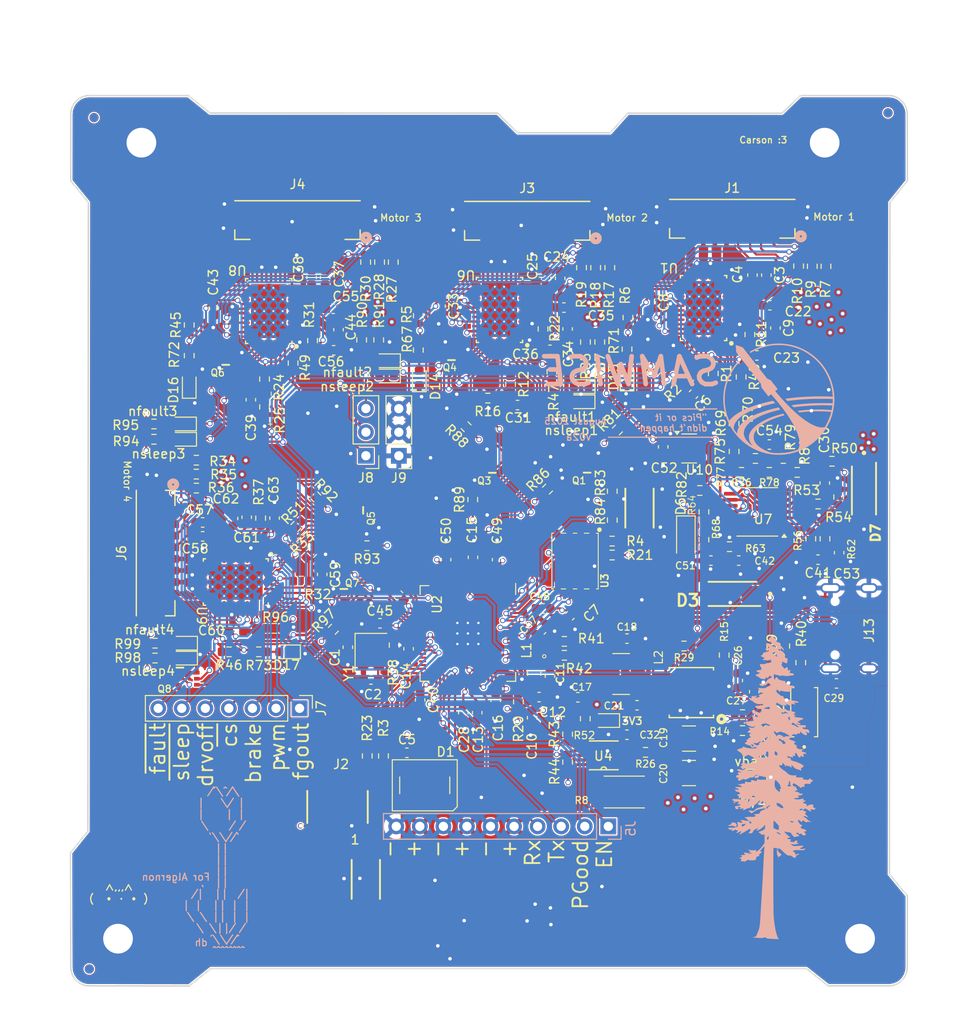
<source format=kicad_pcb>
(kicad_pcb (version 20241229) (generator "pcbnew") (generator_version "9.0")
  (title_block (title "Reaction Wheel Motor Board") (date "2025-09-06") (rev "1.2") (company "SSI") (comment 1 "Carson Lauer") (comment 2 "David Hu (Revisions)"))
  (layers (0 "F.Cu" signal) (4 "In1.Cu" signal "Route2") (6 "In2.Cu" signal "Route15") (2 "B.Cu" signal) (13 "F.Paste" user) (15 "B.Paste" user) (5 "F.SilkS" user "F.Silkscreen") (7 "B.SilkS" user "B.Silkscreen") (1 "F.Mask" user) (3 "B.Mask" user) (25 "Edge.Cuts" user))
  (net 0 "")
  (net 1 "GND")
  (net 2 "3.3V")
  (net 3 "SWCLK")
  (net 4 "SWDIO")
  (net 5 "~{RESET}")
  (net 6 "VBATT")
  (net 7 "USB_D+")
  (net 8 "USB_D-")
  (net 10 "Net-(C30-Pad2)")
  (net 11 "Net-(C30-Pad1)")
  (net 13 "Net-(U5-SW1)")
  (net 14 "Net-(U5-VBST)")
  (net 15 "/Avionics/XTAL1")
  (net 16 "/Avionics/XTAL2")
  (net 17 "Net-(U5-SS)")
  (net 18 "Net-(U5-VREG5)")
  (net 19 "Net-(U4-TIMER)")
  (net 20 "Net-(C2-Pad1)")
  (net 21 "Net-(U7B-+)")
  (net 22 "USB_CC2")
  (net 23 "USB_CC1")
  (net 24 "/Motors/individual_motor_1/ILIM")
  (net 25 "/Motors/individual_motor_1/AVDD")
  (net 27 "/Motors/individual_motor_1/CPL")
  (net 30 "+1V1")
  (net 31 "Net-(U2-VREG_AVDD)")
  (net 32 "Net-(D6-K)")
  (net 33 "SCL_PWR")
  (net 34 "SDA_PWR")
  (net 35 "Net-(D6-A)")
  (net 36 "/Avionics/NEOPIXEL")
  (net 37 "VBATT_SENSE")
  (net 38 "Net-(U2-VREG_LX)")
  (net 40 "Net-(SW1-P)")
  (net 41 "/Avionics/RUN")
  (net 42 "Net-(U5-VFB)")
  (net 43 "Net-(U5-PG)")
  (net 44 "Net-(U4-ON)")
  (net 45 "/Avionics/FLASH_CS")
  (net 46 "Net-(SW2-P)")
  (net 47 "3V3_RESET")
  (net 51 "WATCHDOG_FEED")
  (net 52 "Net-(U7A--)")
  (net 53 "Net-(R56-Pad1)")
  (net 54 "/Avionics/FLASH_IO2")
  (net 55 "/Avionics/FLASH_SCK")
  (net 56 "/Avionics/FLASH_MOSI")
  (net 57 "/Avionics/FLASH_MISO")
  (net 58 "/Avionics/FLASH_IO3")
  (net 59 "Net-(R63-Pad1)")
  (net 60 "Net-(U7C-+)")
  (net 61 "/Avionics/USB_IC_D+")
  (net 62 "/Avionics/USB_IC_D-")
  (net 63 "Net-(R82-Pad1)")
  (net 64 "/Watchdog/WD_integrate")
  (net 65 "/Watchdog/WD_Vcc")
  (net 66 "/Watchdog/ref3")
  (net 67 "/Watchdog/ref4")
  (net 68 "/Watchdog/ref2")
  (net 69 "/Watchdog/ref1")
  (net 70 "/Motors/individual_motor_1/CPH")
  (net 71 "/Motors/individual_motor_1/V_BK")
  (net 72 "/Motors/individual_motor_1/CP")
  (net 73 "/Motors/individual_motor_2/ILIM")
  (net 74 "/Motors/individual_motor_2/AVDD")
  (net 75 "Net-(C29-Pad1)")
  (net 76 "/Motors/individual_motor_2/CPH")
  (net 77 "/Motors/individual_motor_2/CPL")
  (net 78 "/Motors/individual_motor_2/CP")
  (net 79 "/Motors/individual_motor_2/V_BK")
  (net 80 "/Motors/individual_motor_3/ILIM")
  (net 81 "/Motors/individual_motor_3/AVDD")
  (net 82 "/Motors/individual_motor_3/CPL")
  (net 83 "/Motors/individual_motor_3/CPH")
  (net 84 "/Motors/individual_motor_3/CP")
  (net 85 "/Motors/individual_motor_3/V_BK")
  (net 86 "/Motors/individual_motor_4/ILIM")
  (net 87 "/Motors/individual_motor_4/AVDD")
  (net 88 "MOTOR_EN")
  (net 89 "MOTOR_Rx")
  (net 90 "MOTOR_PGOOD")
  (net 91 "MOTOR_Tx")
  (net 93 "SDO0")
  (net 94 "DRVOFF_1")
  (net 96 "BRAKE_1")
  (net 97 "nSCS_1")
  (net 98 "nFAULT_M_4")
  (net 99 "PWM_1")
  (net 100 "SCLK0")
  (net 101 "nSLEEP_M_4")
  (net 102 "FGOUT_1")
  (net 103 "SDI0")
  (net 104 "PWM_2")
  (net 105 "Net-(Q2B-S1)")
  (net 106 "Net-(nfault1-A)")
  (net 107 "Net-(Q4B-S1)")
  (net 108 "DRVOFF_3")
  (net 109 "PWM_4")
  (net 110 "Net-(nfault2-A)")
  (net 111 "BRAKE_4")
  (net 113 "DRVOFF_2")
  (net 114 "BRAKE_3")
  (net 117 "nSCS_4")
  (net 118 "Net-(nfault3-A)")
  (net 119 "Net-(Q6B-S1)")
  (net 120 "/Motors/individual_motor_4/CPH")
  (net 121 "/Motors/individual_motor_4/CPL")
  (net 122 "PWM_3")
  (net 123 "nSCS_2")
  (net 124 "FGOUT_4")
  (net 125 "FGOUT_3")
  (net 126 "/Motors/individual_motor_4/CP")
  (net 127 "nSCS_3")
  (net 128 "FGOUT_2")
  (net 130 "DRVOFF_4")
  (net 131 "BRAKE_2")
  (net 139 "/Motors/individual_motor_1/HPC")
  (net 140 "/Motors/individual_motor_1/HPB")
  (net 141 "/Motors/individual_motor_1/HPA")
  (net 142 "/Motors/individual_motor_2/HPB")
  (net 143 "/Motors/individual_motor_2/HPC")
  (net 144 "/Motors/individual_motor_2/HPA")
  (net 145 "/Motors/individual_motor_3/HPB")
  (net 146 "/Motors/individual_motor_3/HPA")
  (net 147 "/Motors/individual_motor_3/HPC")
  (net 148 "/Motors/individual_motor_4/HPB")
  (net 149 "/Motors/individual_motor_4/HPA")
  (net 150 "/Motors/individual_motor_4/HPC")
  (net 151 "/Motors/individual_motor_4/V_BK")
  (net 152 "/Motors/individual_motor_1/SW_BK")
  (net 153 "/Motors/individual_motor_2/SW_BK")
  (net 154 "/Motors/individual_motor_3/SW_BK")
  (net 155 "/Motors/individual_motor_4/SW_BK")
  (net 156 "/Motors/individual_motor_1/OUTB")
  (net 157 "/Motors/individual_motor_1/OUTC")
  (net 158 "/Motors/individual_motor_1/OUTA")
  (net 159 "/Motors/individual_motor_2/OUTC")
  (net 160 "/Motors/individual_motor_2/OUTA")
  (net 161 "/Motors/individual_motor_2/OUTB")
  (net 162 "/Motors/individual_motor_3/OUTA")
  (net 163 "/Motors/individual_motor_3/OUTB")
  (net 164 "/Motors/individual_motor_3/OUTC")
  (net 165 "/Motors/individual_motor_4/OUTC")
  (net 166 "/Motors/individual_motor_4/OUTB")
  (net 167 "/Motors/individual_motor_4/OUTA")
  (net 172 "Net-(3V3-A)")
  (net 173 "Net-(nfault4-A)")
  (net 174 "Net-(Q8B-S1)")
  (net 175 "Net-(nsleep1-A)")
  (net 176 "Net-(Q2A-S2)")
  (net 177 "Net-(Q4A-S2)")
  (net 178 "Net-(nsleep2-A)")
  (net 179 "Net-(nsleep3-A)")
  (net 180 "Net-(Q6A-S2)")
  (net 181 "Net-(D14-A)")
  (net 182 "Net-(D15-A)")
  (net 183 "Net-(D16-A)")
  (net 184 "Net-(D17-A)")
  (net 185 "Net-(vbatt1-A)")
  (net 198 "unconnected-(U10-EN-Pad3)")
  (net 199 "Net-(nsleep4-A)")
  (net 200 "Net-(Q8A-S2)")
  (net 201 "nFAULT_M_1")
  (net 202 "nFAULT_RP_1")
  (net 203 "nSLEEP_M_1")
  (net 204 "nSLEEP_RP_1")
  (net 205 "nSLEEP_M_2")
  (net 206 "nFAULT_M_2")
  (net 207 "nFAULT_RP_2")
  (net 208 "nSLEEP_RP_2")
  (net 209 "nFAULT_RP_3")
  (net 210 "nSLEEP_RP_3")
  (net 211 "nSLEEP_M_3")
  (net 212 "nFAULT_M_3")
  (net 213 "nFAULT_RP_4")
  (net 214 "nSLEEP_RP_4")
  (net 215 "WD_3.3V")
  (footprint "ssi_IC:PWP14_2P31X2P46-L" (layer "F.Cu") (at 165.236004 116.79 180)
    (property "Reference" "U5" (hide yes))
    (property "Value" "TPS54226PWPR" (hide yes))
  )
  (footprint "Capacitor_SMD:C_0603_1608Metric" (layer "F.Cu") (at 158.2941 110.9739 180)
    (property "Reference" "C18")
    (property "Value" "22uF")
  )
  (footprint "Capacitor_SMD:C_0603_1608Metric" (layer "F.Cu") (at 153 117.3)
    (property "Reference" "C17")
    (property "Value" "22uF")
  )
  (footprint "Capacitor_SMD:C_0603_1608Metric" (layer "F.Cu") (at 159.3786 118.1524)
    (property "Reference" "C21")
    (property "Value" "0.1uF")
  )
  (footprint "Resistor_SMD:R_0603_1608Metric" (layer "F.Cu") (at 168.7766 112.7549 90)
    (property "Reference" "R15")
    (property "Value" "100k")
  )
  (footprint "Capacitor_SMD:C_0603_1608Metric" (layer "F.Cu") (at 170.2371 115.4854 90)
    (property "Reference" "C26")
    (property "Value" "3.3nF")
  )
  (footprint "MountingHole:MountingHole_3.2mm_M3_DIN965_Pad" (layer "F.Cu") (at 105.946 57.5641)
    (property "Reference" "H1" (hide yes))
    (property "Value" "MountingHole_Pad")
  )
  (footprint "MountingHole:MountingHole_3.2mm_M3_DIN965_Pad" (layer "F.Cu") (at 103.426 143.294 -90)
    (property "Reference" "H2" (hide yes))
    (property "Value" "MountingHole_Pad")
  )
  (footprint "MountingHole:MountingHole_3.2mm_M3_DIN965_Pad" (layer "F.Cu") (at 183.4261 143.2941)
    (property "Reference" "H3" (hide yes))
    (property "Value" "MountingHole_Pad")
  )
  (footprint "MountingHole:MountingHole_3.2mm_M3_DIN965_Pad" (layer "F.Cu") (at 179.606 57.564)
    (property "Reference" "H4" (hide yes))
    (property "Value" "MountingHole_Pad")
  )
  (footprint "Fiducial:Fiducial_1mm_Mask2mm" (layer "F.Cu") (at 100.33 146.558)
    (property "Reference" "REF1T" (hide yes))
    (property "Value" "Fiducial_1mm_Mask2mm")
  )
  (footprint "Capacitor_SMD:C_0603_1608Metric" (layer "F.Cu") (at 180.875 115.8)
    (property "Reference" "C29")
    (property "Value" "4.7uF")
  )
  (footprint "Resistor_SMD:R_0603_1608Metric" (layer "F.Cu") (at 170.7451 119.1684 180)
    (property "Reference" "R13")
    (property "Value" "73.2k")
  )
  (footprint "Capacitor_SMD:C_0603_1608Metric" (layer "F.Cu") (at 172.0151 116.6919 90)
    (property "Reference" "C27")
    (property "Value" "1uF")
  )
  (footprint "Resistor_SMD:R_0603_1608Metric" (layer "F.Cu") (at 164.4441 111.7739)
    (property "Reference" "R29")
    (property "Value" "10k")
  )
  (footprint "Resistor_SMD:R_0603_1608Metric" (layer "F.Cu") (at 170.7451 120.8829)
    (property "Reference" "R14")
    (property "Value" "22.1k")
  )
  (footprint "Resistor_SMD:R_2512_6332Metric" (layer "F.Cu") (at 158 127.5 180)
    (property "Reference" "R8")
    (property "Value" "0.02")
  )
  (footprint "ssi_inductor:L_2141" (layer "F.Cu") (at 157.6641 114.7869 180)
    (property "Reference" "L2")
    (property "Value" "3.3uH")
  )
  (footprint "Capacitor_SMD:C_1210_3225Metric" (layer "F.Cu") (at 164.982004 121.743)
    (property "Reference" "C19")
    (property "Value" "10uF")
  )
  (footprint "Capacitor_SMD:C_1210_3225Metric" (layer "F.Cu") (at 164.982004 125.4549)
    (property "Reference" "C20")
    (property "Value" "10uF")
  )
  (footprint "Resistor_SMD:R_0603_1608Metric" (layer "F.Cu") (at 160.2941 123.2239 180)
    (property "Reference" "R26")
    (property "Value" "1k")
  )
  (footprint "ssi_IC:ADM1176-1ARMZ-R7" (layer "F.Cu") (at 155.7941 123.5499 180)
    (property "Reference" "U4")
    (property "Value" "ADM1176-1ARMZ-R7" (hide yes))
  )
  (footprint "Capacitor_SMD:C_0603_1608Metric" (layer "F.Cu") (at 158.2941 121.3239)
    (property "Reference" "C32")
    (property "Value" "3.3nF")
  )
  (footprint "ssi_connector:USB_C_Receptacle_XKB_U262-161N-4BVC11" (layer "F.Cu") (at 184.77 110.35 90)
    (property "Reference" "J13")
    (property "Value" "USB_C_pycubed")
  )
  (footprint "Diode_SMD:D_0603_1608Metric" (layer "F.Cu") (at 153.36 83.84 180)
    (property "Reference" "nfault1")
    (property "Value" "GREEN LED")
  )
  (footprint "Capacitor_SMD:C_0603_1608Metric" (layer "F.Cu") (at 133.6691 106.2989 135)
    (property "Reference" "C46" (hide yes))
    (property "Value" "0.1uF" (hide yes))
  )
  (footprint "Capacitor_SMD:C_0603_1608Metric" (layer "F.Cu") (at 126.672132 79.926933)
    (property "Reference" "C56")
    (property "Value" "22uF")
  )
  (footprint "Capacitor_SMD:C_0603_1608Metric" (layer "F.Cu") (at 140.65 118.95 -90)
    (property "Reference" "C28")
    (property "Value" "0.1uF")
  )
  (footprint "Capacitor_SMD:C_0603_1608Metric" (layer "F.Cu") (at 115.823592 98.040914 90)
    (property "Reference" "C62")
    (property "Value" "1uF")
  )
  (footprint "Resistor_SMD:R_0603_1608Metric" (layer "F.Cu") (at 158.4 76.4 90)
    (property "Reference" "R6")
    (property "Value" "10k")
  )
  (footprint "Capacitor_SMD:C_0603_1608Metric" (layer "F.Cu") (at 126.622132 75.451933)
    (property "Reference" "C55")
    (property "Value" "1uF")
  )
  (footprint "Resistor_SMD:R_0603_1608Metric" (layer "F.Cu") (at 122.3 81.3 -90)
    (property "Reference" "R49")
    (property "Value" "10k")
  )
  (footprint "Resistor_SMD:R_0603_1608Metric" (layer "F.Cu") (at 151.5441 112.7739)
    (property "Reference" "R42")
    (property "Value" "27")
  )
  (footprint "Resistor_SMD:R_0603_1608Metric" (layer "F.Cu") (at 180.3941 91.8739 180)
    (property "Reference" "R50")
    (property "Value" "0")
  )
  (footprint "Resistor_SMD:R_0603_1608Metric" (layer "F.Cu") (at 124.397132 78.876933 -90)
    (property "Reference" "R31")
    (property "Value" "22")
  )
  (footprint "Fiducial:Fiducial_1mm_Mask2mm" (layer "F.Cu") (at 186.436 54.356)
    (property "Reference" "REF3T" (hide yes))
    (property "Value" "Fiducial_1mm_Mask2mm")
  )
  (footprint "Capacitor_SMD:C_0603_1608Metric" (layer "F.Cu") (at 160.847132 74.776933 -90)
    (property "Reference" "C8")
    (property "Value" "1uF")
  )
  (footprint "Capacitor_SMD:C_0603_1608Metric" (layer "F.Cu") (at 141.6941 102.2239 90)
    (property "Reference" "C15")
    (property "Value" "4.7uF")
  )
  (footprint "Resistor_SMD:R_0603_1608Metric" (layer "F.Cu") (at 115.4 112.4 180)
    (property "Reference" "R46")
    (property "Value" "10k")
  )
  (footprint "ssi_IC:MCT8316Z-Q1" (layer "F.Cu") (at 116.116637 104.883363 -90)
    (property "Reference" "U9")
    (property "Value" "MCT8316ZR-Q1")
  )
  (footprint "Resistor_SMD:R_0603_1608Metric" (layer "F.Cu") (at 166.5941 97.3239 90)
    (property "Reference" "R64")
    (property "Value" "4.7M")
  )
  (footprint "Capacitor_SMD:C_0603_1608Metric" (layer "F.Cu") (at 112.548592 98.465914)
    (property "Reference" "C57")
    (property "Value" "10uF")
  )
  (footprint "Package_TO_SOT_SMD:SOT-23-5" (layer "F.Cu") (at 165 90.5)
    (property "Reference" "U10")
    (property "Value" "TPS70960DBVR")
  )
  (footprint "Resistor_SMD:R_0603_1608Metric" (layer "F.Cu") (at 119.222132 86.026933 -90)
    (property "Reference" "R25")
    (property "Value" "4.7k")
  )
  (footprint "Resistor_SMD:R_0603_1608Metric" (layer "F.Cu") (at 151.5441 111.2739)
    (property "Reference" "R41")
    (property "Value" "27")
  )
  (footprint "ssi_transistor:BSS138DWQ-7" (layer "F.Cu") (at 110.97 115.3)
    (property "Reference" "Q8")
    (property "Value" "BSS138DWQ-7" (hide yes))
  )
  (footprint "Capacitor_SMD:C_0603_1608Metric" (layer "F.Cu") (at 125.438605 104.061395 90)
    (property "Reference" "C59")
    (property "Value" "1uF")
  )
  (footprint "Resistor_SMD:R_0603_1608Metric" (layer "F.Cu") (at 118.6 112.4)
    (property "Reference" "R73")
    (property "Value" "100")
  )
  (footprint "Resistor_SMD:R_0603_1608Metric" (layer "F.Cu") (at 107.3 87.86)
    (property "Reference" "R95")
    (property "Value" "200")
  )
  (footprint "Resistor_SMD:R_0603_1608Metric" (layer "F.Cu") (at 169.3441 101.0739 180)
    (property "Reference" "R63")
    (property "Value" "1k")
  )
  (footprint "Resistor_SMD:R_0603_1608Metric" (layer "F.Cu") (at 111.863605 93.261395 180)
    (property "Reference" "R35")
    (property "Value" "4.7k")
  )
  (footprint "Resistor_SMD:R_0603_1608Metric" (layer "F.Cu") (at 177.032 113.562 90)
    (property "Reference" "R40")
    (property "Value" "5.1k")
  )
  (footprint "Capacitor_SMD:C_0603_1608Metric" (layer "F.Cu") (at 125.757132 72.076933 -90)
    (property "Reference" "C37")
    (property "Value" "10uF")
  )
  (footprint "Connector_PinHeader_2.54mm:PinHeader_1x07_P2.54mm_Vertical" (layer "F.Cu") (at 122.996637 118.483363 -90)
    (property "Reference" "J7")
    (property "Value" "Conn01x07")
  )
  (footprint "Resistor_SMD:R_0603_1608Metric" (layer "F.Cu") (at 176.797132 70.851933 90)
    (property "Reference" "R10")
    (property "Value" "4.7k")
  )
  (footprint "Resistor_SMD:R_0603_1608Metric" (layer "F.Cu") (at 170.6441 93.0739)
    (property "Reference" "R76")
    (property "Value" "10k")
  )
  (footprint "Resistor_SMD:R_0603_1608Metric" (layer "F.Cu") (at 170.6 82.8 -90)
    (property "Reference" "R48")
    (property "Value" "10k")
  )
  (footprint "Resistor_SMD:R_0603_1608Metric" (layer "F.Cu") (at 173.6441 93.0739)
    (property "Reference" "R78")
    (property "Value" "10k")
  )
  (footprint "ssi_diode:M7" (layer "F.Cu") (at 177.4 118.9 90)
    (property "Reference" "D2")
    (property "Value" "M7")
  )
  (footprint "Capacitor_SMD:C_0603_1608Metric" (layer "F.Cu") (at 113.747132 75.376933 -90)
    (property "Reference" "C43")
    (property "Value" "1uF")
  )
  (footprint "Capacitor_SMD:C_0603_1608Metric" (layer "F.Cu") (at 131.6691 109.3239 180)
    (property "Reference" "C45")
    (property "Value" "0.1uF")
  )
  (footprint "Resistor_SMD:R_0603_1608Metric" (layer "F.Cu") (at 156.71 95.1 -90)
    (property "Reference" "R83")
    (property "Value" "2K")
  )
  (footprint "ssi_IC:MCT8316Z-Q1" (layer "F.Cu") (at 144.547132 75.576933 180)
    (property "Reference" "U6")
    (property "Value" "MCT8316ZR-Q1")
  )
  (footprint "Resistor_SMD:R_0603_1608Metric" (layer "F.Cu") (at 158.3 79.8 -90)
    (property "Reference" "R71")
    (property "Value" "100")
  )
  (footprint "Capacitor_SMD:C_0603_1608Metric" (layer "F.Cu") (at 173.322132 71.826933 -90)
    (property "Reference" "C3")
    (property "Value" "10uF")
  )
  (footprint "Capacitor_SMD:C_0603_1608Metric" (layer "F.Cu") (at 128.2 111.9 -90)
    (property "Reference" "C1")
    (property "Value" "15pF")
  )
  (footprint "Resistor_SMD:R_0603_1608Metric" (layer "F.Cu") (at 176.6441 93.0739)
    (property "Reference" "R80")
    (property "Value" "3k")
  )
  (footprint "Capacitor_SMD:C_0603_1608Metric" (layer "F.Cu") (at 173.6441 90.0739 180)
    (property "Reference" "C54")
    (property "Value" "10uF")
  )
  (footprint "Resistor_SMD:R_0603_1608Metric" (layer "F.Cu") (at 156.6941 100.4739 180)
    (property "Reference" "R4")
    (property "Value" "1k")
  )
  (footprint "Capacitor_SMD:C_0603_1608Metric" (layer "F.Cu") (at 144.2941 102.4739 90)
    (property "Reference" "C49")
    (property "Value" "0.1uF")
  )
  (footprint "Capacitor_SMD:C_0603_1608Metric" (layer "F.Cu") (at 112.548592 99.965914)
    (property "Reference" "C58")
    (property "Value" "0.1uF")
  )
  (footprint "Capacitor_SMD:C_0603_1608Metric" (layer "F.Cu") (at 138.7941 102.4739 90)
    (property "Reference" "C50")
    (property "Value" "0.1uF")
  )
  (footprint "Resistor_SMD:R_0603_1608Metric" (layer "F.Cu") (at 169.8441 90.8239 -90)
    (property "Reference" "R75")
    (property "Value" "100k")
  )
  (footprint "Diode_SMD:D_0603_1608Metric" (layer "F.Cu") (at 110.3975 89.51 180)
    (property "Reference" "nsleep3")
    (property "Value" "GREEN LED")
  )
  (footprint "Resistor_SMD:R_0603_1608Metric" (layer "F.Cu") (at 178.11285 100.2239 -90)
    (property "Reference" "R56")
    (property "Value" "1k")
  )
  (footprint "Resistor_SMD:R_0603_1608Metric" (layer "F.Cu") (at 123.163605 104.786395)
    (property "Reference" "R32")
    (property "Value" "4.7k")
  )
  (footprint "Diode_SMD:D_0603_1608Metric" (layer "F.Cu") (at 111.1 83.6 90)
    (property "Reference" "D16")
    (property "Value" "GREEN LED")
  )
  (footprint "Capacitor_SMD:C_0603_1608Metric" (layer "F.Cu") (at 135.9941 117.5739 -90)
    (property "Reference" "C40")
    (property "Value" "0.1uF")
  )
  (footprint "Capacitor_SMD:C_0603_1608Metric" (layer "F.Cu") (at 130.6941 115.3739 180)
    (property "Reference" "C2")
    (property "Value" "15pF")
  )
  (footprint "Resistor_SMD:R_0603_1608Metric" (layer "F.Cu") (at 130.122132 70.426933 90)
    (property "Reference" "R30")
    (property "Value" "4.7k")
  )
  (footprint "Resistor_SMD:R_0603_1608Metric" (layer "F.Cu") (at 120.265 109.87 180)
    (property "Reference" "R96")
    (property "Value" "20K")
  )
  (footprint "Capacitor_SMD:C_0603_1608Metric" (layer "F.Cu") (at 170.3441 102.5739 180)
    (property "Reference" "C42")
    (property "Value" "10uF")
  )
  (footprint "Capacitor_SMD:C_0603_1608Metric" (layer "F.Cu") (at 134.75 112.0739 -90)
    (property "Reference" "C14")
    (property "Value" "0.1uF")
  )
  (footprint "Resistor_SMD:R_0603_1608Metric" (layer "F.Cu") (at 107.415 113.07)
    (property "Reference" "R98")
    (property "Value" "200")
  )
  (footprint "Resistor_SMD:R_0603_1608Metric" (layer "F.Cu") (at 119.222132 83.026933 -90)
    (property "Reference" "R24")
    (property "Value" "4.7k")
  )
  (footprint "Resistor_SMD:R_0603_1608Metric" (layer "F.Cu") (at 164.947132 82.951933 -135)
    (property "Reference" "R2")
    (property "Value" "4.7k")
  )
  (footprint "LED_SMD:LED_WS2812B_PLCC4_5.0x5.0mm_P3.2mm" (layer "F.Cu") (at 136.4941 126.7739)
    (property "Reference" "D1")
    (property "Value" "1655")
  )
  (footprint "Capacitor_SMD:C_0603_1608Metric" (layer "F.Cu") (at 167.3441 102.5739)
    (property "Reference" "C51")
    (property "Value" "10uF")
  )
  (footprint "Capacitor_SMD:C_0603_1608Metric" (layer "F.Cu") (at 179.6191 94.2239 -90)
    (property "Reference" "C30")
    (property "Value" "10uF")
  )
  (footprint "Resistor_SMD:R_0603_1608Metric" (layer "F.Cu") (at 130.265 100.97 180)
    (property "Reference" "R93")
    (property "Value" "20k")
  )
  (footprint "Capacitor_SMD:C_0603_1608Metric" (layer "F.Cu") (at 151.4941 75.3239)
    (property "Reference" "C35")
    (property "Value" "1uF")
  )
  (footprint "ssi_transistor:BSS138DWQ-7" (layer "F.Cu") (at 138.5 79.78 180)
    (property "Reference" "Q4")
    (property "Value" "BSS138DWQ-7" (hide yes))
  )
  (footprint "Diode_SMD:D_0603_1608Metric" (layer "F.Cu") (at 135.9 82.9 90)
    (property "Reference" "D14")
    (property "Value" "GREEN LED")
  )
  (footprint "Capacitor_SMD:C_0603_1608Metric" (layer "F.Cu") (at 149.9941 79.8739)
    (property "Reference" "C36")
    (property "Value" "22uF")
  )
  (footprint "Resistor_SMD:R_0603_1608Metric" (layer "F.Cu") (at 111.873592 94.765914 180)
    (property "Reference" "R36")
    (property "Value" "4.7k")
  )
  (footprint "Capacitor_SMD:C_0603_1608Metric" (layer "F.Cu") (at 173.697132 75.076933)
    (property "Reference" "C22")
    (property "Value" "1uF")
  )
  (footprint "Resistor_SMD:R_0603_1608Metric" (layer "F.Cu") (at 181.1191 95.7239 -90)
    (property "Reference" "R54")
    (property "Value" "10k")
  )
  (footprint "Capacitor_SMD:C_0603_1608Metric" (layer "F.Cu") (at 162.2 90.325 -90)
    (property "Reference" "C52")
    (property "Value" "1uF")
  )
  (footprint "Resistor_SMD:R_0603_1608Metric" (layer "F.Cu") (at 175.3 111.775 90)
    (property "Reference" "R39")
    (property "Value" "5.1k")
  )
  (footprint "ssi_connector:SAMTEC_FTSH-105-01-L-DV-007" (layer "F.Cu") (at 127.0875 129.1064)
    (property "Reference" "J2")
    (property "Value" "Conn_ARM_JTAG_SWD_10")
  )
  (footprint "ssi_inductor:polarized" (layer "F.Cu") (at 148.2941 114.6739 -90)
    (property "Reference" "L1")
    (property "Value" "3.3uH")
  )
  (footprint "Resistor_SMD:R_0603_1608Metric" (layer "F.Cu") (at 146.5941 117.7739 90)
    (property "Reference" "R20")
    (property "Value" "33")
  )
  (footprint "Resistor_SMD:R_0603_1608Metric" (layer "F.Cu") (at 149.2441 77.6239 -90)
    (property "Reference" "R22")
    (property "Value" "22")
  )
  (footprint "Resistor_SMD:R_0603_1608Metric" (layer "F.Cu") (at 153.82 79.035 -90)
    (property "Reference" "R85")
    (property "Value" "200")
  )
  (footprint "Diode_SMD:D_0603_1608Metric" (layer "F.Cu") (at 110.4975 113.08 180)
    (property "Reference" "nsleep4")
    (property "Value" "GREEN LED")
  )
  (footprint "ssi_switch:BTN_KMR2_4.6X2.8" (layer "F.Cu") (at 159.6441 96.9239 90)
    (property "Reference" "SW2" (hide yes))
    (property "Value" "KMR231NG LFS" (hide yes))
  )
  (footprint "ssi_connector:Molex_505567-0881" (layer "F.Cu") (at 151.9191 67.8681)
    (property "Reference" "J3")
    (property "Value" "Conn_01x08")
  )
  (footprint "Capacitor_SMD:C_0603_1608Metric" (layer "F.Cu") (at 172.297132 80.476933)
    (property "Reference" "C23")
    (property "Value" "22uF")
  )
  (footprint "Diode_SMD:D_0603_1608Metric" (layer "F.Cu") (at 132.3775 82.69 180)
    (property "Reference" "nsleep2")
    (property "Value" "GREEN LED")
  )
  (footprint "Resistor_SMD:R_0603_1608Metric" (layer "F.Cu") (at 154.9191 71.0239 90)
    (property "Reference" "R18")
    (property "Value" "4.7k")
  )
  (footprint "Resistor_SMD:R_0603_1608Metric" (layer "F.Cu") (at 118.8 98 90)
    (property "Reference" "R37")
    (property "Value" "22")
  )
  (footprint "Resistor_SMD:R_0603_1608Metric" (layer "F.Cu") (at 143.2941 85.0739 180)
    (property "Reference" "R16")
    (property "Value" "4.7k")
  )
  (footprint "Resistor_SMD:R_0603_1608Metric" (layer "F.Cu") (at 131.622132 70.426933 90)
    (property "Reference" "R28")
    (property "Value" "4.7k")
  )
  (footprint "Resistor_SMD:R_0603_1608Metric" (layer "F.Cu") (at 179.6441 100.2239 90)
    (property "Reference" "R62")
    (property "Value" "100k")
  )
  (footprint "Capacitor_SMD:C_0603_1608Metric" (layer "F.Cu") (at 148.8191 117.2739)
    (property "Reference" "C12")
    (property "Value" "4.7uF")
  )
  (footprint "Resistor_SMD:R_0603_1608Metric" (layer "F.Cu") (at 178.8941 96.4739 180)
    (property "Reference" "R53")
    (property "Value" "10k")
  )
  (footprint "Capacitor_SMD:C_0603_1608Metric" (layer "F.Cu") (at 178.8941 102.4739 180)
    (property "Reference" "C41")
    (property "Value" "10uF")
  )
  (footprint "Fiducial:Fiducial_1mm_Mask2mm" (layer "F.Cu") (at 100.838 54.864 90)
    (property "Reference" "REF2T" (hide yes))
    (property "Value" "Fiducial_1mm_Mask2mm")
  )
  (footprint "Resistor_SMD:R_0603_1608Metric" (layer "F.Cu") (at 111.863605 91.761395 180)
    (property "Reference" "R34")
    (property "Value" "4.7k")
  )
  (footprint "Resistor_SMD:R_0603_1608Metric" (layer "F.Cu") (at 175.1441 91.5739)
    (property "Reference" "R79")
    (property "Value" "3k")
  )
  (footprint "Capacitor_SMD:C_0603_1608Metric" (layer "F.Cu") (at 148.0691 119.4989 -90)
    (property "Reference" "C10")
    (property "Value" "4.7uF")
  )
  (footprint "Resistor_SMD:R_0603_1608Metric" (layer "F.Cu") (at 133.097132 70.426933 90)
    (property "Reference" "R27")
    (property "Value" "4.7k")
  )
  (footprint "Resistor_SMD:R_0603_1608Metric" (layer "F.Cu") (at 132.0441 123.6114 90)
    (property "Reference" "R3")
    (property "Value" "1k")
  )
  (footprint "Resistor_SMD:R_0603_1608Metric" (layer "F.Cu") (at 156.71 98.215 -90)
    (property "Reference" "R84")
    (property "Value" "3k")
  )
  (footprint "Resistor_SMD:R_0603_1608Metric" (layer "F.Cu") (at 135.8 76.2 90)
    (property "Reference" "R5")
    (property "Value" "10k")
  )
  (footprint "Capacitor_SMD:C_0603_1608Metric" (layer "F.Cu") (at 124.297132 72.076933 -90)
    (property "Reference" "C38")
    (property "Value" "0.1uF")
  )
  (footprint "Resistor_SMD:R_0603_1608Metric" (layer "F.Cu") (at 171.547132 78.226933 -90)
    (property "Reference" "R11")
    (property "Value" "22")
  )
  (footprint "ssi_transistor:BSS138DWQ-7" (layer "F.Cu") (at 128.65 98.03 -90)
    (property "Reference" "Q5")
    (property "Value" "BSS138DWQ-7" (hide yes))
  )
  (footprint "Resistor_SMD:R_0603_1608Metric" (layer "F.Cu") (at 153.8 119.6 -90)
    (property "Reference" "R52")
    (property "Value" "100")
  )
  (footprint "Resistor_SMD:R_0603_1608Metric" (layer "F.Cu") (at 107.415 111.47)
    (property "Reference" "R99")
    (property "Value" "200")
  )
  (footprint "Connector_PinHeader_2.54mm:PinHeader_1x03_P2.54mm_Vertical" (layer "F.Cu") (at 133.7 91.29 180)
    (property "Reference" "J9")
    (property "Value" "yurr")
  )
  (footprint "Capacitor_SMD:C_0603_1608Metric" (layer "F.Cu") (at 171.822132 71.826933 -90)
    (property "Reference" "C4")
    (property "Value" "0.1uF")
  )
  (footprint "ssi_transistor:BSS138DWQ-7" (layer "F.Cu") (at 160.95 80.11 180)
    (property "Reference" "Q2")
    (property "Value" "BSS138DWQ-7" (hide yes))
  )
  (footprint "Resistor_SMD:R_0603_1608Metric" (layer "F.Cu") (at 171.9 127.3)
    (property "Reference" "R74")
    (property "Value" "120")
  )
  (footprint "ssi_transistor:BSS138DWQ-7" (layer "F.Cu") (at 153.13 91.9 180)
    (property "Reference" "Q1")
    (property "Value" "BSS138DWQ-7" (hide yes))
  )
  (footprint "Resistor_SMD:R_0603_1608Metric" (layer "F.Cu") (at 169.8441 87.8239 -90)
    (property "Reference" "R69")
    (property "Value" "100k")
  )
  (footprint "Resistor_SMD:R_0603_1608Metric" (layer "F.Cu") (at 166.1441 95.0239 180)
    (property "Reference" "R82")
    (property "Value" "0")
  )
  (footprint "ssi_transistor:BSS138DWQ-7" (layer "F.Cu") (at 114.17 80.29 180)
    (property "Reference" "Q6")
    (property "Value" "BSS138DWQ-7" (hide yes))
  )
  (footprint "Capacitor_SMD:C_0603_1608Metric" (layer "F.Cu") (at 149.2441 107.7239 180)
    (property "Reference" "C48")
    (property "Value" "0.1uF")
  )
  (footprint "Crystal:Crystal_SMD_3225-4Pin_3.2x2.5mm" (layer "F.Cu") (at 130.6941 112.4739 -90)
    (property "Reference" "Y1")
    (property "Value" "ABM8-272-T3")
  )
  (footprint "Diode_SMD:D_0603_1608Metric" (layer "F.Cu") (at 132.3775 81.05 180)
    (property "Reference" "nfault2")
    (property "Value" "GREEN LED")
  )
  (footprint "Resistor_SMD:R_0603_1608Metric" (layer "F.Cu") (at 150.2 82.225 -90)
    (property "Reference" "R47")
    (property "Value" "10k")
  )
  (footprint "ssi_transistor:BSS138DWQ-7" (layer "F.Cu") (at 128.64 106.83)
    (property "Reference" "Q7")
    (property "Value" "BSS138DWQ-7" (hide yes))
  )
  (footprint "Capacitor_SMD:C_0603_1608Metric" (layer "F.Cu") (at 127.197132 77.701933 -90)
    (property "Reference" "C44")
    (property "Value" "47nF")
  )
  (footprint "Resistor_SMD:R_0603_1608Metric" (layer "F.Cu") (at 157.266637 88.503363 45)
    (property "Reference" "R81")
    (property "Value" "20K")
  )
  (footprint "Package_SO:TSSOP-14_4.4x5mm_P0.65mm" (layer "F.Cu") (at 172.3441 97.3239 180)
    (property "Reference" "U7")
    (property "Value" "TLV1704")
  )
  (footprint "Capacitor_SMD:C_0603_1608Metric" (layer "F.Cu") (at 142.15 118.95 -90)
    (property "Reference" "C13")
    (property "Value" "0.1uF")
  )
  (footprint "ssi_IC:SON127P600X500X90-9N" (layer "F.Cu") (at 152.6941 102.6239 -90)
    (property "Reference" "U3")
    (property "Value" "MR25H40MDF")
  )
  (footprint "Capacitor_SMD:C_0603_1608Metric" (layer "F.Cu") (at 134.5691 123.2739)
    (property "Reference" "C5")
    (property "Value" "0.1uF")
  )
  (footprint "Resistor_SMD:R_0603_1608Metric" (layer "F.Cu") (at 133.1941 111.6739 90)
    (property "Reference" "R38")
    (property "Value" "1k")
  )
  (footprint "Capacitor_SMD:C_0603_1608Metric" (layer "F.Cu") (at 117.747132 85.251933 -90)
    (property "Reference" "C39")
    (property "Value" "1uF")
  )
  (footprint "ssi_connector:Molex_505567-0881" (layer "F.Cu") (at 174.022132 67.651933)
    (property "Reference" "J1")
    (property "Value" "Conn_01x08")
  )
  (footprint "ssi_IC:MCT8316Z-Q1" (layer "F.Cu") (at 166.547132 75.376933 180)
    (property "Reference" "U1")
    (property "Value" "MCT8316ZR-Q1")
  )
  (footprint "Capacitor_SMD:C_0603_1608Metric" (layer "F.Cu") (at 149.0941 110.0489 45)
    (property "Reference" "C47")
    (property "Value" "0.1uF")
  )
  (footprint "Resistor_SMD:R_0603_1608Metric" (layer "F.Cu") (at 155.36 79.035 -90)
    (property "Reference" "R87")
    (property "Value" "200")
  )
  (footprint "ssi_switch:BTN_KMR2_4.6X2.8" (layer "F.Cu") (at 130.140425 136.9075 -90)
    (property "Reference" "SW1" (hide yes))
    (property "Value" "KMR231NG LFS" (hide yes))
  )
  (footprint "ssi_diode:DIOM5226X262N" (layer "F.Cu") (at 169.674861 106.16 180)
    (property "Reference" "D3")
    (property "Value" "CMSH1-40M" (hide yes))
  )
  (footprint "Diode_SMD:D_0603_1608Metric" (layer "F.Cu") (at 156.0125 119.8 180)
    (property "Reference" "3V3")
    (property "Value" "GREEN LED")
  )
  (footprint "Resistor_SMD:R_0603_1608Metric" (layer "F.Cu") (at 124.746637 95.716637 135)
    (property "Reference" "R92")
    (property "Value" "20K")
  )
  (footprint "ssi_transistor:BSS138DWQ-7" (layer "F.Cu") (at 142.91 91.92 180)
    (property "Reference" "Q3")
    (property "Value" "BSS138DWQ-7" (hide yes))
  )
  (footprint "Resistor_SMD:R_0603_1608Metric" (layer "F.Cu") (at 107.295 89.51)
    (property "Reference" "R94")
    (property "Value" "200")
  )
  (footprint "Resistor_SMD:R_0603_1608Metric" (layer "F.Cu") (at 111.1 77.2 90)
    (property "Reference" "R45")
    (property "Value" "10k")
  )
  (footprint "Resistor_SMD:R_0603_1608Metric" (layer "F.Cu") (at 179.747132 70.876933 90)
    (property "Reference" "R7")
    (property "Value" "4.7k")
  )
  (footprint "Capacitor_SMD:C_0603_1608Metric" (layer "F.Cu") (at 116.163605 110.186395)
    (property "Reference" "C60")
    (property "Value" "1uF")
  )
  (footprint "ssi_diode:DIOM5226X262N" (layer "F.Cu") (at 183.8441 95.0239 -90)
    (property "Reference" "D7")
    (property "Value" "CMSH1-40M" (hide yes))
  )
  (footprint "Capacitor_SMD:C_0603_1608Metric" (layer "F.Cu") (at 146.4941 85.8239)
    (property "Reference" "C31")
    (property "Value" "1uF")
  )
  (footprint "Resistor_SMD:R_0603_1608Metric" (layer "F.Cu") (at 131.53 78.805 -90)
    (property "Reference" "R91")
    (property "Value" "200")
  )
  (footprint "Capacitor_SMD:C_0603_1608Metric" (layer "F.Cu") (at 149.9941 115.0239 -90)
    (property "Reference" "C11")
    (property "Value" "4.7uF")
  )
  (footprint "Resistor_SMD:R_0603_1608Metric" (layer "F.Cu") (at 140.95 88.16 135)
    (property "Reference" "R88")
    (property "Value" "20K")
  )
  (footprint "Resistor_SMD:R_0603_1608Metric" (layer "F.Cu") (at 172.1441 91.5739)
    (property "Reference" "R77")
    (property "Value" "10k")
  )
  (footprint "Diode_SMD:D_0603_1608Metric" (layer "F.Cu") (at 110.3875 87.86 180)
    (property "Reference" "nfault3")
    (property "Value" "GREEN LED")
  )
  (footprint "Capacitor_SMD:C_0603_1608Metric" (layer "F.Cu") (at 151.8941 77.6239 -90)
    (property "Reference" "C34")
    (property "Value" "47nF")
  )
  (footprint "Resistor_SMD:R_0603_1608Metric" (layer "F.Cu") (at 141.67 96 90)
    (property "Reference" "R89")
    (property "Value" "20k")
  )
  (footprint "Diode_SMD:D_0603_1608Metric" (layer "F.Cu") (at 171.875 125.7739 180)
    (property "Reference" "vbatt1")
    (property "Value" "GREEN LED")
  )
  (footprint "Connector_PinHeader_2.54mm:PinHeader_1x03_P2.54mm_Vertical" (layer "F.Cu") (at 130.15 91.28 180)
    (property "Reference" "J8")
    (property "Value" "yurr")
  )
  (footprint "Capacitor_SMD:C_0603_1608Metric" (layer "F.Cu") (at 181.1691 101.7239 -90)
    (property "Reference" "C53")
    (property "Value" "2.2uF")
  )
  (footprint "Capacitor_SMD:C_0603_1608Metric" (layer "F.Cu") (at 138.1941 75.1739 -90)
    (property "Reference" "C33")
    (property "Value" "1uF")
  )
  (footprint "ssi_IC:MCT8316Z-Q1" (layer "F.Cu") (at 119.672132 75.701933 180)
    (property "Reference" "U8")
    (property "Value" "MCT8316ZR-Q1")
  )
  (footprint "Diode_SMD:D_0603_1608Metric" (layer "F.Cu") (at 158.3 82.8 90)
    (property "Reference" "D15")
    (property "Value" "GREEN LED")
  )
  (footprint "Capacitor_SMD:C_0603_1608Metric" (layer "F.Cu") (at 174.297132 77.526933 -90)
    (property "Reference" "C9")
    (property "Value" "47nF")
  )
  (footprint "Resistor_SMD:R_0603_1608Metric" (layer "F.Cu") (at 167.597132 82.426933 -90)
    (property "Reference" "R1")
    (property "Value" "4.7k")
  )
  (footprint "Resistor_SMD:R_0603_1608Metric" (layer "F.Cu") (at 166.5941 100.3239 -90)
    (property "Reference" "R68")
    (property "Value" "100k")
  )
  (footprint "Resistor_SMD:R_0603_1608Metric" (layer "F.Cu") (at 171.3441 89.3239 -90)
    (property "Reference" "R70")
    (property "Value" "100k")
  )
  (footprint "Resistor_SMD:R_0603_1608Metric" (layer "F.Cu") (at 178.272132 70.876933 90)
    (property "Reference" "R9")
    (property "Value" "4.7k")
  )
  (footprint "Resistor_SMD:R_0603_1608Metric" (layer "F.Cu") (at 153.3941 71.0239 90)
    (property "Reference" "R19")
    (property "Value" "4.7k")
  )
  (footprint "Capacitor_SMD:C_0603_1608Metric" (layer "F.Cu") (at 144.1441 117.6239 -90)
    (property "Reference" "C16")
    (property "Value" "0.1uF")
  )
  (footprint "Capacitor_SMD:C_0603_1608Metric" (layer "F.Cu") (at 117.3 97.9 90)
    (property "Reference" "C61")
    (property "Value" "47nF")
  )
  (footprint "Resistor_SMD:R_0603_1608Metric" (layer "F.Cu") (at 135.8 79.9 -90)
    (property "Reference" "R67")
    (property "Value" "100")
  )
  (footprint "Resistor_SMD:R_0603_1608Metric" (layer "F.Cu") (at 129.69 78.805 -90)
    (property "Reference" "R90")
    (property "Value" "200")
  )
  (footprint "Resistor_SMD:R_0603_1608Metric" (layer "F.Cu") (at 151.8941 124.2739 -90)
    (property "Reference" "R44")
    (property "Value" "10k")
  )
  (footprint "Resistor_SMD:R_0603_1608Metric" (layer "F.Cu") (at 156.6941 101.9739)
    (property "Reference" "R21")
    (property "Value" "10k")
  )
  (footprint "Resistor_SMD:R_0603_1608Metric" (layer "F.Cu") (at 111.1 80.5 -90)
    (property "Reference" "R72")
    (property "Value" "100")
  )
  (footprint "Diode_SMD:D_SOD-123" (layer "F.Cu") (at 164.6441 100.1239 -90)
    (property "Reference" "D6")
    (property "Value" "1N4151W-E3-08")
  )
  (footprint "Capacitor_SMD:C_0603_1608Metric" (layer "F.Cu") (at 149.5841 72.1739 -90)
    (property "Reference" "C25")
    (property "Value" "0.1uF")
  )
  (footprint "Resistor_SMD:R_0603_1608Metric" (layer "F.Cu") (at 126.64 109.97 45)
    (property "Reference" "R97")
    (property "Value" "20k")
  )
  (footprint "Capacitor_SMD:C_0603_1608Metric" (layer "F.Cu") (at 120.3 98 90)
    (property "Reference" "C63")
    (property "Value" "22uF")
  )
  (footprint "Diode_SMD:D_0603_1608Metric" (layer "F.Cu") (at 153.355 85.47 180)
    (property "Reference" "nsleep1")
    (property "Value" "GREEN LED")
  )
  (footprint "ssi_IC:RP2350-QFN-80-1EP_10x10_P0.4mm_EP3.4x3.4mm_ThermalVias" (layer "F.Cu") (at 141.1441 110.4239 -90)
    (property "Reference" "U2")
    (property "Value" "RP2350_80QFN")
  )
  (footprint "Resistor_SMD:R_0603_1608Metric" (layer "F.Cu") (at 145.7441 83.5739 -90)
    (property "Reference" "R12")
    (property "Value" "4.7k")
  )
  (footprint "Resistor_SMD:R_0603_1608Metric" (layer "F.Cu") (at 122.6 98.9 45)
    (property "Reference" "R51")
    (property "Value" "10k")
  )
  (footprint "ssi_connector:Molex_505567-0881" (layer "F.Cu") (at 109.373592 97.390914 90)
    (property "Reference" "J6")
    (property "Value" "Conn_01x08")
  )
  (footprint "Resistor_SMD:R_0603_1608Metric" (layer "F.Cu") (at 124.3 101.7 45)
    (property "Reference" "R33")
    (property "Value" "4.7k")
  )
  (footprint "Capacitor_SMD:C_0603_1608Metric" (layer "F.Cu") (at 152.1441 108.5239 -135)
    (property "Reference" "C7")
    (property "Value" "0.1uF")
  )
  (footprint "ssi_connector:Molex_505567-0881" (layer "F.Cu") (at 127.147132 67.796133)
    (property "Reference" "J4")
    (property "Value" "Conn_01x08")
  )
  (footprint "Resistor_SMD:R_0603_1608Metric" (layer "F.Cu") (at 149.726637 94.873363 45)
    (property "Reference" "R86")
    (property "Value" "20k")
  )
  (footprint "Capacitor_SMD:C_0603_1608Metric" (layer "F.Cu") (at 151.0941 72.1739 -90)
    (property "Reference" "C24")
    (property "Value" "10uF")
  )
  (footprint "Diode_SMD:D_0603_1608Metric" (layer "F.Cu") (at 110.4975 111.47 180)
    (property "Reference" "nfault4")
    (property "Value" "GREEN LED")
  )
  (footprint "Resistor_SMD:R_0603_1608Metric" (layer "F.Cu") (at 130.2941 123.6114 90)
    (property "Reference" "R23")
    (property "Value" "1k")
  )
  (footprint "Resistor_SMD:R_0603_1608Metric" (layer "F.Cu") (at 151.8941 121.2739 90)
    (property "Reference" "R43")
    (property "Value" "10k")
  )
  (footprint "Resistor_SMD:R_0603_1608Metric" (layer "F.Cu") (at 156.4441 71.0239 90)
    (property "Reference" "R17")
    (property "Value" "4.7k")
  )
  (footprint "Diode_SMD:D_0603_1608Metric" (layer "F.Cu") (at 121.6 112.4 180)
    (property "Reference" "D17")
    (property "Value" "GREEN LED")
  )
  (footprint "Capacitor_SMD:C_0603_1608Metric" (layer "F.Cu") (at 165.472132 84.651933 -135)
    (property "Reference" "C6")
    (property "Value" "1uF")
  )
  (footprint "Fiducial:Fiducial_1mm_Mask2mm" (layer "B.Cu") (at 186.436 54.356)
    (property "Reference" "REF1B" (hide yes))
    (property "Value" "Fiducial_1mm_Mask2mm")
  )
  (footprint "Fiducial:Fiducial_1mm_Mask2mm" (layer "B.Cu") (at 100.838 54.864)
    (property "Reference" "REF2B" (hide yes))
    (property "Value" "Fiducial_1mm_Mask2mm")
  )
  (footprint "Fiducial:Fiducial_1mm_Mask2mm" (layer "B.Cu") (at 100.33 146.558)
    (property "Reference" "REF3B" (hide yes))
    (property "Value" "Fiducial_1mm_Mask2mm")
  )
  (footprint "Connector_PinHeader_2.54mm:PinHeader_1x10_P2.54mm_Vertical" (layer "B.Cu") (at 156.282 131.2 90)
    (property "Reference" "J5")
    (property "Value" "yurr")
  )
  (footprint "ssi_drawings:logo_SSI_medium" (layer "B.Cu") (at 174.79 86.9 180)
    (property "Reference" "G***" (hide yes))
    (property "Value" "logo_SSI_medium" (hide yes))
  )
  (footprint "ssi_drawings:redwood" (layer "B.Cu") (at 174 127 180)
    (property "Reference" "G***" (hide yes))
    (property "Value" "redwood" (hide yes))
  )
  (gr_line (start 167.98 89.288) (end 156.296 89.288) (stroke (width 0.127)) (layer "B.SilkS"))
  (gr_line (start 167.98 86.24) (end 158.709 86.24) (stroke (width 0.127)) (layer "B.SilkS"))
  (gr_arc (start 98.3361 54.4891) (mid 98.921886 53.074886) (end 100.3361 52.4891) (stroke (width 0.15)) (layer "Edge.Cuts"))
  (gr_arc (start 100.3361 148.3741) (mid 98.921886 147.788314) (end 98.3361 146.3741) (stroke (width 0.15)) (layer "Edge.Cuts"))
  (gr_arc (start 188.5061 146.3741) (mid 187.920314 147.788314) (end 186.5061 148.3741) (stroke (width 0.15)) (layer "Edge.Cuts"))
  (gr_line (start 111.0016 52.4902) (end 100.3361 52.4891) (stroke (width 0.15)) (layer "Edge.Cuts"))
  (gr_arc (start 186.5061 52.4891) (mid 187.920314 53.074886) (end 188.5061 54.4891) (stroke (width 0.15)) (layer "Edge.Cuts"))
  (gr_line (start 98.3002 134.0484) (end 98.3361 146.3741) (stroke (width 0.15)) (layer "Edge.Cuts"))
  (gr_line (start 113.4364 146.5072) (end 111.0996 148.3868) (stroke (width 0.15)) (layer "Edge.Cuts"))
  (gr_line (start 188.5061 54.4891) (end 188.5188 61.6712) (stroke (width 0.15)) (layer "Edge.Cuts"))
  (gr_line (start 188.5188 138.684) (end 188.5061 146.3741) (stroke (width 0.15)) (layer "Edge.Cuts"))
  (gr_line (start 186.5061 148.3741) (end 179.9844 148.3741) (stroke (width 0.15)) (layer "Edge.Cuts"))
  (gr_line (start 111.0996 148.3868) (end 100.3361 148.3741) (stroke (width 0.15)) (layer "Edge.Cuts"))
  (gr_line (start 146.5 56.5) (end 156.5 56.5) (stroke (width 0.15)) (layer "Edge.Cuts"))
  (gr_line (start 100.1798 131.7116) (end 100.23 64.008) (stroke (width 0.15)) (layer "Edge.Cuts"))
  (gr_line (start 175 54.3898) (end 177 52.4891) (stroke (width 0.15)) (layer "Edge.Cuts"))
  (gr_line (start 144.349966 54.379859) (end 146.5 56.5) (stroke (width 0.15)) (layer "Edge.Cuts"))
  (gr_line (start 177.6283 146.5072) (end 113.4364 146.5072) (stroke (width 0.15)) (layer "Edge.Cuts"))
  (gr_line (start 98.3361 54.4891) (end 98.3302 61.6712) (stroke (width 0.15)) (layer "Edge.Cuts"))
  (gr_line (start 100.23 64.008) (end 98.3302 61.6712) (stroke (width 0.15)) (layer "Edge.Cuts"))
  (gr_line (start 156.5 56.5) (end 158.400013 54.384416) (stroke (width 0.15)) (layer "Edge.Cuts"))
  (gr_line (start 186.5884 136.3472) (end 188.5188 138.684) (stroke (width 0.15)) (layer "Edge.Cuts"))
  (gr_line (start 186.6392 64.008) (end 188.5188 61.6712) (stroke (width 0.15)) (layer "Edge.Cuts"))
  (gr_line (start 113.3384 54.3698) (end 144.349966 54.379859) (stroke (width 0.15)) (layer "Edge.Cuts"))
  (gr_line (start 100.1798 131.7116) (end 98.3002 134.0484) (stroke (width 0.15)) (layer "Edge.Cuts"))
  (gr_line (start 113.3384 54.3698) (end 111.0016 52.4902) (stroke (width 0.15)) (layer "Edge.Cuts"))
  (gr_line (start 186.6392 64.008) (end 186.5884 136.3472) (stroke (width 0.15)) (layer "Edge.Cuts"))
  (gr_line (start 177.6283 146.5072) (end 179.9844 148.3741) (stroke (width 0.15)) (layer "Edge.Cuts"))
  (gr_line (start 186.5061 52.4891) (end 177 52.4891) (stroke (width 0.15)) (layer "Edge.Cuts"))
  (gr_line (start 158.400013 54.384416) (end 175 54.3898) (stroke (width 0.15)) (layer "Edge.Cuts"))
  (gr_text "   ∧,,,∧\n(  • · • )" (at 100.22 139.39 0) (layer "F.SilkS") (effects (font (size 0.762 0.762) (thickness 0.127) (bold yes)) (justify left bottom)))
  (gr_text "Motor 3" (at 131.6 66.1 0) (layer "F.SilkS") (effects (font (size 0.762 0.762) (thickness 0.127) (bold yes)) (justify left bottom)))
  (gr_text "Carson :3\n" (at 175.641 57.277 0) (layer "F.SilkS") (effects (font (size 0.7 0.7) (thickness 0.127)) (justify right)))
  (gr_text "~{fault}\n~{sleep}\ndrvoff\n~{cs}\nbrake\npwm\nfgout\n" (at 124.1 119.9 90) (layer "F.SilkS") (effects (font (size 1.6 1.6) (thickness 0.2)) (justify right bottom)))
  (gr_text "+" (at 120.1 87.5 90) (layer "F.SilkS") (effects (font (size 0.5 0.5) (thickness 0.1)) (justify right bottom)))
  (gr_text "Motor 2\n" (at 156 66.1 0) (layer "F.SilkS") (effects (font (size 0.762 0.762) (thickness 0.127) (bold yes)) (justify left bottom)))
  (gr_text "Motor 4" (at 103.98 91.72 -90) (layer "F.SilkS") (effects (font (size 0.762 0.762) (thickness 0.127) (bold yes)) (justify left bottom)))
  (gr_text "Motor 1\n" (at 178.3 66 0) (layer "F.SilkS") (effects (font (size 0.762 0.762) (thickness 0.127) (bold yes)) (justify left bottom)))
  (gr_text "-\n+\n-\n+\n-\n+\nRx\nTx\nPGood\nEN" (at 156.8 132.5 90) (layer "F.SilkS") (effects (font (size 1.6 1.6) (thickness 0.2)) (justify right bottom)))
  (gr_text "-" (at 120.200953 84.222 90) (layer "F.SilkS") (effects (font (size 0.5 0.5) (thickness 0.1)) (justify right bottom)))
  (gr_text "v02a\n" (at 154.53 89.71 -0) (layer "B.SilkS") (effects (font (size 0.762 0.762) (thickness 0.127) (bold yes)) (justify left bottom mirror)))
  (gr_text "For Algernon" (at 113.41 137.1 0) (layer "B.SilkS") (effects (font (size 0.762 0.762) (thickness 0.127) (bold yes)) (justify left bottom mirror)))
  (gr_text "{dblquote}Pics or it\ndidn't happen{dblquote}" (at 167.06 87.73 -0) (layer "B.SilkS") (effects (font (size 0.7 0.7) (thickness 0.127) (italic yes)) (justify left mirror)))
  (gr_text "SAMWISE" (at 158.8 82.2 -0) (layer "B.SilkS") (effects (font (size 3 3) (thickness 0.5) (italic yes)) (justify mirror)))
  (gr_text "     /\\^/`\\\n    | \\/   |\n    | |    |\n    \\ \\    /\n     '\\\\//'\n       ||\n       ||\n       ||\n       ||  ,\n   |\\  ||  |\\\n   | | ||  | |\n   | | || / /\n    \\ \\||/ /\n     `\\\\//`\n    ^^^^^^^^" (at 119.5 145.04 0) (layer "B.SilkS") (effects (font (size 0.762 0.762) (thickness 0.127) (bold yes)) (justify left bottom mirror)))
  (gr_text "August 2025\n" (at 152.72 87.56 0) (layer "B.SilkS") (effects (font (size 0.7 0.7) (thickness 0.127)) (justify mirror)))
  (gr_text "dh" (at 113.16 144.16 0) (layer "B.SilkS") (effects (font (size 0.762 0.762) (thickness 0.127) (bold yes)) (justify left bottom mirror)))
  (segment (start 148.4691 108.327884) (end 149.642108 109.500892) (width 0.23495) (layer "F.Cu") (net 1))
  (segment (start 183.8441 99.2) (end 183.8441 97.1739) (width 0.27178) (layer "F.Cu") (net 1))
  (segment (start 131.621092 105.750892) (end 131.5191 105.6489) (width 0.23495) (layer "F.Cu") (net 1))
  (segment (start 135.9 84.67) (end 136.15 84.92) (width 0.23495) (layer "F.Cu") (net 1))
  (segment (start 115.684967 108.932757) (end 116.938605 110.186395) (width 0.23495) (layer "F.Cu") (net 1))
  (segment (start 123.4 112.4) (end 123.6 112.6) (width 0.23495) (layer "F.Cu") (net 1))
  (segment (start 114.447132 75.451933) (end 117.169099 75.451933) (width 0.23495) (layer "F.Cu") (net 1))
  (segment (start 130.02 99.7) (end 129.3 98.98) (width 0.23495) (layer "F.Cu") (net 1))
  (segment (start 114.51 79.86) (end 114.51 81.65) (width 0.23495) (layer "F.Cu") (net 1))
  (segment (start 147.7941 78.061649) (end 147.556351 77.8239) (width 0.23495) (layer "F.Cu") (net 1))
  (segment (start 146.9691 115.3489) (end 146.9691 115.4239) (width 0.23495) (layer "F.Cu") (net 1))
  (segment (start 115.723592 108.415914) (end 115.866637 108.272869) (width 0.23495) (layer "F.Cu") (net 1))
  (segment (start 133.55 113.6) (end 134.3 113.6) (width 0.23495) (layer "F.Cu") (net 1))
  (segment (start 130.72 107.01) (end 130.72 107.16) (width 0.23495) (layer "F.Cu") (net 1))
  (segment (start 113.747132 76.151933) (end 114.447132 75.451933) (width 0.23495) (layer "F.Cu") (net 1))
  (segment (start 165.82264 70.559241) (end 165.82264 71.968677) (width 0.23495) (layer "F.Cu") (net 1))
  (segment (start 167.322642 70.584243) (end 167.322642 71.968677) (width 0.23495) (layer "F.Cu") (net 1))
  (segment (start 130.23 99.7) (end 130.02 99.7) (width 0.23495) (layer "F.Cu") (net 1))
  (segment (start 118.366638 101.87111) (end 118.366638 102.38033) (width 0.23495) (layer "F.Cu") (net 1))
  (segment (start 165.822132 70.558733) (end 165.82264 70.559241) (width 0.23495) (layer "F.Cu") (net 1))
  (segment (start 145.297133 72.0739) (end 145.297133 70.546199) (width 0.23495) (layer "F.Cu") (net 1))
  (segment (start 136.15 84.92) (end 136.17 84.9) (width 0.23495) (layer "F.Cu") (net 1))
  (segment (start 123.097132 76.951933) (end 123.347132 77.201933) (width 0.23495) (layer "F.Cu") (net 1))
  (segment (start 115.823592 108.415914) (end 115.848592 108.440914) (width 0.23495) (layer "F.Cu") (net 1))
  (segment (start 169.947132 76.626933) (end 169.050165 76.626933) (width 0.23495) (layer "F.Cu") (net 1))
  (segment (start 179.66 106.105) (end 180.235 105.53) (width 0.2794) (layer "F.Cu") (net 1))
  (segment (start 147.7941 78.8239) (end 147.7941 78.061649) (width 0.23495) (layer "F.Cu") (net 1))
  (segment (start 127.69 107.48) (end 128.08 107.48) (width 0.23495) (layer "F.Cu") (net 1))
  (segment (start 129.867 131.1414) (end 128.6 131.1414) (width 0.27178) (layer "F.Cu") (net 1))
  (segment (start 123.347132 77.201933) (end 123.347132 77.351933) (width 0.23495) (layer "F.Cu") (net 1))
  (segment (start 139.45 79.13) (end 138.82 79.13) (width 0.23495) (layer "F.Cu") (net 1))
  (segment (start 143.797131 72.0739) (end 143.7941 72.070869) (width 0.23495) (layer "F.Cu") (net 1))
  (segment (start 135.9 83.6875) (end 135.9 84.67) (width 0.23495) (layer "F.Cu") (net 1))
  (segment (start 129.38 106.18) (end 129.59 106.18) (width 0.23495) (layer "F.Cu") (net 1))
  (segment (start 118.922131 70.970869) (end 118.922131 72.1989) (width 0.23495) (layer "F.Cu") (net 1))
  (segment (start 162.2 91.1) (end 162.2 92.3) (width 0.23495) (layer "F.Cu") (net 1))
  (segment (start 162.972132 74.913333) (end 163.142516 74.913333) (width 0.23495) (layer "F.Cu") (net 1))
  (segment (start 170.447132 77.126933) (end 169.947132 76.626933) (width 0.23495) (layer "F.Cu") (net 1))
  (segment (start 163.356116 75.126933) (end 164.044099 75.126933) (width 0.23495) (layer "F.Cu") (net 1))
  (segment (start 148.4691 107.7239) (end 148.4691 108.327884) (width 0.23495) (layer "F.Cu") (net 1))
  (segment (start 123.022132 78.289681) (end 123.022132 79.051933) (width 0.23495) (layer "F.Cu") (net 1))
  (segment (start 169.997132 78.276933) (end 169.997132 78.064681) (width 0.23495) (layer "F.Cu") (net 1))
  (segment (start 120.422132 70.979965) (end 120.422132 72.198899) (width 0.23495) (layer "F.Cu") (net 1))
  (segment (start 138.816067 75.326933) (end 142.044099 75.326933) (width 0.23495) (layer "F.Cu") (net 1))
  (segment (start 148.065279 77.052721) (end 147.836457 76.823899) (width 0.23495) (layer "F.Cu") (net 1))
  (segment (start 147.836457 76.823899) (end 146.93949 76.823899) (width 0.23495) (layer "F.Cu") (net 1))
  (segment (start 111.481142 105.633364) (end 112.613604 105.633364) (width 0.23495) (layer "F.Cu") (net 1))
  (segment (start 134.3 113.6) (end 134.6191 113.2809) (width 0.23495) (layer "F.Cu") (net 1))
  (segment (start 134.6191 113.2809) (end 134.6191 112.8489) (width 0.23495) (layer "F.Cu") (net 1))
  (segment (start 179.66 113.595) (end 180.235 114.17) (width 0.2794) (layer "F.Cu") (net 1))
  (segment (start 119.698592 101.990914) (end 119.4175 101.709822) (width 0.23495) (layer "F.Cu") (net 1))
  (segment (start 115.723592 108.415914) (end 115.823592 108.415914) (width 0.23495) (layer "F.Cu") (net 1))
  (segment (start 122.3875 112.4) (end 123.4 112.4) (width 0.23495) (layer "F.Cu") (net 1))
  (segment (start 117.873592 101.090914) (end 117.366637 101.597869) (width 0.23495) (layer "F.Cu") (net 1))
  (segment (start 179.66 113.05) (end 179.66 113.595) (width 0.2794) (layer "F.Cu") (net 1))
  (segment (start 111.1 84.1875) (end 111.1 85) (width 0.23495) (layer "F.Cu") (net 1))
  (segment (start 115.684967 108.391828) (end 115.684967 108.932757) (width 0.23495) (layer "F.Cu") (net 1))
  (segment (start 146.9691 115.3489) (end 146.9691 114.362401) (width 0.23495) (layer "F.Cu") (net 1))
  (segment (start 117.366637 101.597869) (end 117.366637 102.38033) (width 0.23495) (layer "F.Cu") (net 1))
  (segment (start 114.51 81.65) (end 114.34 81.82) (width 0.23495) (layer "F.Cu") (net 1))
  (segment (start 140.346967 75.326933) (end 142.044099 75.326933) (width 0.23495) (layer "F.Cu") (net 1))
  (segment (start 146.430599 113.8239) (end 146.0406 113.8239) (width 0.22) (layer "F.Cu") (net 1))
  (segment (start 158.3 84.5) (end 158.2 84.6) (width 0.27178) (layer "F.Cu") (net 1))
  (segment (start 166.382004 125.4549) (end 166.382004 121.743) (width 1.27) (layer "F.Cu") (net 1))
  (segment (start 129.59 106.18) (end 129.89 106.18) (width 0.23495) (layer "F.Cu") (net 1))
  (segment (start 136.17 84.9) (end 136.3 84.9) (width 0.23495) (layer "F.Cu") (net 1))
  (segment (start 145.297133 70.546199) (end 145.116577 70.365643) (width 0.23495) (layer "F.Cu") (net 1))
  (segment (start 138.1941 75.9489) (end 138.816067 75.326933) (width 0.23495) (layer "F.Cu") (net 1))
  (segment (start 111.1 85) (end 111.7 85.6) (width 0.23495) (layer "F.Cu") (net 1))
  (segment (start 114.73 79.64) (end 114.51 79.86) (width 0.23495) (layer "F.Cu") (net 1))
  (segment (start 161.485732 74.913333) (end 162.972132 74.913333) (width 0.23495) (layer "F.Cu") (net 1))
  (segment (start 111.46604 104.133362) (end 112.613604 104.133362) (width 0.23495) (layer "F.Cu") (net 1))
  (segment (start 147.556351 77.8239) (end 146.93949 77.8239) (width 0.23495) (layer "F.Cu") (net 1))
  (segment (start 158.3 83.4875) (end 158.3 84.5) (width 0.27178) (layer "F.Cu") (net 1))
  (segment (start 128.08 107.48) (end 129.38 106.18) (width 0.23495) (layer "F.Cu") (net 1))
  (segment (start 115.866637 108.272869) (end 115.866637 107.386396) (width 0.23495) (layer "F.Cu") (net 1))
  (segment (start 143.7941 70.493166) (end 143.666577 70.365643) (width 0.23495) (layer "F.Cu") (net 1))
  (segment (start 162.8 90.5) (end 162.2 91.1) (width 0.23495) (layer "F.Cu") (net 1))
  (segment (start 138.82 79.13) (end 138.71 79.02) (width 0.23495) (layer "F.Cu") (net 1))
  (segment (start 129.89 106.18) (end 130.4 106.69) (width 0.23495) (layer "F.Cu") (net 1))
  (segment (start 122.175165 76.951933) (end 123.097132 76.951933) (width 0.23495) (layer "F.Cu") (net 1))
  (segment (start 169.997132 78.064681) (end 169.559385 77.626934) (width 0.23495) (layer "F.Cu") (net 1))
  (segment (start 115.12 79.64) (end 114.73 79.64) (width 0.23495) (layer "F.Cu") (net 1))
  (segment (start 143.7941 72.070869) (end 143.7941 70.493166) (width 0.23495) (layer "F.Cu") (net 1))
  (segment (start 140.317426 75.297392) (end 140.346967 75.326933) (width 0.23495) (layer "F.Cu") (net 1))
  (segment (start 130.4 106.69) (end 130.72 107.01) (width 0.23495) (layer "F.Cu") (net 1))
  (segment (start 129.1761 131.1414) (end 125.8175 131.1414) (width 0.27178) (layer "F.Cu") (net 1))
  (segment (start 111.46604 104.133362) (end 111.298592 103.965914) (width 0.23495) (layer "F.Cu") (net 1))
  (segment (start 120.422132 72.198899) (end 120.422133 72.1989) (width 0.23495) (layer "F.Cu") (net 1))
  (segment (start 123.347132 77.351933) (end 123.297132 77.401933) (width 0.23495) (layer "F.Cu") (net 1))
  (segment (start 179.66 106.65) (end 179.66 106.105) (width 0.2794) (layer "F.Cu") (net 1))
  (segment (start 119.4175 101.709822) (end 118.527926 101.709822) (width 0.23495) (layer "F.Cu") (net 1))
  (segment (start 122.175165 77.951934) (end 122.684385 77.951934) (width 0.23495) (layer "F.Cu") (net 1))
  (segment (start 167.297132 70.558733) (end 167.322642 70.584243) (width 0.23495) (layer "F.Cu") (net 1))
  (segment (start 133.121092 105.750892) (end 131.621092 105.750892) (width 0.23495) (layer "F.Cu") (net 1))
  (segment (start 146.9691 114.362401) (end 146.430599 113.8239) (width 0.22) (layer "F.Cu") (net 1))
  (segment (start 122.684385 77.951934) (end 123.022132 78.289681) (width 0.23495) (layer "F.Cu") (net 1))
  (segment (start 118.527926 101.709822) (end 118.366638 101.87111) (width 0.23495) (layer "F.Cu") (net 1))
  (segment (start 163.142516 74.913333) (end 163.356116 75.126933) (width 0.23495) (layer "F.Cu") (net 1))
  (segment (start 162.8 90.5) (end 163.8625 90.5) (width 0.23495) (layer "F.Cu") (net 1))
  (segment (start 160.847132 75.551933) (end 161.485732 74.913333) (width 0.23495) (layer "F.Cu") (net 1))
  (segment (start 169.559385 77.626934) (end 169.050165 77.626934) (width 0.23495) (layer "F.Cu") (net 1))
  (via (at 182.5941 126.9739) (size 0.5842) (drill 0.381) (layers "F.Cu" "B.Cu") (net 1))
  (via (at 124.866587 93.048519) (size 0.6) (drill 0.4) (layers "F.Cu" "B.Cu") (net 1))
  (via (at 167.63 88.84) (size 0.5842) (drill 0.381) (layers "F.Cu" "B.Cu") (net 1))
  (via (at 152.2191 79.8489) (size 0.5842) (drill 0.381) (layers "F.Cu" "B.Cu") (net 1))
  (via (at 141.87 93.91) (size 0.5842) (drill 0.381) (layers "F.Cu" "B.Cu") (net 1))
  (via (at 139.5941 66.9739) (size 0.5842) (drill 0.381) (layers "F.Cu" "B.Cu") (net 1))
  (via (at 122.922132 71.2489) (size 0.5842) (drill 0.381) (layers "F.Cu" "B.Cu") (net 1))
  (via (at 155.21 90.99) (size 0.5842) (drill 0.381) (layers "F.Cu" "B.Cu") (net 1))
  (via (at 156.3 121.3) (size 0.5842) (drill 0.381) (layers "F.Cu" "B.Cu") (net 1))
  (via (at 172.9941 115.6739) (size 0.5842) (drill 0.381) (layers "F.Cu" "B.Cu") (net 1))
  (via (at 162.897132 85.276933) (size 0.5842) (drill 0.381) (layers "F.Cu" "B.Cu") (net 1))
  (via (at 172.997132 79.326933) (size 0.5842) (drill 0.381) (layers "F.Cu" "B.Cu") (net 1))
  (via (at 174.9441 104.4239) (size 0.5842) (drill 0.381) (layers "F.Cu" "B.Cu") (net 1))
  (via (at 125.113605 108) (size 0.5842) (drill 0.381) (layers "F.Cu" "B.Cu") (net 1))
  (via (at 158.8 92.7) (size 0.5842) (drill 0.381) (layers "F.Cu" "B.Cu") (net 1))
  (via (at 160.55 78.74) (size 0.5842) (drill 0.381) (layers "F.Cu" "B.Cu") (net 1))
  (via (at 137.5981 137.0119) (size 0.5842) (drill 0.381) (layers "F.Cu" "B.Cu") (net 1))
  (via (at 123.9 86.7) (size 0.5842) (drill 0.381) (layers "F.Cu" "B.Cu") (net 1))
  (via (at 130.72 107.16) (size 0.5842) (drill 0.381) (layers "F.Cu" "B.Cu") (net 1))
  (via (at 169.29 116.12) (size 0.5842) (drill 0.381) (layers "F.Cu" "B.Cu") (net 1))
  (via (at 153.34 84.65) (size 0.5842) (drill 0.381) (layers "F.Cu" "B.Cu") (net 1))
  (via (at 147.2941 86.9739) (size 0.5842) (drill 0.381) (layers "F.Cu" "B.Cu") (net 1))
  (via (at 169.3441 100.0739) (size 0.5842) (drill 0.381) (layers "F.Cu" "B.Cu") (net 1))
  (via (at 129.6941 116.6739) (size 0.5842) (drill 0.381) (layers "F.Cu" "B.Cu") (net 1))
  (via (at 147.5241 141.3839) (size 0.5842) (drill 0.381) (layers "F.Cu" "B.Cu") (net 1))
  (via (at 167.308776 103.488576) (size 0.5842) (drill 0.381) (layers "F.Cu" "B.Cu") (net 1))
  (via (at 157.96 95.94) (size 0.5842) (drill 0.381) (layers "F.Cu" "B.Cu") (net 1))
  (via (at 177.7941 64.4739) (size 0.5842) (drill 0.381) (layers "F.Cu" "B.Cu") (net 1))
  (via (at 129.7 109.4) (size 0.5842) (drill 0.381) (layers "F.Cu" "B.Cu") (net 1))
  (via (at 168.0941 97.9739) (size 0.5842) (drill 0.381) (layers "F.Cu" "B.Cu") (net 1))
  (via (at 128.51912 91.05) (size 0.5842) (drill 0.381) (layers "F.Cu" "B.Cu") (net 1))
  (via (at 162.3 100) (size 0.5842) (drill 0.381) (layers "F.Cu" "B.Cu") (net 1))
  (via (at 118.922131 70.970869) (size 0.5842) (drill 0.381) (layers "F.Cu" "B.Cu") (net 1))
  (via (at 114.8941 64.1739) (size 0.5842) (drill 0.381) (layers "F.Cu" "B.Cu") (net 1))
  (via (at 161.4941 64.4739) (size 0.5842) (drill 0.381) (layers "F.Cu" "B.Cu") (net 1))
  (via (at 116.78 80.17) (size 0.5842) (drill 0.381) (layers "F.Cu" "B.Cu") (net 1))
  (via (at 150.0441 139.9739) (size 0.5842) (drill 0.381) (layers "F.Cu" "B.Cu") (net 1))
  (via (at 114.34 81.82) (size 0.5842) (drill 0.381) (layers "F.Cu" "B.Cu") (net 1))
  (via (at 112.52 81.95) (size 0.5842) (drill 0.381) (layers "F.Cu" "B.Cu") (net 1))
  (via (at 167.7941 122.5739) (size 0.5842) (drill 0.381) (layers "F.Cu" "B.Cu") (net 1))
  (via (at 160.07 86.02) (size 0.5842) (drill 0.381) (layers "F.Cu" "B.Cu") (net 1))
  (via (at 155.9941 64.6739) (size 0.5842) (drill 0.381) (layers "F.Cu" "B.Cu") (net 1))
  (via (at 160.2941 110.9739) (size 0.5842) (drill 0.381) (layers "F.Cu" "B.Cu") (net 1))
  (via (at 141.6941 120.7739) (size 0.5842) (drill 0.381) (layers "F.Cu" "B.Cu") (net 1))
  (via (at 158.1 119.8) (size 0.5842) (drill 0.381) (layers "F.Cu" "B.Cu") (net 1))
  (via (at 137.9041 144.0639) (size 0.5842) (drill 0.381) (layers "F.Cu" "B.Cu") (net 1))
  (via (at 172.0941 101.8239) (size 0.5842) (drill 0.381) (layers "F.Cu" "B.Cu") (net 1))
  (via (at 161.8941 98.9739) (size 0.5842) (drill 0.381) (layers "F.Cu" "B.Cu") (net 1))
  (via (at 136.15 84.92) (size 0.5842) (drill 0.381) (layers "F.Cu" "B.Cu") (net 1))
  (via (at 154.7941 103.1739) (size 0.5842) (drill 0.381) (layers "F.Cu" "B.Cu") (net 1))
  (via (at 156.1941 123.0739) (size 0.5842) (drill 0.381) (layers "F.Cu" "B.Cu") (net 1))
  (via (at 137.9941 77.0739) (size 0.5842) (drill 0.381) (layers "F.Cu" "B.Cu") (net 1))
  (via (at 117.847132 87.026933) (size 0.5842) (drill 0.381) (layers "F.Cu" "B.Cu") (net 1))
  (via (at 138.7941 100.3739) (size 0.5842) (drill 0.381) (layers "F.Cu" "B.Cu") (net 1))
  (via (at 139.57 94.99) (size 0.5842) (drill 0.381) (layers "F.Cu" "B.Cu") (net 1))
  (via (at 119.222132 88.101933) (size 0.5842) (drill 0.381) (layers "F.Cu" "B.Cu") (net 1))
  (via (at 172.703675 94.621915) (size 0.5842) (drill 0.381) (layers "F.Cu" "B.Cu") (net 1))
  (via (at 177.6941 65.6739) (size 0.5842) (drill 0.381) (layers "F.Cu" "B.Cu") (net 1))
  (via (at 135.8941 119.6739) (size 0.5842) (drill 0.381) (layers "F.Cu" "B.Cu") (net 1))
  (via (at 172.5691 85.9489) (size 0.5842) (drill 0.381) (layers "F.Cu" "B.Cu") (net 1))
  (via (at 150.06 91.39) (size 0.5842) (drill 0.381) (layers "F.Cu" "B.Cu") (net 1))
  (via (at 138.71 79.02) (size 0.5842) (drill 0.381) (layers "F.Cu" "B.Cu") (net 1))
  (via (at 119.787408 101.965828) (size 0.5842) (drill 0.381) (layers "F.Cu" "B.Cu") (net 1))
  (via (at 139.2141 145.4539) (size 0.5842) (drill 0.381) (layers "F.Cu" "B.Cu") (net 1))
  (via (at 162.2 92.3) (size 0.5842) (drill 0.381) (layers "F.Cu" "B.Cu") (net 1))
  (via (at 165.6 92.9) (size 0.5842) (drill 0.381) (layers "F.Cu" "B.Cu") (net 1))
  (via (at 111.42498 102.062309) (size 0.5842) (drill 0.381) (layers "F.Cu" "B.Cu") (net 1))
  (via (at 152.3 116.2) (size 0.5842) (drill 0.381) (layers "F.Cu" "B.Cu") (net 1))
  (via (at 171.3 114.7) (size 0.5842) (drill 0.381) (layers "F.Cu" "B.Cu") (net 1))
  (via (at 174.3941 88.6989) (size 0.5842) (drill 0.381) (layers "F.Cu" "B.Cu") (net 1))
  (via (at 168.3441 99.8239) (size 0.5842) (drill 0.381) (layers "F.Cu" "B.Cu") (net 1))
  (via (at 150.4941 110.1739) (size 0.5842) (drill 0.381) (layers "F.Cu" "B.Cu") (net 1))
  (via (at 175.6441 90.2239) (size 0.5842) (drill 0.381) (layers "F.Cu" "B.Cu") (net 1))
  (via (at 155.64 85.52) (size 0.5842) (drill 0.381) (layers "F.Cu" "B.Cu") (net 1))
  (via (at 148.0441 69.5489) (size 0.5842) (drill 0.381) (layers "F.Cu" "B.Cu") (net 1))
  (via (at 143.666577 70.365643) (size 0.5842) (drill 0.381) (layers "F.Cu" "B.Cu") (net 1))
  (via (at 175.7 115.75) (size 0.5842) (drill 0.381) (layers "F.Cu" "B.Cu") (net 1))
  (via (at 170.447132 77.126933) (size 0.5842) (drill 0.381) (layers "F.Cu" "B.Cu") (net 1))
  (via (at 182.3941 102.6739) (size 0.5842) (drill 0.381) (layers "F.Cu" "B.Cu") (net 1))
  (via (at 125.263605 107) (size 0.5842) (drill 0.381) (layers "F.Cu" "B.Cu") (net 1))
  (via (at 112.28 112.68) (size 0.5842) (drill 0.381) (layers "F.Cu" "B.Cu") (net 1))
  (via (at 128.5941 79.8739) (size 0.5842) (drill 0.381) (layers "F.Cu" "B.Cu") (net 1))
  (via (at 165.3441 102.8239) (size 0.5842) (drill 0.381) (layers "F.Cu" "B.Cu") (net 1))
  (via (at 131.54 99.03) (size 0.5842) (drill 0.381) (layers "F.Cu" "B.Cu") (net 1))
  (via (at 126.64 105.62) (size 0.5842) (drill 0.381) (layers "F.Cu" "B.Cu") (net 1))
  (via (at 169.7941 121.9739) (size 0.5842) (drill 0.381) (layers "F.Cu" "B.Cu") (net 1))
  (via (at 179.6941 103.9739) (size 0.5842) (drill 0.381) (layers "F.Cu" "B.Cu") (net 1))
  (via (at 167.1 87.7) (size 0.5842) (drill 0.381) (layers "F.Cu" "B.Cu") (net 1))
  (via (at 107.563605 93.386395) (size 0.5842) (drill 0.381) (layers "F.Cu" "B.Cu") (net 1))
  (via (at 127.790425 136.82) (size 0.5842) (drill 0.381) (layers "F.Cu" "B.Cu") (net 1))
  (via (at 144.2941 100.3739) (size 0.5842) (drill 0.381) (layers "F.Cu" "B.Cu") (net 1))
  (via (at 120.5941 123.8739) (size 0.5842) (drill 0.381) (layers "F.Cu" "B.Cu") (net 1))
  (via (at 125.8 101.9) (size 0.5842) (drill 0.381) (layers "F.Cu" "B.Cu") (net 1))
  (via (at 131.5191 105.6489) (size 0.5842) (drill 0.381) (layers "F.Cu" "B.Cu") (net 1))
  (via (at 126.8 112.9) (size 0.5842) (drill 0.381) (layers "F.Cu" "B.Cu") (net 1))
  (via (at 180.9941 93.6739) (size 0.5842) (drill 0.381) (layers "F.Cu" "B.Cu") (net 1))
  (via (at 119.66 107.5) (size 0.5842) (drill 0.381) (layers "F.Cu" "B.Cu") (net 1))
  (via (at 131.1941 65.9739) (size 0.5842) (drill 0.381) (layers "F.Cu" "B.Cu") (net 1))
  (via (at 115.747132 75.226933) (size 0.5842) (drill 0.381) (layers "F.Cu" "B.Cu") (net 1))
  (via (at 169.997132 78.276933) (size 0.5842) (drill 0.381) (layers "F.Cu" "B.Cu") (net 1))
  (via (at 130.23 99.7) (size 0.5842) (drill 0.381) (layers "F.Cu" "B.Cu") (net 1))
  (via (at 128.621575 131.1384) (size 0.5842) (drill 0.381) (layers "F.Cu" "B.Cu") (net 1))
  (via (at 113.6941 77.4739) (size 0.5842) (drill 0.381) (layers "F.Cu" "B.Cu") (net 1))
  (via (at 147.2 125.7) (size 0.5842) (drill 0.381) (layers "F.Cu" "B.Cu") (net 1))
  (via (at 123.6 112.6) (size 0.5842) (drill 0.381) (layers "F.Cu" "B.Cu") (net 1))
  (via (at 120.3 96.3) (size 0.5842) (drill 0.381) (layers "F.Cu" "B.Cu") (net 1))
  (via (at 114.7941 66.7739) (size 0.5842) (drill 0.381) (layers "F.Cu" "B.Cu") (net 1))
  (via (at 167.5941 121.3739) (size 0.5842) (drill 0.381) (layers "F.Cu" "B.Cu") (net 1))
  (via (at 140.7441 141.3489) (size 0.5842) (drill 0.381) (layers "F.Cu" "B.Cu") (net 1))
  (via (at 123.347132 77.201933) (size 0.5842) (drill 0.381) (layers "F.Cu" "B.Cu") (net 1))
  (via (at 169.43 107.09) (size 0.5842) (drill 0.381) (layers "F.Cu" "B.Cu") (net 1))
  (via (at 132.7 79.03) (size 0.5842) (drill 0.381) (layers "F.Cu" "B.Cu") (net 1))
  (via (at 149.1441 127.6239) (size 0.5842) (drill 0.381) (layers "F.Cu" "B.Cu") (net 1))
  (via (at 164.0441 118.7239) (size 0.5842) (drill 0.381) (layers "F.Cu" "B.Cu") (net 1))
  (via (at 111.7 85.6) (size 0.5842) (drill 0.381) (layers "F.Cu" "B.Cu") (net 1))
  (via (at 177.8 81.2) (size 0.5842) (drill 0.381) (layers "F.Cu" "B.Cu") (net 1))
  (via (at 175.5 117.6) (size 0.5842) (drill 0.381) (layers "F.Cu" "B.Cu") (net 1))
  (via (at 126.6 102.7) (size 0.5842) (drill 0.381) (layers "F.Cu" "B.Cu") (net 1))
  (via (at 122.1941 66.0739) (size 0.5842) (drill 0.381) (layers "F.Cu" "B.Cu") (net 1))
  (via (at 155.5941 137.6739) (size 0.5842) (drill 0.381) (layers "F.Cu" "B.Cu") (net 1))
  (via (at 175.1941 105.6739) (size 0.5842) (drill 0.381) (layers "F.Cu" "B.Cu") (net 1))
  (via (at 160.54 84.84) (size 0.5842) (drill 0.381) (layers "F.Cu" "B.Cu") (net 1))
  (via (at 177.1441 91.9239) (size 0.5842) (drill 0.381) (layers "F.Cu" "B.Cu") (net 1))
  (via (at 148.0191 71.1989) (size 0.5842) (drill 0.381) (layers "F.Cu" "B.Cu") (net 1))
  (via (at 160.267771 92.092648) (size 0.5842) (drill 0.381) (layers "F.Cu" "B.Cu") (net 1))
  (via (at 163.3 79.4) (size 0.5842) (drill 0.381) (layers "F.Cu" "B.Cu") (net 1))
  (via (at 165.822132 70.558733) (size 0.5842) (drill 0.381) (layers "F.Cu" "B.Cu") (net 1))
  (via (at 144.0941 119.8739) (size 0.5842) (drill 0.381) (layers "F.Cu" "B.Cu") (net 1))
  (via (at 146.8941 66.4739) (size 0.5842) (drill 0.381) (layers "F.Cu" "B.Cu") (net 1))
  (via (at 115.684967 108.391828) (size 0.5842) (drill 0.381) (layers "F.Cu" "B.Cu") (net 1))
  (via (at 170.536575 104.031425) (size 0.5842) (drill 0.381) (layers "F.Cu" "B.Cu") (net 1))
  (via (at 126.96 97.59) (size 0.5842) (drill 0.381) (layers "F.Cu" "B.Cu") (net 1))
  (via (at 139.4941 64.7739) (size 0.5842) (drill 0.381) (layers "F.Cu" "B.Cu") (net 1))
  (via (at 155.58 94.47) (size 0.5842) (drill 0.381) (layers "F.Cu" "B.Cu") (net 1))
  (via (at 151.32 93.68) (size 0.5842) (drill 0.381) (layers "F.Cu" "B.Cu") (net 1))
  (via (at 117.749736 101.214769) (size 0.5842) (drill 0.381) (layers "F.Cu" "B.Cu") (net 1))
  (via (at 111.427415 104.109276) (size 0.5842) (drill 0.381) (layers "F.Cu" "B.Cu") (net 1))
  (via (at 178.178734 86.431675) (size 0.5842) (drill 0.381) (layers "F.Cu" "B.Cu") (net 1))
  (via (at 147.7941 78.8239) (size 0.5842) (drill 0.381) (layers "F.Cu" "B.Cu") (net 1))
  (via (at 158.2 84.6) (size 0.5842) (drill 0.381) (layers "F.Cu" "B.Cu") (net 1))
  (via (at 173.097132 81.676933) (size 0.5842) (drill 0.381) (layers "F.Cu" "B.Cu") (net 1))
  (via (at 161.4941 66.1739) (size 0.5842) (drill 0.381) (layers "F.Cu" "B.Cu") (net 1))
  (via (at 137.73 95.85) (size 0.5842) (drill 0.381) (layers "F.Cu" "B.Cu") (net 1))
  (via (at 155.6941 66.3739) (size 0.5842) (drill 0.381) (layers "F.Cu" "B.Cu") (net 1))
  (via (at 174.94 109.31) (size 0.5842) (drill 0.381) (layers "F.Cu" "B.Cu") (net 1))
  (via (at 162.972132 74.913333) (size 0.5842) (drill 0.381) (layers "F.Cu" "B.Cu") (net 1))
  (via (at 147.8941 121.3739) (size 0.5842) (drill 0.381) (layers "F.Cu" "B.Cu") (net 1))
  (via (at 143.2 90.58) (size 0.5842) (drill 0.381) (layers "F.Cu" "B.Cu") (net 1))
  (via (at 139.94 84.65) (size 0.5842) (drill 0.381) (layers "F.Cu" "B.Cu") (net 1))
  (via (at 127.11 104.57) (size 0.5842) (drill 0.381) (layers "F.Cu" "B.Cu") (net 1))
  (via (at 151.19 92.83) (size 0.5842) (drill 0.381) (layers "F.Cu" "B.Cu") (net 1))
  (via (at 146.9691 115.3489) (size 0.5842) (drill 0.381) (layers "F.Cu" "B.Cu") (net 1))
  (via (at 169.597132 71.251933) (size 0.5842) (drill 0.381) (layers "F.Cu" "B.Cu") (net 1))
  (via (at 140.7941 120.6739) (size 0.5842) (drill 0.381) (layers "F.Cu" "B.Cu") (net 1))
  (via (at 178.984707 97.684707) (size 0.5842) (drill 0.381) (layers "F.Cu" "B.Cu") (net 1))
  (via (at 137.1191 91.4989) (size 0.5842) (drill 0.381) (layers "F.Cu" "B.Cu") (net 1))
  (via (at 171.6 110.9) (size 0.5842) (drill 0.381) (layers "F.Cu" "B.Cu") (net 1))
  (via (at 106.32498 109.962309) (size 0.5842) (drill 0.381) (layers "F.Cu" "B.Cu") (net 1))
  (via (at 122.34998 109.737309) (size 0.5842) (drill 0.381) (layers "F.Cu" "B.Cu") (net 1))
  (via (at 148.3941 139.5739) (size 0.5842) (drill 0.381) (layers "F.Cu" "B.Cu") (net 1))
  (via (at 126.938605 103.186395) (size 0.5842) (drill 0.381) (layers "F.Cu" "B.Cu") (net 1))
  (via (at 154.1 95.98) (size 0.5842) (drill 0.381) (layers "F.Cu" "B.Cu") (net 1))
  (via (at 177.432 106.562) (size 0.5842) (drill 0.381) (layers "F.Cu" "B.Cu") (net 1))
  (via (at 148.4 92.04) (size 0.5842) (drill 0.381) (layers "F.Cu" "B.Cu") (net 1))
  (via (at 143.22 97.66) (size 0.5842) (drill 0.381) (layers "F.Cu" "B.Cu") (net 1))
  (via (at 111.442517 105.609278) (size 0.5842) (drill 0.381) (layers "F.Cu" "B.Cu") (net 1))
  (via (at 128.2 113.790425) (size 0.5842) (drill 0.381) (layers "F.Cu" "B.Cu") (net 1))
  (via (at 163.8441 104.1739) (size 0.5842) (drill 0.381) (layers "F.Cu" "B.Cu") (net 1))
  (via (at 159.9 106.8) (size 0.5842) (drill 0.381) (layers "F.Cu" "B.Cu") (net 1))
  (via (at 172.5441 103.4239) (size 0.5842) (drill 0.381) (layers "F.Cu" "B.Cu") (net 1))
  (via (at 150.6941 87.3739) (size 0.5842) (drill 0.381) (layers "F.Cu" "B.Cu") (net 1))
  (via (at 166.397132 85.426933) (size 0.5842) (drill 0.381) (layers "F.Cu" "B.Cu") (net 1))
  (via (at 162.0941 94.8739) (size 0.5842) (drill 0.381) (layers "F.Cu" "B.Cu") (net 1))
  (via (at 112.52498 101.262309) (size 0.5842) (drill 0.381) (layers "F.Cu" "B.Cu") (net 1))
  (via (at 176.5441 102.7739) (size 0.5842) (drill 0.381) (layers "F.Cu" "B.Cu") (net 1))
  (via (at 167.6941 123.9739) (size 0.5842) (drill 0.381) (layers "F.Cu" "B.Cu") (net 1))
  (via (at 153.35 90.14) (size 0.5842) (drill 0.381) (layers "F.Cu" "B.Cu") (net 1))
  (via (at 162.98 88.9) (size 0.5842) (drill 0.381) (layers "F.Cu" "B.Cu") (net 1))
  (via (at 131.0941 64.4739) (size 0.5842) (drill 0.381) (layers "F.Cu" "B.Cu") (net 1))
  (via (at 170.522132 72.101933) (size 0.5842) (drill 0.381) (layers "F.Cu" "B.Cu") (net 1))
  (via (at 148.065279 77.052721) (size 0.5842) (drill 0.381) (layers "F.Cu" "B.Cu") (net 1))
  (via (at 174.572132 72.176933) (size 0.5842) (drill 0.381) (layers "F.Cu" "B.Cu") (net 1))
  (via (at 166.2941 118.9739) (size 0.5842) (drill 0.381) (layers "F.Cu" "B.Cu") (net 1))
  (via (at 151.39 90.12) (size 0.5842) (drill 0.381) (layers "F.Cu" "B.Cu") (net 1))
  (via (at 164.9941 124.1489) (size 0.5842) (drill 0.381) (layers "F.Cu" "B.Cu") (net 1))
  (via (at 133.55 113.6) (size 0.5842) (drill 0.381) (layers "F.Cu" "B.Cu") (net 1))
  (via (at 152.38 88.66) (size 0.5842) (drill 0.381) (layers "F.Cu" "B.Cu") (net 1))
  (via (at 173.8 125.9) (size 0.5842) (drill 0.381) (layers "F.Cu" "B.Cu") (net 1))
  (via (at 107.52498 109.962309) (size 0.5842) (drill 0.381) (layers "F.Cu" "B.Cu") (net 1))
  (via (at 164.7941 119.4739) (size 0.5842) (drill 0.381) (layers "F.Cu" "B.Cu") (net 1))
  (via (at 129.5 136.8) (size 0.5842) (drill 0.381) (layers "F.Cu" "B.Cu") (net 1))
  (via (at 133.7941 111.6739) (size 0.5842) (drill 0.381) (layers "F.Cu" "B.Cu") (net 1))
  (via (at 150.0941 141.7739) (size 0.5842) (drill 0.381) (layers "F.Cu" "B.Cu") (net 1))
  (via (at 169.5767 125.2009) (size 0.5842) (drill 0.381) (layers "F.Cu" "B.Cu") (net 1))
  (via (at 121.946968 122.903032) (size 0.5842) (drill 0.381) (layers "F.Cu" "B.Cu") (net 1))
  (via (at 120.422132 70.979965) (size 0.5842) (drill 0.381) (layers "F.Cu" "B.Cu") (net 1))
  (via (at 106.563605 93.286395) (size 0.5842) (drill 0.381) (layers "F.Cu" "B.Cu") (net 1))
  (via (at 142.5941 128.0739) (size 0.5842) (drill 0.381) (layers "F.Cu" "B.Cu") (net 1))
  (via (at 158.14 85.66) (size 0.5842) (drill 0.381) (layers "F.Cu" "B.Cu") (net 1))
  (via (at 149.5691 70.0489) (size 0.5842) (drill 0.381) (layers "F.Cu" "B.Cu") (net 1))
  (via (at 125.1 94.61) (size 0.5842) (drill 0.381) (layers "F.Cu" "B.Cu") (net 1))
  (via (at 143.3941 86.1739) (size 0.5842) (drill 0.381) (layers "F.Cu" "B.Cu") (net 1))
  (via (at 122.6941 69.6739) (size 0.5842) (drill 0.381) (layers "F.Cu" "B.Cu") (net 1))
  (via (at 158.9941 109.7739) (size 0.5842) (drill 0.381) (layers "F.Cu" "B.Cu") (net 1))
  (via (at 141.7941 100.4239) (size 0.5842) (drill 0.381) (layers "F.Cu" "B.Cu") (net 1))
  (via (at 127 85.95) (size 0.5842) (drill 0.381) (layers "F.Cu" "B.Cu") (net 1))
  (via (at 180.047132 84.176933) (size 0.5842) (drill 0.381) (layers "F.Cu" "B.Cu") (net 1))
  (via (at 140.317426 75.297392) (size 0.5842) (drill 0.381) (layers "F.Cu" "B.Cu") (net 1))
  (via (at 150.7941 117.2739) (size 0.5842) (drill 0.381) (layers "F.Cu" "B.Cu") (net 1))
  (via (at 151.94 80.82) (size 0.5842) (drill 0.381) (layers "F.Cu" "B.Cu") (net 1))
  (via (at 145.116577 70.365643) (size 0.5842) (drill 0.381) (layers "F.Cu" "B.Cu") (net 1))
  (via (at 123.022132 79.051933) (size 0.5842) (drill 0.381) (layers "F.Cu" "B.Cu") (net 1))
  (via (at 138.87 86.17) (size 0.5842) (drill 0.381) (layers "F.Cu" "B.Cu") (net 1))
  (via (at 141.15 79.84) (size 0.5842) (drill 0.381) (layers "F.Cu" "B.Cu") (net 1))
  (via (at 160.547132 76.626933) (size 0.5842) (drill 0.381) (layers "F.Cu" "B.Cu") (net 1))
  (via (at 175.6941 84.0739) (size 0.5842) (drill 0.381) (layers "F.Cu" "B.Cu") (net 1))
  (via (at 167.297132 70.558733) (size 0.5842) (drill 0.381) (layers "F.Cu" "B.Cu") (net 1))
  (via (at 183.8441 99.2) (size 0.5842) (drill 0.381) (layers "F.Cu" "B.Cu") (net 1))
  (via (at 152.6941 109.9739) (size 0.5842) (drill 0.381) (layers "F.Cu" "B.Cu") (net 1))
  (via (at 151.0941 115.8739) (size 0.5842) (drill 0.381) (layers "F.Cu" "B.Cu") (net 1))
  (segment (start 138.8441 103.9739) (end 138.8441 103.2989) (width 0.23495) (layer "F.Cu") (net 2))
  (segment (start 148.37 96.23) (end 148.34 96.23) (width 0.23495) (layer "F.Cu") (net 2))
  (segment (start 148.27667 106.5989) (end 148.8941 106.5989) (width 0.23495) (layer "F.Cu") (net 2))
  (segment (start 144.5441 115.3204) (end 144.5441 115.6239) (width 0.22) (layer "F.Cu") (net 2))
  (segment (start 137.26305 115.93695) (end 137.3441 115.8559) (width 0.23495) (layer "F.Cu") (net 2))
  (segment (start 125.37 111.24) (end 125.37 111.27) (width 0.23495) (layer "F.Cu") (net 2))
  (segment (start 169.9576 119.2954) (end 169.6401 119.6129) (width 0.271781) (layer "F.Cu") (net 2))
  (segment (start 143.3441 105.5274) (end 143.3441 104.5239) (width 0.22) (layer "F.Cu") (net 2))
  (segment (start 146.4941 111.266751) (end 146.214416 111.266751) (width 0.23495) (layer "F.Cu") (net 2))
  (segment (start 133.9941 125.0739) (end 133.9941 123.4739) (width 0.23495) (layer "F.Cu") (net 2))
  (segment (start 157.4441 101.9739) (end 158.3941 101.9739) (width 0.23495) (layer "F.Cu") (net 2))
  (segment (start 134.217108 106.846908) (end 134.217108 106.917108) (width 0.23495) (layer "F.Cu") (net 2))
  (segment (start 141.67 96.825) (end 141.67 98.16) (width 0.23495) (layer "F.Cu") (net 2))
  (segment (start 136.2476 107.8239) (end 135.1239 107.8239) (width 0.22) (layer "F.Cu") (net 2))
  (segment (start 148.8941 106.5989) (end 150.0191 107.7239) (width 0.23495) (layer "F.Cu") (net 2))
  (segment (start 147.9441 118.5989) (end 148.0691 118.7239) (width 0.23495) (layer "F.Cu") (net 2))
  (segment (start 149.143274 95.456726) (end 148.37 96.23) (width 0.23495) (layer "F.Cu") (net 2))
  (segment (start 151.0941 107.7239) (end 150.0191 107.7239) (width 0.23495) (layer "F.Cu") (net 2))
  (segment (start 154.5991 106.0689) (end 153.0441 107.6239) (width 0.23495) (layer "F.Cu") (net 2))
  (segment (start 146.5941 118.5989) (end 147.9441 118.5989) (width 0.23495) (layer "F.Cu") (net 2))
  (segment (start 171.824861 106.16) (end 173.31 106.16) (width 0.23495) (layer "F.Cu") (net 2))
  (segment (start 144.5441 115.6239) (end 144.9001 115.9799) (width 0.22) (layer "F.Cu") (net 2))
  (segment (start 151.7191 120.4489) (end 150.8441 119.5739) (width 0.27178) (layer "F.Cu") (net 2))
  (segment (start 146.047267 111.0339) (end 145.4341 111.0339) (width 0.23495) (layer "F.Cu") (net 2))
  (segment (start 146.0406 111.4239) (end 145.3441 111.4239) (width 0.22) (layer "F.Cu") (net 2))
  (segment (start 169.6401 119.6129) (end 169.094046 119.6129) (width 0.271781) (layer "F.Cu") (net 2))
  (segment (start 139.3441 104.487234) (end 139.350767 104.480567) (width 0.23495) (layer "F.Cu") (net 2))
  (segment (start 151.2941 107.9239) (end 152.7941 107.9239) (width 0.23495) (layer "F.Cu") (net 2))
  (segment (start 144.9001 115.9799) (end 145.2941 116.3739) (width 0.23495) (layer "F.Cu") (net 2))
  (segment (start 146.65167 108.2239) (end 148.27667 106.5989) (width 0.23495) (layer "F.Cu") (net 2))
  (segment (start 144.9441 115.3204) (end 144.9441 115.9359) (width 0.22) (layer "F.Cu") (net 2))
  (segment (start 140.834525 116.717233) (end 140.950767 116.717233) (width 0.23495) (layer "F.Cu") (net 2))
  (segment (start 133.6691 109.8239) (end 133.4066 109.5614) (width 0.23495) (layer "F.Cu") (net 2))
  (segment (start 143.3441 104.5239) (end 144.2941 103.5739) (width 0.23495) (layer "F.Cu") (net 2))
  (segment (start 136.63105 115.93695) (end 137.26305 115.93695) (width 0.23495) (layer "F.Cu") (net 2))
  (segment (start 144.9441 115.9359) (end 144.9001 115.9799) (width 0.23495) (layer "F.Cu") (net 2))
  (segment (start 136.2476 109.8239) (end 133.6691 109.8239) (width 0.22) (layer "F.Cu") (net 2))
  (segment (start 133.7941 123.2739) (end 133.7941 122.0739) (width 0.23495) (layer "F.Cu") (net 2))
  (segment (start 124.5475 131.1414) (end 123.1 131.1414) (width 0.27178) (layer "F.Cu") (net 2))
  (segment (start 139.3441 105.5274) (end 139.3441 104.487234) (width 0.22) (layer "F.Cu") (net 2))
  (segment (start 135.1239 107.8239) (end 134.75 107.45) (width 0.23495) (layer "F.Cu") (net 2))
  (segment (start 148.346092 110.621908) (end 147.701249 111.266751) (width 0.23495) (layer "F.Cu") (net 2))
  (segment (start 146.0406 113.0239) (end 145.4441 113.0239) (width 0.22) (layer "F.Cu") (net 2))
  (segment (start 147.701249 111.266751) (end 146.4941 111.266751) (width 0.23495) (layer "F.Cu") (net 2))
  (segment (start 134.217108 106.917108) (end 134.75 107.45) (width 0.23495) (layer "F.Cu") (net 2))
  (segment (start 146.280118 111.266751) (end 146.4941 111.266751) (width 0.23495) (layer "F.Cu") (net 2))
  (segment (start 168.004604 118.740034) (end 169.402234 118.740034) (width 0.3048) (layer "F.Cu") (net 2))
  (segment (start 131.11 100.95) (end 131.09 100.97) (width 0.23495) (layer "F.Cu") (net 2))
  (segment (start 146.5941 118.5989) (end 145.4691 118.5989) (width 0.23495) (layer "F.Cu") (net 2))
  (segment (start 173.31 106.16) (end 173.71 106.56) (width 0.23495) (layer "F.Cu") (net 2))
  (segment (start 140.9441 115.3204) (end 140.9441 116.607658) (width 0.22) (layer "F.Cu") (net 2))
  (segment (start 154.5991 105.4739) (end 154.5991 105.8689) (width 0.23495) (layer "F.Cu") (net 2))
  (segment (start 145.2941 116.3739) (end 144.9191 116.7489) (width 0.23495) (layer "F.Cu") (net 2))
  (segment (start 145.4441 113.0239) (end 145.1941 113.2739) (width 0.23495) (layer "F.Cu") (net 2))
  (segment (start 140.950767 116.717233) (end 140.65 117.018) (width 0.23495) (layer "F.Cu") (net 2))
  (segment (start 140.9441 116.607658) (end 140.834525 116.717233) (width 0.23495) (layer "F.Cu") (net 2))
  (segment (start 133.4066 109.5614) (end 132.6816 109.5614) (width 0.23495) (layer "F.Cu") (net 2))
  (segment (start 133.9941 123.4739) (end 133.7441 123.2239) (width 0.23495) (layer "F.Cu") (net 2))
  (segment (start 145.4691 118.5989) (end 145.3941 118.5239) (width 0.23495) (layer "F.Cu") (net 2))
  (segment (start 151.8941 120.4489) (end 151.7191 120.4489) (width 0.27178) (layer "F.Cu") (net 2))
  (segment (start 169.402234 118.740034) (end 169.9576 119.2954) (width 0.3048) (layer "F.Cu") (net 2))
  (segment (start 126.056637 110.553363) (end 125.37 111.24) (width 0.23495) (layer "F.Cu") (net 2))
  (segment (start 146.047267 111.0339) (end 146.280118 111.266751) (width 0.22) (layer "F.Cu") (net 2))
  (segment (start 146.5941 118.5989) (end 146.5941 119.7739) (width 0.23495) (layer "F.Cu") (net 2))
  (segment (start 144.2941 103.5739) (end 144.2941 103.2489) (width 0.23495) (layer "F.Cu") (net 2))
  (segment (start 151.9441 125.1489) (end 151.8941 125.0989) (width 0.27178) (layer "F.Cu") (net 2))
  (segment (start 138.5691 103.2489) (end 137.7941 102.4739) (width 0.23495) (layer "F.Cu") (net 2))
  (segment (start 146.122969 111.4239) (end 146.280118 111.266751) (width 0.22) (layer "F.Cu") (net 2))
  (segment (start 139.350767 104.480567) (end 138.8441 103.9739) (width 0.23495) (layer "F.Cu") (net 2))
  (segment (start 123.0414 131.1414) (end 123 131.1) (width 0.27178) (layer "F.Cu") (net 2))
  (segment (start 148.0691 118.7239) (end 149.2441 118.7239) (width 0.23495) (layer "F.Cu") (net 2))
  (segment (start 149.2441 118.7239) (end 149.2691 118.6989) (width 0.23495) (layer "F.Cu") (net 2))
  (segment (start 137.3441 115.8559) (end 137.3441 115.3204) (width 0.22) (layer "F.Cu") (net 2))
  (segment (start 144.8941 102.5739) (end 144.2941 103.1739) (width 0.23495) (layer "F.Cu") (net 2))
  (segment (start 145.4341 111.0339) (end 145.1941 111.2739) (width 0.23495) (layer "F.Cu") (net 2))
  (segment (start 151.9441 126.4739) (end 151.9441 125.1489) (width 0.27178) (layer "F.Cu") (net 2))
  (segment (start 146.5941 119.7739) (end 146.4691 119.8989) (width 0.23495) (layer "F.Cu") (net 2))
  (segment (start 138.8441 103.2989) (end 138.7941 103.2489) (width 0.23495) (layer "F.Cu") (net 2))
  (segment (start 123.1 131.1414) (end 123.0414 131.1414) (width 0.27178) (layer "F.Cu") (net 2))
  (segment (start 140.65 117.018) (end 140.65 118.175) (width 0.23495) (layer "F.Cu") (net 2))
  (segment (start 133.7941 122.0739) (end 134.5941 121.2739) (width 0.23495) (layer "F.Cu") (net 2))
  (segment (start 152.7941 107.9239) (end 152.992108 107.725892) (width 0.23495) (layer "F.Cu") (net 2))
  (segment (start 146.0406 108.2239) (end 146.65167 108.2239) (width 0.22) (layer "F.Cu") (net 2))
  (segment (start 132.45 100.95) (end 131.11 100.95) (width 0.23495) (layer "F.Cu") (net 2))
  (segment (start 151.2941 107.9239) (end 151.0941 107.7239) (width 0.23495) (layer "F.Cu") (net 2))
  (segment (start 136.63105 115.93695) (end 135.9941 116.5739) (width 0.23495) (layer "F.Cu") (net 2))
  (segment (start 132.6816 109.5614) (end 132.4441 109.3239) (width 0.23495) (layer "F.Cu") (net 2))
  (segment (start 144.9191 116.7489) (end 144.2441 116.7489) (width 0.23495) (layer "F.Cu") (net 2))
  (segment (start 154.5991 105.4739) (end 154.5991 106.0689) (width 0.23495) (layer "F.Cu") (net 2))
  (via (at 137.7941 102.4739) (size 0.5842) (drill 0.381) (layers "F.Cu" "B.Cu") (net 2))
  (via (at 145.1941 111.2739) (size 0.5842) (drill 0.381) (layers "F.Cu" "B.Cu") (net 2))
  (via (at 158.3941 101.9739) (size 0.5842) (drill 0.381) (layers "F.Cu" "B.Cu") (net 2))
  (via (at 150.8441 119.5739) (size 0.5842) (drill 0.381) (layers "F.Cu" "B.Cu") (net 2))
  (via (at 140.834525 116.717233) (size 0.5842) (drill 0.381) (layers "F.Cu" "B.Cu") (net 2))
  (via (at 149.2691 118.6989) (size 0.5842) (drill 0.381) (layers "F.Cu" "B.Cu") (net 2))
  (via (at 134.5941 121.2739) (size 0.5842) (drill 0.381) (layers "F.Cu" "B.Cu") (net 2))
  (via (at 141.67 98.16) (size 0.5842) (drill 0.381) (layers "F.Cu" "B.Cu") (net 2))
  (via (at 125.37 111.27) (size 0.5842) (drill 0.381) (layers "F.Cu" "B.Cu") (net 2))
  (via (at 144.8941 102.5739) (size 0.5842) (drill 0.381) (layers "F.Cu" "B.Cu") (net 2))
  (via (at 145.1941 113.2739) (size 0.5842) (drill 0.381) (layers "F.Cu" "B.Cu") (net 2))
  (via (at 132.45 100.95) (size 0.5842) (drill 0.381) (layers "F.Cu" "B.Cu") (net 2))
  (via (at 134.75 107.45) (size 0.5842) (drill 0.381) (layers "F.Cu" "B.Cu") (net 2))
  (via (at 155.0441 118.0739) (size 0.5842) (drill 0.381) (layers "F.Cu" "B.Cu") (net 2))
  (via (at 148.34 96.23) (size 0.5842) (drill 0.381) (layers "F.Cu" "B.Cu") (net 2))
  (via (at 157.1941 118.2739) (size 0.5842) (drill 0.381) (layers "F.Cu" "B.Cu") (net 2))
  (via (at 151.9441 126.4739) (size 0.5842) (drill 0.381) (layers "F.Cu" "B.Cu") (net 2))
  (via (at 146.4691 119.8989) (size 0.5842) (drill 0.381) (layers "F.Cu" "B.Cu") (net 2))
  (via (at 133.4066 109.5614) (size 0.5842) (drill 0.381) (layers "F.Cu" "B.Cu") (net 2))
  (via (at 151.2941 107.9239) (size 0.5842) (drill 0.381) (layers "F.Cu" "B.Cu") (net 2))
  (via (at 169.094046 119.6129) (size 0.5842) (drill 0.381) (layers "F.Cu" "B.Cu") (net 2))
  (via (at 173.71 106.56) (size 0.5842) (drill 0.381) (layers "F.Cu" "B.Cu") (net 2))
  (via (at 136.63105 115.93695) (size 0.5842) (drill 0.381) (layers "F.Cu" "B.Cu") (net 2))
  (via (at 145.2941 116.3739) (size 0.5842) (drill 0.381) (layers "F.Cu" "B.Cu") (net 2))
  (via (at 123.1 131.1414) (size 0.5842) (drill 0.381) (layers "F.Cu" "B.Cu") (net 2))
  (via (at 145.3941 118.5239) (size 0.5842) (drill 0.381) (layers "F.Cu" "B.Cu") (net 2))
  (segment (start 171.45 119.53) (end 169.176946 119.53) (width 0.23495) (layer "B.Cu") (net 2))
  (segment (start 134.75 108.218) (end 133.4066 109.5614) (width 0.23495) (layer "B.Cu") (net 2))
  (segment (start 169.176946 119.53) (end 169.094046 119.6129) (width 0.23495) (layer "B.Cu") (net 2))
  (segment (start 173.71 106.56) (end 173.71 117.27) (width 0.23495) (layer "B.Cu") (net 2))
  (segment (start 173.71 117.27) (end 171.45 119.53) (width 0.23495) (layer "B.Cu") (net 2))
  (segment (start 134.75 107.45) (end 134.75 108.218) (width 0.23495) (layer "B.Cu") (net 2))
  (segment (start 137.1 111.314325) (end 136.990425 111.4239) (width 0.23495) (layer "F.Cu") (net 3))
  (segment (start 132.979424 117.509224) (end 132.979424 118.338576) (width 0.23495) (layer "F.Cu") (net 3))
  (segment (start 132.979424 118.338576) (end 125.8175 125.5005) (width 0.23495) (layer "F.Cu") (net 3))
  (segment (start 125.8175 125.5005) (end 125.8175 127.0714) (width 0.23495) (layer "F.Cu") (net 3))
  (segment (start 136.990425 111.4239) (end 136.2476 111.4239) (width 0.22) (layer "F.Cu") (net 3))
  (segment (start 137.1 111.314325) (end 136.980425 111.4339) (width 0.23495) (layer "F.Cu") (net 3))
  (via (at 137.1 111.314325) (size 0.5842) (drill 0.381) (layers "F.Cu" "B.Cu") (net 3))
  (via (at 132.979424 117.509224) (size 0.5842) (drill 0.381) (layers "F.Cu" "B.Cu") (net 3))
  (segment (start 132.979424 115.988576) (end 132.979424 117.509224) (width 0.23495) (layer "B.Cu") (net 3))
  (segment (start 137.1 111.868) (end 132.979424 115.988576) (width 0.23495) (layer "B.Cu") (net 3))
  (segment (start 137.1 111.314325) (end 137.1 111.868) (width 0.23495) (layer "B.Cu") (net 3))
  (segment (start 134.1191 115.7239) (end 134.0441 115.7239) (width 0.23495) (layer "F.Cu") (net 4))
  (segment (start 137.544548 111.8239) (end 136.2476 111.8239) (width 0.22) (layer "F.Cu") (net 4))
  (segment (start 134.0441 115.7239) (end 124.5475 125.2205) (width 0.23495) (layer "F.Cu") (net 4))
  (segment (start 124.5475 125.2205) (end 124.5475 127.0714) (width 0.23495) (layer "F.Cu") (net 4))
  (segment (start 137.610324 111.889676) (end 137.544548 111.8239) (width 0.23495) (layer "F.Cu") (net 4))
  (via (at 134.1191 115.7239) (size 0.5842) (drill 0.381) (layers "F.Cu" "B.Cu") (net 4))
  (via (at 137.610324 111.889676) (size 0.5842) (drill 0.381) (layers "F.Cu" "B.Cu") (net 4))
  (segment (start 134.1191 115.7239) (end 134.1191 115.6489) (width 0.23495) (layer "B.Cu") (net 4))
  (segment (start 137.610324 111.889676) (end 137.610324 112.157676) (width 0.23495) (layer "B.Cu") (net 4))
  (segment (start 137.610324 112.157676) (end 137.5191 112.2489) (width 0.23495) (layer "B.Cu") (net 4))
  (segment (start 134.1191 115.6489) (end 137.5941 112.1739) (width 0.23495) (layer "B.Cu") (net 4))
  (segment (start 130.2941 124.4364) (end 129.6275 125.103) (width 0.23495) (layer "F.Cu") (net 5))
  (segment (start 129.6275 125.103) (end 129.6275 126.2498) (width 0.23495) (layer "F.Cu") (net 5))
  (segment (start 161.1 89.55) (end 162.2 89.55) (width 0.27178) (layer "F.Cu") (net 6))
  (segment (start 163.6941 117.898375) (end 163.502454 118.090021) (width 0.23495) (layer "F.Cu") (net 6))
  (segment (start 159.2941 125.7239) (end 160.9816 127.4114) (width 0.27178) (layer "F.Cu") (net 6))
  (segment (start 162.2 89.55) (end 163.8625 89.55) (width 0.27178) (layer "F.Cu") (net 6))
  (segment (start 163.6191 111.7739) (end 163.6941 111.8489) (width 0.23495) (layer "F.Cu") (net 6))
  (segment (start 106.59 110.91) (end 106.99 110.51) (width 0.23495) (layer "F.Cu") (net 6))
  (segment (start 106.47 89.51) (end 106.47 90.69) (width 0.23495) (layer "F.Cu") (net 6))
  (segment (start 156.1 74.7) (end 155.4 74) (width 0.27178) (layer "F.Cu") (net 6))
  (segment (start 106.59 114.14) (end 106.6 114.15) (width 0.23495) (layer "F.Cu") (net 6))
  (segment (start 156.1 84.55) (end 156.1 74.7) (width 0.27178) (layer "F.Cu") (net 6))
  (segment (start 157.8388 124.049899) (end 158.864678 124.049899) (width 0.27178) (layer "F.Cu") (net 6))
  (segment (start 106.59 111.47) (end 106.59 110.91) (width 0.23495) (layer "F.Cu") (net 6))
  (segment (start 106.475 86.705) (end 106.48 86.7) (width 0.23495) (layer "F.Cu") (net 6))
  (segment (start 163.502454 118.090021) (end 162.467404 118.090021) (width 0.23495) (layer "F.Cu") (net 6))
  (segment (start 159.2941 124.479321) (end 159.2941 125.7239) (width 0.27178) (layer "F.Cu") (net 6))
  (segment (start 163.6941 111.8489) (end 163.6941 117.898375) (width 0.23495) (layer "F.Cu") (net 6))
  (segment (start 106.59 113.07) (end 106.59 114.14) (width 0.23495) (layer "F.Cu") (net 6))
  (segment (start 106.475 87.86) (end 106.475 86.705) (width 0.23495) (layer "F.Cu") (net 6))
  (segment (start 163.582004 125.4549) (end 163.582004 121.743) (width 1.27) (layer "F.Cu") (net 6))
  (segment (start 158.864678 124.049899) (end 159.2941 124.479321) (width 0.27178) (layer "F.Cu") (net 6))
  (via (at 117.136375 94.575914) (size 0.5842) (drill 0.381) (layers "F.Cu" "B.Cu") (net 6))
  (via (at 156.1 84.55) (size 0.5842) (drill 0.381) (layers "F.Cu" "B.Cu") (net 6))
  (via (at 178.747132 75.226933) (size 0.5842) (drill 0.381) (layers "F.Cu" "B.Cu") (net 6))
  (via (at 106.47 90.69) (size 0.5842) (drill 0.381) (layers "F.Cu" "B.Cu") (net 6))
  (via (at 176.797132 75.326933) (size 0.5842) (drill 0.381) (layers "F.Cu" "B.Cu") (net 6))
  (via (at 155.5 76.2) (size 0.5842) (drill 0.381) (layers "F.Cu" "B.Cu") (net 6))
  (via (at 184.8941 88.9239) (size 0.5842) (drill 0.381) (layers "F.Cu" "B.Cu") (net 6))
  (via (at 177.947132 76.876933) (size 0.5842) (drill 0.381) (layers "F.Cu" "B.Cu") (net 6))
  (via (at 161.1 89.55) (size 0.5842) (drill 0.381) (layers "F.Cu" "B.Cu") (net 6))
  (via (at 155.4 74) (size 0.5842) (drill 0.381) (layers "F.Cu" "B.Cu") (net 6))
  (via (at 155.2 75) (size 0.5842) (drill 0.381) (layers "F.Cu" "B.Cu") (net 6))
  (via (at 130.03 75.73) (size 0.5842) (drill 0.381) (layers "F.Cu" "B.Cu") (net 6))
  (via (at 181.397132 77.776933) (size 0.5842) (drill 0.381) (layers "F.Cu" "B.Cu") (net 6))
  (via (at 167.2941 127.9739) (size 0.5842) (drill 0.381) (layers "F.Cu" "B.Cu") (net 6))
  (via (at 131.96 75.81) (size 0.5842) (drill 0.381) (layers "F.Cu" "B.Cu") (net 6))
  (via (at 132.77 74.29) (size 0.5842) (drill 0.381) (layers "F.Cu" "B.Cu") (net 6))
  (via (at 180.347132 76.626933) (size 0.5842) (drill 0.381) (layers "F.Cu" "B.Cu") (net 6))
  (via (at 180.197132 78.026933) (size 0.5842) (drill 0.381) (layers "F.Cu" "B.Cu") (net 6))
  (via (at 153.3 74) (size 0.5842) (drill 0.381) (layers "F.Cu" "B.Cu") (net 6))
  (via (at 184.8941 90.5739) (size 0.5842) (drill 0.381) (layers "F.Cu" "B.Cu") (net 6))
  (via (at 114.520724 93.011782) (size 0.5842) (drill 0.381) (layers "F.Cu" "B.Cu") (net 6))
  (via (at 179.097132 77.076933) (size 0.5842) (drill 0.381) (layers "F.Cu" "B.Cu") (net 6))
  (via (at 106.6 114.15) (size 0.5842) (drill 0.381) (layers "F.Cu" "B.Cu") (net 6))
  (via (at 106.99 110.51) (size 0.5842) (drill 0.381) (layers "F.Cu" "B.Cu") (net 6))
  (via (at 154.0441 76.3739) (size 0.5842) (drill 0.381) (layers "F.Cu" "B.Cu") (net 6))
  (via (at 106.48 86.7) (size 0.5842) (drill 0.381) (layers "F.Cu" "B.Cu") (net 6))
  (via (at 115.220724 93.811782) (size 0.5842) (drill 0.381) (layers "F.Cu" "B.Cu") (net 6))
  (via (at 183.7441 89.0739) (size 0.5842) (drill 0.381) (layers "F.Cu" "B.Cu") (net 6))
  (via (at 179.997132 75.026933) (size 0.5842) (drill 0.381) (layers "F.Cu" "B.Cu") (net 6))
  (via (at 165.5941 128.1739) (size 0.5842) (drill 0.381) (layers "F.Cu" "B.Cu") (net 6))
  (via (at 115.048592 91.865914) (size 0.5842) (drill 0.381) (layers "F.Cu" "B.Cu") (net 6))
  (via (at 184.3441 89.8739) (size 0.5842) (drill 0.381) (layers "F.Cu" "B.Cu") (net 6))
  (via (at 178.897132 73.426933) (size 0.5842) (drill 0.381) (layers "F.Cu" "B.Cu") (net 6))
  (via (at 183.5941 90.4739) (size 0.5842) (drill 0.381) (layers "F.Cu" "B.Cu") (net 6))
  (via (at 154.2 74.8) (size 0.5842) (drill 0.381) (layers "F.Cu" "B.Cu") (net 6))
  (via (at 163.7941 128.0739) (size 0.5842) (drill 0.381) (layers "F.Cu" "B.Cu") (net 6))
  (via (at 181.547132 75.976933) (size 0.5842) (drill 0.381) (layers "F.Cu" "B.Cu") (net 6))
  (via (at 177.047132 73.676933) (size 0.5842) (drill 0.381) (layers "F.Cu" "B.Cu") (net 6))
  (via (at 116.8 93.3) (size 0.5842) (drill 0.381) (layers "F.Cu" "B.Cu") (net 6))
  (via (at 181.097132 73.676933) (size 0.5842) (drill 0.381) (layers "F.Cu" "B.Cu") (net 6))
  (via (at 166.7941 129.2739) (size 0.5842) (drill 0.381) (layers "F.Cu" "B.Cu") (net 6))
  (via (at 115.720724 91.586782) (size 0.5842) (drill 0.381) (layers "F.Cu" "B.Cu") (net 6))
  (via (at 114.523592 94.165914) (size 0.5842) (drill 0.381) (layers "F.Cu" "B.Cu") (net 6))
  (via (at 117.2 91.786782) (size 0.5842) (drill 0.381) (layers "F.Cu" "B.Cu") (net 6))
  (via (at 154.89 77.08) (size 0.5842) (drill 0.381) (layers "F.Cu" "B.Cu") (net 6))
  (via (at 162.6941 128.6739) (size 0.5842) (drill 0.381) (layers "F.Cu" "B.Cu") (net 6))
  (via (at 164.3941 129.3739) (size 0.5842) (drill 0.381) (layers "F.Cu" "B.Cu") (net 6))
  (via (at 130.24 73.95) (size 0.5842) (drill 0.381) (layers "F.Cu" "B.Cu") (net 6))
  (via (at 131.07 76.97) (size 0.5842) (drill 0.381) (layers "F.Cu" "B.Cu") (net 6))
  (via (at 131.44 74.71) (size 0.5842) (drill 0.381) (layers "F.Cu" "B.Cu") (net 6))
  (via (at 132.94 76.88) (size 0.5842) (drill 0.381) (layers "F.Cu" "B.Cu") (net 6))
  (segment (start 156.1 84.55) (end 161.1 89.55) (width 0.27178) (layer "B.Cu") (net 6))
  (segment (start 180.616 109.736) (end 180.252 110.1) (width 0.3134) (layer "F.Cu") (net 7))
  (segment (start 156.172332 108.1739) (end 153.072332 111.2739) (width 0.3134) (layer "F.Cu") (net 7))
  (segment (start 178.1 108.9) (end 178 108.9) (width 0.3134) (layer "F.Cu") (net 7))
  (segment (start 180.616 109.136) (end 180.616 109.736) (width 0.3134) (layer "F.Cu") (net 7))
  (segment (start 176.495805 108.1739) (end 156.172332 108.1739) (width 0.3134) (layer "F.Cu") (net 7))
  (segment (start 178 108.9) (end 177.2739 108.1739) (width 0.3134) (layer "F.Cu") (net 7))
  (segment (start 153.072332 111.2739) (end 152.3691 111.2739) (width 0.3134) (layer "F.Cu") (net 7))
  (segment (start 180.252 110.1) (end 179.42 110.1) (width 0.3134) (layer "F.Cu") (net 7))
  (segment (start 180.616 109.136) (end 180.58 109.1) (width 0.3134) (layer "F.Cu") (net 7))
  (segment (start 177.2739 108.1739) (end 176.495805 108.1739) (width 0.3134) (layer "F.Cu") (net 7))
  (segment (start 180.58 109.1) (end 179.42 109.1) (width 0.3134) (layer "F.Cu") (net 7))
  (via (at 178.1 108.9) (size 0.5842) (drill 0.381) (layers "F.Cu" "B.Cu") (net 7))
  (via (at 180.616 109.136) (size 0.5842) (drill 0.381) (layers "F.Cu" "B.Cu") (net 7))
  (segment (start 180.38 108.9) (end 180.616 109.136) (width 0.3134) (layer "B.Cu") (net 7))
  (segment (start 178.1 108.9) (end 180.38 108.9) (width 0.3134) (layer "B.Cu") (net 7))
  (segment (start 176.8739 108.6739) (end 178.5883 110.3883) (width 0.2794) (layer "F.Cu") (net 8))
  (segment (start 176.199037 108.6739) (end 176.8739 108.6739) (width 0.2794) (layer "F.Cu") (net 8))
  (segment (start 178.7156 110.6) (end 178.5883 110.4727) (width 0.2794) (layer "F.Cu") (net 8))
  (segment (start 179.42 110.6) (end 178.7156 110.6) (width 0.2794) (layer "F.Cu") (net 8))
  (segment (start 156.4691 108.6739) (end 152.3691 112.7739) (width 0.3134) (layer "F.Cu") (net 8))
  (segment (start 179.42 109.6) (end 178.6816 109.6) (width 0.3134) (layer "F.Cu") (net 8))
  (segment (start 178.5883 110.3883) (end 178.5883 110.4727) (width 0.2794) (layer "F.Cu") (net 8))
  (segment (start 178.5883 110.4727) (end 178.5883 110.236) (width 0.2794) (layer "F.Cu") (net 8))
  (segment (start 176.199037 108.6739) (end 156.4691 108.6739) (width 0.3134) (layer "F.Cu") (net 8))
  (segment (start 178.5883 110.236) (end 178.5883 109.6933) (width 0.2794) (layer "F.Cu") (net 8))
  (segment (start 178.6816 109.6) (end 178.5883 109.6933) (width 0.3134) (layer "F.Cu") (net 8))
  (segment (start 179.7191 95.0989) (end 179.6191 94.9989) (width 0.27178) (layer "F.Cu") (net 10))
  (segment (start 181.0691 96.4739) (end 179.7191 96.4739) (width 0.27178) (layer "F.Cu") (net 10))
  (segment (start 179.7191 96.4739) (end 179.7191 95.0989) (width 0.27178) (layer "F.Cu") (net 10))
  (segment (start 179.6191 91.9239) (end 179.5691 91.8739) (width 0.23495) (layer "F.Cu") (net 11))
  (segment (start 179.6191 93.4489) (end 179.6191 91.9239) (width 0.23495) (layer "F.Cu") (net 11))
  (segment (start 160.751488 117.440012) (end 160.1661 118.0254) (width 0.3048) (layer "F.Cu") (net 14))
  (segment (start 162.467404 117.440012) (end 160.751488 117.440012) (width 0.3048) (layer "F.Cu") (net 14))
  (segment (start 130.9941 110.2239) (end 136.2476 110.2239) (width 0.22) (layer "F.Cu") (net 15))
  (segment (start 129.8441 111.3739) (end 130.9941 110.2239) (width 0.23495) (layer "F.Cu") (net 15))
  (segment (start 128.1941 111.0489) (end 129.5191 111.0489) (width 0.23495) (layer "F.Cu") (net 15))
  (segment (start 129.5191 111.0489) (end 129.8441 111.3739) (width 0.23495) (layer "F.Cu") (net 15))
  (segment (start 133.4191 110.6239) (end 133.1941 110.8489) (width 0.23495) (layer "F.Cu") (net 16))
  (segment (start 136.2476 110.6239) (end 133.4191 110.6239) (width 0.22) (layer "F.Cu") (net 16))
  (segment (start 170.2116 116.2729) (end 169.6945 116.79) (width 0.3048) (layer "F.Cu") (net 17))
  (segment (start 169.6945 116.79) (end 168.538004 116.79) (width 0.3048) (layer "F.Cu") (net 17))
  (segment (start 172.307094 117.453894) (end 170.935592 117.453894) (width 0.2794) (layer "F.Cu") (net 18))
  (segment (start 170.0191 113.1724) (end 170.0191 113.3239) (width 0.23495) (layer "F.Cu") (net 18))
  (segment (start 170.0191 113.3239) (end 170.0191 113.3989) (width 0.23495) (layer "F.Cu") (net 18))
  (segment (start 170.92171 117.440012) (end 168.004604 117.440012) (width 0.3048) (layer "F.Cu") (net 18))
  (segment (start 168.7766 111.9299) (end 170.0191 113.1724) (width 0.23495) (layer "F.Cu") (net 18))
  (via (at 170.0191 113.3239) (size 0.5842) (drill 0.381) (layers "F.Cu" "B.Cu") (net 18))
  (via (at 170.92171 117.440012) (size 0.5842) (drill 0.381) (layers "F.Cu" "B.Cu") (net 18))
  (segment (start 170.0191 116.537402) (end 170.0191 113.3239) (width 0.2794) (layer "B.Cu") (net 18))
  (segment (start 170.92171 117.440012) (end 170.0191 116.537402) (width 0.2794) (layer "B.Cu") (net 18))
  (segment (start 159.0691 121.4739) (end 157.993101 122.549899) (width 0.27178) (layer "F.Cu") (net 19))
  (segment (start 133.1941 112.4989) (end 132.6191 112.4989) (width 0.23495) (layer "F.Cu") (net 20))
  (segment (start 131.4691 115.3739) (end 131.4691 113.6489) (width 0.23495) (layer "F.Cu") (net 20))
  (segment (start 132.6191 112.4989) (end 131.5441 113.5739) (width 0.23495) (layer "F.Cu") (net 20))
  (segment (start 131.4691 113.6489) (end 131.5441 113.5739) (width 0.23495) (layer "F.Cu") (net 20))
  (segment (start 178.0991 101.0489) (end 179.6441 101.0489) (width 0.27178) (layer "F.Cu") (net 21))
  (segment (start 175.8441 94.7364) (end 175.2066 95.3739) (width 0.27178) (layer "F.Cu") (net 21))
  (segment (start 178.11285 101.0489) (end 178.11285 100.99265) (width 0.23495) (layer "F.Cu") (net 21))
  (segment (start 178.11285 100.99265) (end 176.8941 99.7739) (width 0.23495) (layer "F.Cu") (net 21))
  (segment (start 175.8441 94.3239) (end 175.8441 94.7364) (width 0.27178) (layer "F.Cu") (net 21))
  (segment (start 178.1116 102.4914) (end 178.1116 101.3239) (width 0.27178) (layer "F.Cu") (net 21))
  (via (at 175.8441 94.3239) (size 0.5842) (drill 0.381) (layers "F.Cu" "B.Cu") (net 21))
  (via (at 176.8941 99.7739) (size 0.5842) (drill 0.381) (layers "F.Cu" "B.Cu") (net 21))
  (segment (start 175.8441 98.0739) (end 175.8441 94.3239) (width 0.27178) (layer "B.Cu") (net 21))
  (segment (start 176.8941 99.7739) (end 176.8941 99.1239) (width 0.27178) (layer "B.Cu") (net 21))
  (segment (start 176.8941 99.1239) (end 175.8441 98.0739) (width 0.27178) (layer "B.Cu") (net 21))
  (segment (start 178.316 107.836) (end 178.58 108.1) (width 0.23495) (layer "F.Cu") (net 22))
  (segment (start 178.58 108.1) (end 179.42 108.1) (width 0.23495) (layer "F.Cu") (net 22))
  (segment (start 175.3 110.174) (end 175.772 109.702) (width 0.23495) (layer "F.Cu") (net 22))
  (segment (start 175.3 110.95) (end 175.3 110.174) (width 0.23495) (layer "F.Cu") (net 22))
  (via (at 175.772 109.702) (size 0.5842) (drill 0.381) (layers "F.Cu" "B.Cu") (net 22))
  (via (at 178.39 107.91) (size 0.5842) (drill 0.381) (layers "F.Cu" "B.Cu") (net 22))
  (segment (start 178.39 107.91) (end 177.564 107.91) (width 0.27178) (layer "B.Cu") (net 22))
  (segment (start 177.564 107.91) (end 175.772 109.702) (width 0.27178) (layer "B.Cu") (net 22))
  (segment (start 178.45805 111.15) (end 177.082 112.52605) (width 0.23495) (layer "F.Cu") (net 23))
  (segment (start 178.50805 111.1) (end 178.45805 111.15) (width 0.23495) (layer "F.Cu") (net 23))
  (segment (start 179.42 111.1) (end 178.50805 111.1) (width 0.23495) (layer "F.Cu") (net 23))
  (segment (start 166.797132 81.451933) (end 166.797132 82.876933) (width 0.23495) (layer "F.Cu") (net 24))
  (segment (start 166.447132 81.451933) (end 165.530495 82.36857) (width 0.23495) (layer "F.Cu") (net 24))
  (segment (start 167.172132 83.251933) (end 166.797132 82.876933) (width 0.23495) (layer "F.Cu") (net 24))
  (segment (start 166.797132 78.879966) (end 166.797132 81.451933) (width 0.23495) (layer "F.Cu") (net 24))
  (segment (start 166.797132 82.876933) (end 166.797132 83.326933) (width 0.23495) (layer "F.Cu") (net 24))
  (segment (start 166.797132 81.451933) (end 166.447132 81.451933) (width 0.23495) (layer "F.Cu") (net 24))
  (segment (start 167.597132 83.251933) (end 167.172132 83.251933) (width 0.23495) (layer "F.Cu") (net 24))
  (segment (start 166.797132 83.326933) (end 166.02014 84.103925) (width 0.23495) (layer "F.Cu") (net 24))
  (segment (start 163.534879 74.626932) (end 164.044099 74.626932) (width 0.23495) (layer "F.Cu") (net 25))
  (segment (start 160.341657 74.760553) (end 160.341657 74.507408) (width 0.23495) (layer "F.Cu") (net 25))
  (segment (start 167.4163 81.121101) (end 167.497132 81.201933) (width 0.23495) (layer "F.Cu") (net 25))
  (segment (start 160.341657 74.507408) (end 160.847132 74.001933) (width 0.23495) (layer "F.Cu") (net 25))
  (segment (start 158.4 78.975) (end 158.4 78) (width 0.23495) (layer "F.Cu") (net 25))
  (segment (start 163.373591 74.465644) (end 163.534879 74.626932) (width 0.23495) (layer "F.Cu") (net 25))
  (segment (start 162.891067 74.151933) (end 161.147132 74.151933) (width 0.27178) (layer "F.Cu") (net 25))
  (segment (start 170.6 81.1) (end 170.4 80.9) (width 0.337947) (layer "F.Cu") (net 25))
  (segment (start 158.4 77.025) (end 158.4 78) (width 0.23495) (layer "F.Cu") (net 25))
  (segment (start 162.9691 74.0739) (end 163.360844 74.465644) (width 0.23495) (layer "F.Cu") (net 25))
  (segment (start 167.4163 80.407765) (end 167.4163 81.121101) (width 0.23495) (layer "F.Cu") (net 25))
  (segment (start 170.6 81.975) (end 170.6 81.1) (width 0.337947) (layer "F.Cu") (net 25))
  (segment (start 163.360844 74.465644) (end 163.373591 74.465644) (width 0.23495) (layer "F.Cu") (net 25))
  (segment (start 162.9691 74.0739) (end 162.891067 74.151933) (width 0.27178) (layer "F.Cu") (net 25))
  (via (at 170.4 80.9) (size 0.5842) (drill 0.381) (layers "F.Cu" "B.Cu") (net 25))
  (via (at 167.4163 80.407765) (size 0.5842) (drill 0.381) (layers "F.Cu" "B.Cu") (net 25))
  (via (at 162.9691 74.0739) (size 0.5842) (drill 0.381) (layers "F.Cu" "B.Cu") (net 25))
  (via (at 158.4 78) (size 0.5842) (drill 0.381) (layers "F.Cu" "B.Cu") (net 25))
  (via (at 160.341657 74.760553) (size 0.5842) (drill 0.381) (layers "F.Cu" "B.Cu") (net 25))
  (segment (start 165.824932 80.379732) (end 167.438268 80.379732) (width 0.23495) (layer "B.Cu") (net 25))
  (segment (start 164.1191 78.2) (end 164.1191 78.5) (width 0.23495) (layer "B.Cu") (net 25))
  (segment (start 162.9691 74.0739) (end 164.1191 75.2239) (width 0.23495) (layer "B.Cu") (net 25))
  (segment (start 164.1191 78.6739) (end 165.824932 80.379732) (width 0.23495) (layer "B.Cu") (net 25))
  (segment (start 170.4 80.9) (end 167.908535 80.9) (width 0.337947) (layer "B.Cu") (net 25))
  (segment (start 164.1191 78.5) (end 164.1191 78.6739) (width 0.23495) (layer "B.Cu") (net 25))
  (segment (start 167.908535 80.9) (end 167.4163 80.407765) (width 0.337947) (layer "B.Cu") (net 25))
  (segment (start 159.80221 75.99779) (end 159.80221 75.3) (width 0.23495) (layer "B.Cu") (net 25))
  (segment (start 159.80221 75.3) (end 160.341657 74.760553) (width 0.23495) (layer "B.Cu") (net 25))
  (segment (start 158.4 78) (end 158.4 77.4) (width 0.23495) (layer "B.Cu") (net 25))
  (segment (start 158.4 77.4) (end 159.80221 75.99779) (width 0.23495) (layer "B.Cu") (net 25))
  (segment (start 164.1191 75.2239) (end 164.1191 78.2) (width 0.23495) (layer "B.Cu") (net 25))
  (segment (start 169.050165 75.626933) (end 171.273442 75.626933) (width 0.23495) (layer "F.Cu") (net 27))
  (segment (start 171.273442 75.626933) (end 173.948442 78.301933) (width 0.23495) (layer "F.Cu") (net 27))
  (segment (start 173.948442 78.301933) (end 174.297132 78.301933) (width 0.23495) (layer "F.Cu") (net 27))
  (segment (start 136.2476 111.0239) (end 136.6441 111.0239) (width 0.23495) (layer "F.Cu") (net 30))
  (segment (start 141.350767 105.5374) (end 141.350767 106.430567) (width 0.23495) (layer "F.Cu") (net 30))
  (segment (start 149.5441 113.5989) (end 150.1941 114.2489) (width 0.23495) (layer "F.Cu") (net 30))
  (segment (start 141.3441 116.914357) (end 141.3441 115.3204) (width 0.22) (layer "F.Cu") (net 30))
  (segment (start 142.15 117.720257) (end 141.3441 116.914357) (width 0.23495) (layer "F.Cu") (net 30))
  (segment (start 140.7202 113.8) (end 139.35 113.8) (width 0.2794) (layer "F.Cu") (net 30))
  (segment (start 141.7941 103.2489) (end 141.350767 103.692233) (width 0.23495) (layer "F.Cu") (net 30))
  (segment (start 139.35 113.8) (end 138.55 113) (width 0.2794) (layer "F.Cu") (net 30))
  (segment (start 141.350767 106.430567) (end 141.3941 106.4739) (width 0.23495) (layer "F.Cu") (net 30))
  (segment (start 146.430599 112.6239) (end 147.205599 113.3989) (width 0.22) (layer "F.Cu") (net 30))
  (segment (start 141.350767 103.692233) (end 141.350767 105.5374) (width 0.23495) (layer "F.Cu") (net 30))
  (segment (start 137.111654 110.5739) (end 137.0941 110.5739) (width 0.2794) (layer "F.Cu") (net 30))
  (segment (start 141.2941 114.3739) (end 141.3441 114.4239) (width 0.23495) (layer "F.Cu") (net 30))
  (segment (start 138.55 113) (end 138.55 112.012246) (width 0.2794) (layer "F.Cu") (net 30))
  (segment (start 143.2941 114.3739) (end 145.1941 112.4739) (width 0.2794) (layer "F.Cu") (net 30))
  (segment (start 141.350767 114.430567) (end 141.2941 114.3739) (width 0.23495) (layer "F.Cu") (net 30))
  (segment (start 148.4941 113.5989) (end 149.5441 113.5989) (width 0.23495) (layer "F.Cu") (net 30))
  (segment (start 141.2941 114.3739) (end 143.2941 114.3739) (width 0.2794) (layer "F.Cu") (net 30))
  (segment (start 136.2476 111.0239) (end 135.025 111.0239) (width 0.22) (layer "F.Cu") (net 30))
  (segment (start 146.0406 112.6239) (end 146.430599 112.6239) (width 0.22) (layer "F.Cu") (net 30))
  (segment (start 136.6441 111.0239) (end 137.0941 110.5739) (width 0.22) (layer "F.Cu") (net 30))
  (segment (start 138.55 112.012246) (end 137.111654 110.5739) (width 0.2794) (layer "F.Cu") (net 30))
  (segment (start 147.205599 113.3989) (end 148.2941 113.3989) (width 0.23495) (layer "F.Cu") (net 30))
  (segment (start 142.15 118.175) (end 142.15 117.720257) (width 0.23495) (layer "F.Cu") (net 30))
  (segment (start 141.2941 114.3739) (end 140.7202 113.8) (width 0.2794) (layer "F.Cu") (net 30))
  (segment (start 135.025 111.0239) (end 134.75 111.2989) (width 0.23495) (layer "F.Cu") (net 30))
  (segment (start 145.1941 112.4739) (end 145.3541 112.6339) (width 0.23495) (layer "F.Cu") (net 30))
  (segment (start 146.0406 112.6239) (end 145.3441 112.6239) (width 0.22) (layer "F.Cu") (net 30))
  (segment (start 141.3441 114.4239) (end 141.3441 115.3204) (width 0.22) (layer "F.Cu") (net 30))
  (via (at 141.2941 114.3739) (size 0.5842) (drill 0.381) (layers "F.Cu" "B.Cu") (net 30))
  (via (at 137.0941 110.5739) (size 0.5842) (drill 0.381) (layers "F.Cu" "B.Cu") (net 30))
  (via (at 141.3941 106.4739) (size 0.5842) (drill 0.381) (layers "F.Cu" "B.Cu") (net 30))
  (via (at 145.1941 112.4739) (size 0.5842) (drill 0.381) (layers "F.Cu" "B.Cu") (net 30))
  (segment (start 145.1941 112.4739) (end 144 111.2798) (width 0.2794) (layer "B.Cu") (net 30))
  (segment (start 143.0739 106.4739) (end 141.3941 106.4739) (width 0.2794) (layer "B.Cu") (net 30))
  (segment (start 144 107.4) (end 143.0739 106.4739) (width 0.2794) (layer "B.Cu") (net 30))
  (segment (start 144 111.2798) (end 144 107.4) (width 0.2794) (layer "B.Cu") (net 30))
  (segment (start 146.4691 114.6524) (end 146.4691 115.128252) (width 0.23495) (layer "F.Cu") (net 31))
  (segment (start 146.4691 115.128252) (end 146.459525 115.137827) (width 0.23495) (layer "F.Cu") (net 31))
  (segment (start 146.459525 115.559973) (end 146.4691 115.569548) (width 0.23495) (layer "F.Cu") (net 31))
  (segment (start 146.4691 115.569548) (end 146.4691 116.8239) (width 0.23495) (layer "F.Cu") (net 31))
  (segment (start 146.459525 115.137827) (end 146.459525 115.559973) (width 0.23495) (layer "F.Cu") (net 31))
  (segment (start 147.7191 116.9489) (end 148.0441 117.2739) (width 0.23495) (layer "F.Cu") (net 31))
  (segment (start 146.5941 116.9489) (end 147.7191 116.9489) (width 0.23495) (layer "F.Cu") (net 31))
  (segment (start 146.4691 116.8239) (end 146.5941 116.9489) (width 0.23495) (layer "F.Cu") (net 31))
  (segment (start 146.0406 114.2239) (end 146.4691 114.6524) (width 0.22) (layer "F.Cu") (net 31))
  (segment (start 169.4816 96.0239) (end 170.98424 96.0239) (width 0.27178) (layer "F.Cu") (net 32))
  (segment (start 169.8441 89.9989) (end 168.3441 91.4989) (width 0.27178) (layer "F.Cu") (net 32))
  (segment (start 170.98424 96.0239) (end 171.5941 96.63376) (width 0.27178) (layer "F.Cu") (net 32))
  (segment (start 164.6441 98.4739) (end 164.6441 97.3739) (width 0.27178) (layer "F.Cu") (net 32))
  (segment (start 168.3441 91.4989) (end 168.3441 96.0239) (width 0.27178) (layer "F.Cu") (net 32))
  (segment (start 167.0691 96.0239) (end 166.5941 96.4989) (width 0.27178) (layer "F.Cu") (net 32))
  (segment (start 169.8441 88.6489) (end 169.8441 89.9989) (width 0.27178) (layer "F.Cu") (net 32))
  (segment (start 164.6441 97.3739) (end 165.5191 96.4989) (width 0.27178) (layer "F.Cu") (net 32))
  (segment (start 168.3441 96.0239) (end 167.0691 96.0239) (width 0.27178) (layer "F.Cu") (net 32))
  (segment (start 166.5941 96.4989) (end 165.5191 96.4989) (width 0.27178) (layer "F.Cu") (net 32))
  (segment (start 171.5941 97.248899) (end 170.219099 98.6239) (width 0.27178) (layer "F.Cu") (net 32))
  (segment (start 169.4816 96.0239) (end 168.3441 96.0239) (width 0.27178) (layer "F.Cu") (net 32))
  (segment (start 170.219099 98.6239) (end 169.4816 98.6239) (width 0.27178) (layer "F.Cu") (net 32))
  (segment (start 171.5941 96.63376) (end 171.5941 97.248899) (width 0.27178) (layer "F.Cu") (net 32))
  (segment (start 139.3441 116.424166) (end 139.3441 115.3204) (width 0.22) (layer "F.Cu") (net 33))
  (segment (start 150.691754 122.765244) (end 151.358098 122.0989) (width 0.27178) (layer "F.Cu") (net 33))
  (segment (start 138.5941 117.174166) (end 139.3441 116.424166) (width 0.23495) (layer "F.Cu") (net 33))
  (segment (start 138.5441 117.224166) (end 138.5941 117.174166) (width 0.27178) (layer "F.Cu") (net 33))
  (segment (start 151.358098 122.0989) (end 151.8941 122.0989) (width 0.27178) (layer "F.Cu") (net 33))
  (segment (start 153.7494 122.549899) (end 152.345099 122.549899) (width 0.27178) (layer "F.Cu") (net 33))
  (segment (start 152.345099 122.549899) (end 151.8941 122.0989) (width 0.27178) (layer "F.Cu") (net 33))
  (segment (start 138.584525 119.0739) (end 138.5441 119.033475) (width 0.23495) (layer "F.Cu") (net 33))
  (segment (start 138.5441 119.033475) (end 138.5441 117.224166) (width 0.23495) (layer "F.Cu") (net 33))
  (via (at 150.691754 122.765244) (size 0.5842) (drill 0.381) (layers "F.Cu" "B.Cu") (net 33))
  (via (at 138.584525 119.0739) (size 0.5842) (drill 0.381) (layers "F.Cu" "B.Cu") (net 33))
  (segment (start 142.0941 122.8739) (end 150.583098 122.8739) (width 0.27178) (layer "B.Cu") (net 33))
  (segment (start 150.583098 122.8739) (end 150.691754 122.765244) (width 0.27178) (layer "B.Cu") (net 33))
  (segment (start 138.584525 119.0739) (end 138.584525 119.364325) (width 0.27178) (layer "B.Cu") (net 33))
  (segment (start 138.584525 119.364325) (end 142.0941 122.8739) (width 0.27178) (layer "B.Cu") (net 33))
  (segment (start 138.07495 118.72505) (end 138.20915 118.59085) (width 0.23495) (layer "F.Cu") (net 34))
  (segment (start 151.8941 123.4489) (end 150.7191 123.4489) (width 0.27178) (layer "F.Cu") (net 34))
  (segment (start 153.7494 123.049901) (end 152.293099 123.049901) (width 0.27178) (layer "F.Cu") (net 34))
  (segment (start 138.20915 117.38895) (end 138.190734 117.370534) (width 0.23495) (layer "F.Cu") (net 34))
  (segment (start 138.190734 117.077798) (end 138.9441 116.324432) (width 0.23495) (layer "F.Cu") (net 34))
  (segment (start 138.190734 117.370534) (end 138.190734 117.077798) (width 0.23495) (layer "F.Cu") (net 34))
  (segment (start 138.20915 118.59085) (end 138.20915 117.38895) (width 0.23495) (layer "F.Cu") (net 34))
  (segment (start 150.7191 123.4489) (end 150.6941 123.4239) (width 0.27178) (layer "F.Cu") (net 34))
  (segment (start 138.07495 119.65475) (end 138.07495 118.72505) (width 0.23495) (layer "F.Cu") (net 34))
  (segment (start 138.4941 120.0739) (end 138.07495 119.65475) (width 0.23495) (layer "F.Cu") (net 34))
  (segment (start 152.293099 123.049901) (end 151.8941 123.4489) (width 0.27178) (layer "F.Cu") (net 34))
  (segment (start 138.9441 116.324432) (end 138.9441 115.3204) (width 0.22) (layer "F.Cu") (net 34))
  (via (at 138.4941 120.0739) (size 0.5842) (drill 0.381) (layers "F.Cu" "B.Cu") (net 34))
  (via (at 150.7191 123.4489) (size 0.5842) (drill 0.381) (layers "F.Cu" "B.Cu") (net 34))
  (segment (start 138.4941 120.1739) (end 141.7691 123.4489) (width 0.27178) (layer "B.Cu") (net 34))
  (segment (start 138.4941 120.0739) (end 138.4941 120.1739) (width 0.27178) (layer "B.Cu") (net 34))
  (segment (start 141.7691 123.4489) (end 150.7191 123.4489) (width 0.27178) (layer "B.Cu") (net 34))
  (segment (start 165.9691 101.7739) (end 166.5941 101.1489) (width 0.27178) (layer "F.Cu") (net 35))
  (segment (start 164.6441 101.7739) (end 165.9691 101.7739) (width 0.27178) (layer "F.Cu") (net 35))
  (segment (start 139.0941 117.1739) (end 139.0941 124.9739) (width 0.23495) (layer "F.Cu") (net 36))
  (segment (start 140.1441 116.1239) (end 139.0941 117.1739) (width 0.23495) (layer "F.Cu") (net 36))
  (segment (start 139.0941 124.9739) (end 138.9441 125.1239) (width 0.23495) (layer "F.Cu") (net 36))
  (segment (start 140.1441 115.3204) (end 140.1441 116.1239) (width 0.22) (layer "F.Cu") (net 36))
  (segment (start 177.4 124.1) (end 170.4 131.1) (width 0.508) (layer "F.Cu") (net 37))
  (segment (start 156.468099 124.549901) (end 155.0566 125.9614) (width 0.27178) (layer "F.Cu") (net 37))
  (segment (start 170.4 131.1) (end 158.7 131.1) (width 0.508) (layer "F.Cu") (net 37))
  (segment (start 177.4 120.95) (end 177.4 124.1) (width 0.508) (layer "F.Cu") (net 37))
  (segment (start 157.8388 124.549901) (end 156.468099 124.549901) (width 0.27178) (layer "F.Cu") (net 37))
  (segment (start 146.0406 113.4239) (end 146.50429 113.4239) (width 0.22) (layer "F.Cu") (net 38))
  (segment (start 147.30405 114.22366) (end 147.30405 114.85885) (width 0.23495) (layer "F.Cu") (net 38))
  (segment (start 148.4941 115.6489) (end 148.4941 115.500538) (width 0.23495) (layer "F.Cu") (net 38))
  (segment (start 147.30405 114.85885) (end 148.1441 115.6989) (width 0.23495) (layer "F.Cu") (net 38))
  (segment (start 148.1441 115.6989) (end 148.2941 115.6989) (width 0.23495) (layer "F.Cu") (net 38))
  (segment (start 146.50429 113.4239) (end 147.30405 114.22366) (width 0.22) (layer "F.Cu") (net 38))
  (segment (start 130.940425 125.540075) (end 132.0441 124.4364) (width 0.23495) (layer "F.Cu") (net 40))
  (segment (start 130.940425 134.8575) (end 130.940425 125.540075) (width 0.23495) (layer "F.Cu") (net 40))
  (segment (start 130.940425 134.8575) (end 130.940425 138.9575) (width 0.23495) (layer "F.Cu") (net 40))
  (segment (start 131.5941 124.8864) (end 132.0441 124.4364) (width 0.23495) (layer "F.Cu") (net 40))
  (segment (start 133.9691 116.7489) (end 133.9691 120.8614) (width 0.23495) (layer "F.Cu") (net 41))
  (segment (start 138.0182 112.5) (end 137.5 112.5) (width 0.23495) (layer "F.Cu") (net 41))
  (segment (start 133.854424 116.634224) (end 133.9691 116.7489) (width 0.23495) (layer "F.Cu") (net 41))
  (segment (start 130.2941 122.7864) (end 132.0441 122.7864) (width 0.23495) (layer "F.Cu") (net 41))
  (segment (start 133.9691 120.8614) (end 132.0441 122.7864) (width 0.23495) (layer "F.Cu") (net 41))
  (segment (start 137.2239 112.2239) (end 136.2476 112.2239) (width 0.22) (layer "F.Cu") (net 41))
  (segment (start 137.5 112.5) (end 137.2239 112.2239) (width 0.23495) (layer "F.Cu") (net 41))
  (via (at 133.854424 116.634224) (size 0.5842) (drill 0.381) (layers "F.Cu" "B.Cu") (net 41))
  (via (at 138.0182 112.5) (size 0.5842) (drill 0.381) (layers "F.Cu" "B.Cu") (net 41))
  (segment (start 138.0182 112.5498) (end 138.0182 112.5) (width 0.23495) (layer "B.Cu") (net 41))
  (segment (start 133.854424 116.634224) (end 133.933776 116.634224) (width 0.23495) (layer "B.Cu") (net 41))
  (segment (start 133.933776 116.634224) (end 138.0182 112.5498) (width 0.23495) (layer "B.Cu") (net 41))
  (segment (start 171.5326 120.8829) (end 171.5326 119.2954) (width 0.508) (layer "F.Cu") (net 42))
  (segment (start 170.491721 118.090021) (end 171.5701 119.1684) (width 0.27178) (layer "F.Cu") (net 42))
  (segment (start 168.004604 118.090021) (end 170.491721 118.090021) (width 0.27178) (layer "F.Cu") (net 42))
  (segment (start 169.0941 113.8599) (end 169.0941 115.4854) (width 0.3048) (layer "F.Cu") (net 43))
  (segment (start 169.0941 115.4854) (end 169.089521 115.489979) (width 0.3048) (layer "F.Cu") (net 43))
  (segment (start 168.7766 113.5424) (end 169.0941 113.8599) (width 0.3048) (layer "F.Cu") (net 43))
  (segment (start 169.089521 115.489979) (end 168.004604 115.489979) (width 0.3048) (layer "F.Cu") (net 43))
  (segment (start 159.4691 123.2239) (end 159.1431 123.5499) (width 0.27178) (layer "F.Cu") (net 44))
  (segment (start 159.1431 123.5499) (end 157.8388 123.5499) (width 0.27178) (layer "F.Cu") (net 44))
  (segment (start 145.614412 108.6239) (end 145.258501 108.267989) (width 0.22) (layer "F.Cu") (net 45))
  (segment (start 155.8691 100.4739) (end 155.2991 100.4739) (width 0.23495) (layer "F.Cu") (net 45))
  (segment (start 146.0406 108.6239) (end 145.614412 108.6239) (width 0.22) (layer "F.Cu") (net 45))
  (segment (start 155.8691 101.9739) (end 155.8691 100.4739) (width 0.23495) (layer "F.Cu") (net 45))
  (segment (start 155.2991 100.4739) (end 154.5991 99.7739) (width 0.23495) (layer "F.Cu") (net 45))
  (segment (start 154.3441 98.1239) (end 154.3441 99.5189) (width 0.23495) (layer "F.Cu") (net 45))
  (segment (start 154.3441 99.5189) (end 154.5991 99.7739) (width 0.23495) (layer "F.Cu") (net 45))
  (via (at 145.258501 108.267989) (size 0.5842) (drill 0.381) (layers "F.Cu" "B.Cu") (net 45))
  (via (at 154.3441 98.1239) (size 0.5842) (drill 0.381) (layers "F.Cu" "B.Cu") (net 45))
  (segment (start 149.134525 101.283475) (end 149.7191 100.6989) (width 0.23495) (layer "B.Cu") (net 45))
  (segment (start 149.134525 103.434973) (end 149.134525 101.283475) (width 0.23495) (layer "B.Cu") (net 45))
  (segment (start 149.1441 104.38239) (end 149.1441 103.444548) (width 0.23495) (layer "B.Cu") (net 45))
  (segment (start 145.258501 108.267989) (end 149.1441 104.38239) (width 0.23495) (layer "B.Cu") (net 45))
  (segment (start 149.1441 103.444548) (end 149.134525 103.434973) (width 0.23495) (layer "B.Cu") (net 45))
  (segment (start 152.2941 98.1239) (end 154.3441 98.1239) (width 0.23495) (layer "B.Cu") (net 45))
  (segment (start 149.7191 100.6989) (end 152.2941 98.1239) (width 0.23495) (layer "B.Cu") (net 45))
  (segment (start 158.8441 94.8739) (end 158.8441 98.9739) (width 0.23495) (layer "F.Cu") (net 46))
  (segment (start 158.8191 99.1739) (end 157.5191 100.4739) (width 0.23495) (layer "F.Cu") (net 46))
  (segment (start 168.004604 114.839966) (end 167.083392 114.839966) (width 0.3048) (layer "F.Cu") (net 47))
  (segment (start 166.985166 114.839966) (end 167.083392 114.839966) (width 0.27178) (layer "F.Cu") (net 47))
  (segment (start 165.8941 109.8739) (end 165.8941 111.0489) (width 0.23495) (layer "F.Cu") (net 47))
  (segment (start 165.3191 95.5989) (end 164.3941 96.5239) (width 0.23495) (layer "F.Cu") (net 47))
  (segment (start 165.3191 95.0239) (end 165.3191 95.5989) (width 0.23495) (layer "F.Cu") (net 47))
  (segment (start 165.3691 113.2239) (end 166.985166 114.839966) (width 0.27178) (layer "F.Cu") (net 47))
  (segment (start 165.8941 111.0489) (end 165.2191 111.7239) (width 0.23495) (layer "F.Cu") (net 47))
  (segment (start 165.3691 113.2239) (end 165.3691 111.8739) (width 0.27178) (layer "F.Cu") (net 47))
  (via (at 164.3941 96.5239) (size 0.5842) (drill 0.381) (layers "F.Cu" "B.Cu") (net 47))
  (via (at 165.8941 109.8739) (size 0.5842) (drill 0.381) (layers "F.Cu" "B.Cu") (net 47))
  (segment (start 165.8941 98.0239) (end 165.8941 109.8739) (width 0.23495) (layer "B.Cu") (net 47))
  (segment (start 164.3941 96.5239) (end 165.8941 98.0239) (width 0.23495) (layer "B.Cu") (net 47))
  (segment (start 181.2191 92.5691) (end 181.75 93.1) (width 0.23495) (layer "F.Cu") (net 51))
  (segment (start 142.625 116.2) (end 142.825 116.2) (width 0.23495) (layer "F.Cu") (net 51))
  (segment (start 142.1441 115.3204) (end 142.1441 115.7191) (width 0.22) (layer "F.Cu") (net 51))
  (segment (start 142.1441 115.7191) (end 142.625 116.2) (width 0.22) (layer "F.Cu") (net 51))
  (segment (start 181.2191 91.8739) (end 181.2191 92.5691) (width 0.23495) (layer "F.Cu") (net 51))
  (via (at 142.825 116.2) (size 0.5842) (drill 0.381) (layers "F.Cu" "B.Cu") (net 51))
  (via (at 181.75 93.1) (size 0.5842) (drill 0.381) (layers "F.Cu" "B.Cu") (net 51))
  (segment (start 142.825 116.2) (end 144.4 114.625) (width 0.23495) (layer "B.Cu") (net 51))
  (segment (start 162.765063 114.625) (end 181.75 95.640063) (width 0.23495) (layer "B.Cu") (net 51))
  (segment (start 144.4 114.625) (end 162.765063 114.625) (width 0.23495) (layer "B.Cu") (net 51))
  (segment (start 181.75 95.640063) (end 181.75 93.1) (width 0.23495) (layer "B.Cu") (net 51))
  (segment (start 178.0691 96.4739) (end 177.2191 97.3239) (width 0.23495) (layer "F.Cu") (net 52))
  (segment (start 177.2191 97.3239) (end 175.2066 97.3239) (width 0.23495) (layer "F.Cu") (net 52))
  (segment (start 175.2066 98.6239) (end 176.1441 98.6239) (width 0.27178) (layer "F.Cu") (net 53))
  (segment (start 177.33785 98.6239) (end 176.1441 98.6239) (width 0.23495) (layer "F.Cu") (net 53))
  (segment (start 178.11285 99.3989) (end 177.33785 98.6239) (width 0.23495) (layer "F.Cu") (net 53))
  (segment (start 152.0591 100.11395) (end 152.0591 99.7739) (width 0.23495) (layer "F.Cu") (net 54))
  (segment (start 146.4441 109.4239) (end 146.952075 108.915925) (width 0.22) (layer "F.Cu") (net 54))
  (segment (start 150.44915 101.7239) (end 152.0591 100.11395) (width 0.23495) (layer "F.Cu") (net 54))
  (segment (start 149.8441 101.7239) (end 150.44915 101.7239) (width 0.23495) (layer "F.Cu") (net 54))
  (segment (start 146.0406 109.4239) (end 146.4441 109.4239) (width 0.22) (layer "F.Cu") (net 54))
  (via (at 146.952075 108.915925) (size 0.5842) (drill 0.381) (layers "F.Cu" "B.Cu") (net 54))
  (via (at 149.8441 101.7239) (size 0.5842) (drill 0.381) (layers "F.Cu" "B.Cu") (net 54))
  (segment (start 150.2441 105.6239) (end 146.952075 108.915925) (width 0.23495) (layer "B.Cu") (net 54))
  (segment (start 149.8441 101.7239) (end 149.9441 101.6239) (width 0.23495) (layer "B.Cu") (net 54))
  (segment (start 149.8441 101.7239) (end 150.2441 102.1239) (width 0.23495) (layer "B.Cu") (net 54))
  (segment (start 150.2441 102.1239) (end 150.2441 105.6239) (width 0.23495) (layer "B.Cu") (net 54))
  (segment (start 146.6241 110.2239) (end 146.6341 110.2339) (width 0.23495) (layer "F.Cu") (net 55))
  (segment (start 150.945327 106.587673) (end 152.0591 105.4739) (width 0.23495) (layer "F.Cu") (net 55))
  (segment (start 150.945327 106.675127) (end 150.945327 106.587673) (width 0.23495) (layer "F.Cu") (net 55))
  (segment (start 146.0406 110.2239) (end 146.6241 110.2239) (width 0.22) (layer "F.Cu") (net 55))
  (segment (start 147.3941 109.4739) (end 146.6341 110.2339) (width 0.23495) (layer "F.Cu") (net 55))
  (segment (start 147.6941 109.4739) (end 147.3941 109.4739) (width 0.23495) (layer "F.Cu") (net 55))
  (via (at 150.945327 106.675127) (size 0.5842) (drill 0.381) (layers "F.Cu" "B.Cu") (net 55))
  (via (at 147.6941 109.4739) (size 0.5842) (drill 0.381) (layers "F.Cu" "B.Cu") (net 55))
  (segment (start 148.1441 109.4739) (end 147.6941 109.4739) (width 0.23495) (layer "B.Cu") (net 55))
  (segment (start 150.945327 106.675127) (end 150.942873 106.675127) (width 0.23495) (layer "B.Cu") (net 55))
  (segment (start 150.942873 106.675127) (end 148.1441 109.4739) (width 0.23495) (layer "B.Cu") (net 55))
  (segment (start 144.6441 109.7739) (end 144.7041 109.8339) (width 0.23495) (layer "F.Cu") (net 56))
  (segment (start 149.3441 105.6239) (end 150.6391 105.6239) (width 0.23495) (layer "F.Cu") (net 56))
  (segment (start 150.6391 105.6239) (end 150.7891 105.4739) (width 0.23495) (layer "F.Cu") (net 56))
  (segment (start 146.0406 109.8239) (end 144.6941 109.8239) (width 0.22) (layer "F.Cu") (net 56))
  (segment (start 144.6941 109.8239) (end 144.6441 109.7739) (width 0.23495) (layer "F.Cu") (net 56))
  (via (at 144.6441 109.7739) (size 0.5842) (drill 0.381) (layers "F.Cu" "B.Cu") (net 56))
  (via (at 149.3441 105.6239) (size 0.5842) (drill 0.381) (layers "F.Cu" "B.Cu") (net 56))
  (segment (start 145.373452 109.7739) (end 149.3441 105.803252) (width 0.23495) (layer "B.Cu") (net 56))
  (segment (start 149.3441 105.803252) (end 149.3441 105.6239) (width 0.23495) (layer "B.Cu") (net 56))
  (segment (start 144.6441 109.7739) (end 145.373452 109.7739) (width 0.23495) (layer "B.Cu") (net 56))
  (segment (start 144.8941 109.0239) (end 144.9041 109.0339) (width 0.23495) (layer "F.Cu") (net 57))
  (segment (start 149.6441 103.2239) (end 149.6441 103.00264) (width 0.23495) (layer "F.Cu") (net 57))
  (segment (start 152.12284 100.5239) (end 152.5791 100.5239) (width 0.23495) (layer "F.Cu") (net 57))
  (segment (start 144.8941 109.0239) (end 146.0406 109.0239) (width 0.22) (layer "F.Cu") (net 57))
  (segment (start 152.5791 100.5239) (end 153.3291 99.7739) (width 0.23495) (layer "F.Cu") (net 57))
  (segment (start 149.6441 103.00264) (end 152.12284 100.5239) (width 0.23495) (layer "F.Cu") (net 57))
  (via (at 144.8941 109.0239) (size 0.5842) (drill 0.381) (layers "F.Cu" "B.Cu") (net 57))
  (via (at 149.6441 103.2239) (size 0.5842) (drill 0.381) (layers "F.Cu" "B.Cu") (net 57))
  (segment (start 149.6441 103.2239) (end 149.6441 104.5239) (width 0.23495) (layer "B.Cu") (net 57))
  (segment (start 145.768076 108.399924) (end 145.768076 108.479062) (width 0.23495) (layer "B.Cu") (net 57))
  (segment (start 145.223238 109.0239) (end 144.8941 109.0239) (width 0.23495) (layer "B.Cu") (net 57))
  (segment (start 149.6441 104.5239) (end 145.768076 108.399924) (width 0.23495) (layer "B.Cu") (net 57))
  (segment (start 149.6441 103.2239) (end 149.7441 103.3239) (width 0.23495) (layer "B.Cu") (net 57))
  (segment (start 145.768076 108.479062) (end 145.223238 109.0239) (width 0.23495) (layer "B.Cu") (net 57))
  (segment (start 146.0406 110.6239) (end 146.9441 110.6239) (width 0.22) (layer "F.Cu") (net 58))
  (segment (start 151.9941 107.0239) (end 151.9941 106.8089) (width 0.23495) (layer "F.Cu") (net 58))
  (segment (start 151.9941 106.8089) (end 153.3291 105.4739) (width 0.23495) (layer "F.Cu") (net 58))
  (segment (start 146.9441 110.6239) (end 146.9941 110.6739) (width 0.23495) (layer "F.Cu") (net 58))
  (via (at 151.9941 107.0239) (size 0.5842) (drill 0.381) (layers "F.Cu" "B.Cu") (net 58))
  (via (at 146.9941 110.6739) (size 0.5842) (drill 0.381) (layers "F.Cu" "B.Cu") (net 58))
  (segment (start 147.667202 110.6739) (end 151.317202 107.0239) (width 0.23495) (layer "B.Cu") (net 58))
  (segment (start 151.317202 107.0239) (end 151.9941 107.0239) (width 0.23495) (layer "B.Cu") (net 58))
  (segment (start 146.9941 110.6739) (end 147.667202 110.6739) (width 0.23495) (layer "B.Cu") (net 58))
  (segment (start 175.2066 99.2739) (end 171.9691 99.2739) (width 0.27178) (layer "F.Cu") (net 59))
  (segment (start 171.9691 99.2739) (end 170.1691 101.0739) (width 0.27178) (layer "F.Cu") (net 59))
  (segment (start 170.305194 90.63479) (end 170.63321 90.306774) (width 0.27178) (layer "F.Cu") (net 60))
  (segment (start 170.8441 96.698899) (end 170.8316 96.711399) (width 0.27178) (layer "F.Cu") (net 60))
  (segment (start 170.63321 90.306774) (end 170.63321 89.20979) (width 0.27178) (layer "F.Cu") (net 60))
  (segment (start 170.219099 97.3239) (end 169.4816 97.3239) (width 0.27178) (layer "F.Cu") (net 60))
  (segment (start 170.831599 96.711399) (end 170.831599 96.7114) (width 0.27178) (layer "F.Cu") (net 60))
  (segment (start 169.761226 90.63479) (end 170.305194 90.63479) (width 0.27178) (layer "F.Cu") (net 60))
  (segment (start 170.831599 96.7114) (end 170.219099 97.3239) (width 0.27178) (layer "F.Cu") (net 60))
  (segment (start 170.63321 89.20979) (end 171.3441 88.4989) (width 0.27178) (layer "F.Cu") (net 60))
  (segment (start 169.0941 94.3239) (end 169.0941 91.301916) (width 0.27178) (layer "F.Cu") (net 60))
  (segment (start 170.8316 96.711399) (end 170.831599 96.711399) (width 0.27178) (layer "F.Cu") (net 60))
  (segment (start 169.0941 91.301916) (end 169.761226 90.63479) (width 0.27178) (layer "F.Cu") (net 60))
  (segment (start 169.8441 86.9989) (end 171.3441 88.4989) (width 0.27178) (layer "F.Cu") (net 60))
  (via (at 170.831599 96.711399) (size 0.5842) (drill 0.381) (layers "F.Cu" "B.Cu") (net 60))
  (via (at 169.0941 94.3239) (size 0.5842) (drill 0.381) (layers "F.Cu" "B.Cu") (net 60))
  (segment (start 170.831599 96.711399) (end 170.831599 96.061399) (width 0.27178) (layer "B.Cu") (net 60))
  (segment (start 170.831599 96.061399) (end 169.0941 94.3239) (width 0.27178) (layer "B.Cu") (net 60))
  (segment (start 146.74602 111.8239) (end 146.80691 111.76301) (width 0.23495) (layer "F.Cu") (net 61))
  (segment (start 146.0406 111.8239) (end 146.74602 111.8239) (width 0.22) (layer "F.Cu") (net 61))
  (segment (start 150.7191 111.2739) (end 150.006599 111.2739) (width 0.27178) (layer "F.Cu") (net 61))
  (segment (start 149.517489 111.76301) (end 146.80691 111.76301) (width 0.27178) (layer "F.Cu") (net 61))
  (segment (start 150.006599 111.2739) (end 149.517489 111.76301) (width 0.27178) (layer "F.Cu") (net 61))
  (segment (start 146.0406 112.2239) (end 146.74602 112.2239) (width 0.22) (layer "F.Cu") (net 62))
  (segment (start 150.006599 112.7739) (end 149.517489 112.28479) (width 0.27178) (layer "F.Cu") (net 62))
  (segment (start 146.74602 112.2239) (end 146.80691 112.28479) (width 0.23495) (layer "F.Cu") (net 62))
  (segment (start 150.7191 112.7739) (end 150.006599 112.7739) (width 0.27178) (layer "F.Cu") (net 62))
  (segment (start 149.517489 112.28479) (end 146.80691 112.28479) (width 0.27178) (layer "F.Cu") (net 62))
  (segment (start 169.4816 99.2739) (end 170.3941 99.2739) (width 0.27178) (layer "F.Cu") (net 63))
  (segment (start 167.5941 93.8739) (end 166.9691 94.4989) (width 0.27178) (layer "F.Cu") (net 63))
  (segment (start 166.9691 94.4989) (end 166.9691 95.0239) (width 0.27178) (layer "F.Cu") (net 63))
  (segment (start 170.3941 99.2739) (end 172.0941 97.5739) (width 0.27178) (layer "F.Cu") (net 63))
  (via (at 172.0941 97.5739) (size 0.5842) (drill 0.381) (layers "F.Cu" "B.Cu") (net 63))
  (via (at 167.5941 93.8739) (size 0.5842) (drill 0.381) (layers "F.Cu" "B.Cu") (net 63))
  (segment (start 170.631249 93.79591) (end 167.67209 93.79591) (width 0.27178) (layer "B.Cu") (net 63))
  (segment (start 172.0941 95.258761) (end 170.631249 93.79591) (width 0.27178) (layer "B.Cu") (net 63))
  (segment (start 172.0941 97.5739) (end 172.0941 95.258761) (width 0.27178) (layer "B.Cu") (net 63))
  (segment (start 167.67209 93.79591) (end 167.5941 93.8739) (width 0.27178) (layer "B.Cu") (net 63))
  (segment (start 168.5191 102.4989) (end 168.5191 101.0739) (width 0.27178) (layer "F.Cu") (net 64))
  (segment (start 166.36771 98.37529) (end 166.36771 99.27251) (width 0.27178) (layer "F.Cu") (net 64))
  (segment (start 168.1691 101.0739) (end 166.5941 99.4989) (width 0.27178) (layer "F.Cu") (net 64))
  (segment (start 168.5941 102.5739) (end 168.1191 102.5739) (width 0.27178) (layer "F.Cu") (net 64))
  (segment (start 168.5941 102.5739) (end 168.5191 102.4989) (width 0.27178) (layer "F.Cu") (net 64))
  (segment (start 169.4816 96.6739) (end 168.0691 96.6739) (width 0.27178) (layer "F.Cu") (net 64))
  (segment (start 168.0691 96.6739) (end 166.5941 98.1489) (width 0.27178) (layer "F.Cu") (net 64))
  (segment (start 168.5191 101.0739) (end 168.1691 101.0739) (width 0.27178) (layer "F.Cu") (net 64))
  (segment (start 169.5691 102.5739) (end 168.5941 102.5739) (width 0.27178) (layer "F.Cu") (net 64))
  (segment (start 179.5441 99.3989) (end 178.1191 97.9739) (width 0.27178) (layer "F.Cu") (net 65))
  (segment (start 169.8441 91.6489) (end 169.8441 93.0489) (width 0.27178) (layer "F.Cu") (net 65))
  (segment (start 175.2066 97.9739) (end 173.9941 97.9739) (width 0.27178) (layer "F.Cu") (net 65))
  (segment (start 161.45 88.38) (end 164.9675 88.38) (width 0.23495) (layer "F.Cu") (net 65))
  (segment (start 175.2066 97.9739) (end 178.1191 97.9739) (width 0.27178) (layer "F.Cu") (net 65))
  (segment (start 169.8191 94.0489) (end 170.0941 94.3239) (width 0.27178) (layer "F.Cu") (net 65))
  (segment (start 173.9941 97.9739) (end 171.2191 95.1989) (width 0.27178) (layer "F.Cu") (net 65))
  (segment (start 166.1375 89.55) (end 167.8 89.55) (width 0.27178) (layer "F.Cu") (net 65))
  (segment (start 169.8191 93.0739) (end 169.8191 94.0489) (width 0.27178) (layer "F.Cu") (net 65))
  (segment (start 164.9675 88.38) (end 166.1375 89.55) (width 0.23495) (layer "F.Cu") (net 65))
  (segment (start 179.7941 99.5489) (end 179.6441 99.3989) (width 0.23495) (layer "F.Cu") (net 65))
  (segment (start 156.71 93.12) (end 161.45 88.38) (width 0.23495) (layer "F.Cu") (net 65))
  (segment (start 156.71 94.275) (end 156.71 93.12) (width 0.23495) (layer "F.Cu") (net 65))
  (segment (start 181.1691 100.9239) (end 179.6441 99.3989) (width 0.27178) (layer "F.Cu") (net 65))
  (via (at 170.0941 94.3239) (size 0.5842) (drill 0.381) (layers "F.Cu" "B.Cu") (net 65))
  (via (at 171.2191 95.1989) (size 0.5842) (drill 0.381) (layers "F.Cu" "B.Cu") (net 65))
  (via (at 167.8 89.55) (size 0.5842) (drill 0.381) (layers "F.Cu" "B.Cu") (net 65))
  (segment (start 171.342174 95.321974) (end 171.2191 95.1989) (width 0.23495) (layer "B.Cu") (net 65))
  (segment (start 167.083525 90.266475) (end 167.8 89.55) (width 0.23495) (layer "B.Cu") (net 65))
  (segment (start 167.083525 94.085388) (end 167.083525 90.266475) (width 0.23495) (layer "B.Cu") (net 65))
  (segment (start 170.3441 94.3239) (end 171.2191 95.1989) (width 0.23495) (layer "B.Cu") (net 65))
  (segment (start 171.342174 96.922887) (end 171.342174 95.321974) (width 0.23495) (layer "B.Cu") (net 65))
  (segment (start 171.342174 96.922887) (end 171.043087 97.221974) (width 0.23495) (layer "B.Cu") (net 65))
  (segment (start 171.043087 97.221974) (end 170.220111 97.221974) (width 0.23495) (layer "B.Cu") (net 65))
  (segment (start 170.220111 97.221974) (end 167.083525 94.085388) (width 0.23495) (layer "B.Cu") (net 65))
  (segment (start 170.0941 94.3239) (end 170.3441 94.3239) (width 0.23495) (layer "B.Cu") (net 65))
  (segment (start 172.8691 90.0739) (end 172.8691 91.4739) (width 0.27178) (layer "F.Cu") (net 66))
  (segment (start 170.219099 95.3739) (end 171.808209 93.78479) (width 0.27178) (layer "F.Cu") (net 66))
  (segment (start 171.808209 93.78479) (end 172.10821 93.78479) (width 0.27178) (layer "F.Cu") (net 66))
  (segment (start 169.4816 95.3739) (end 170.219099 95.3739) (width 0.27178) (layer "F.Cu") (net 66))
  (segment (start 172.9691 91.5739) (end 172.9691 92.9239) (width 0.27178) (layer "F.Cu") (net 66))
  (segment (start 172.10821 93.78479) (end 172.8191 93.0739) (width 0.27178) (layer "F.Cu") (net 66))
  (segment (start 171.3191 91.5739) (end 171.3191 92.9239) (width 0.27178) (layer "F.Cu") (net 67))
  (segment (start 171.3441 90.1489) (end 171.3441 91.5489) (width 0.27178) (layer "F.Cu") (net 67))
  (segment (start 173.9191 95.473899) (end 174.469101 96.0239) (width 0.27178) (layer "F.Cu") (net 68))
  (segment (start 173.9191 95.473899) (end 173.9191 93.6239) (width 0.27178) (layer "F.Cu") (net 68))
  (segment (start 173.9191 93.6239) (end 174.4691 93.0739) (width 0.27178) (layer "F.Cu") (net 68))
  (segment (start 174.3191 91.5739) (end 174.3191 92.9239) (width 0.27178) (layer "F.Cu") (net 68))
  (segment (start 174.469101 96.0239) (end 175.2066 96.0239) (width 0.27178) (layer "F.Cu") (net 68))
  (segment (start 176.8441 95.60169) (end 175.77189 96.6739) (width 0.27178) (layer "F.Cu") (net 69))
  (segment (start 176.8441 94.0989) (end 176.8441 95.60169) (width 0.27178) (layer "F.Cu") (net 69))
  (segment (start 175.8191 93.0739) (end 176.8441 94.0989) (width 0.27178) (layer "F.Cu") (net 69))
  (segment (start 175.9691 91.5739) (end 175.9691 92.9239) (width 0.27178) (layer "F.Cu") (net 69))
  (segment (start 172.872132 76.751933) (end 171.247132 75.126933) (width 0.23495) (layer "F.Cu") (net 70))
  (segment (start 171.247132 75.126933) (end 169.050165 75.126933) (width 0.23495) (layer "F.Cu") (net 70))
  (segment (start 174.297132 76.751933) (end 172.872132 76.751933) (width 0.23495) (layer "F.Cu") (net 70))
  (segment (start 175.622132 72.326933) (end 175.622132 71.476933) (width 0.23495) (layer "F.Cu") (net 71))
  (segment (start 171.547132 79.051933) (end 171.547132 80.451933) (width 0.23495) (layer "F.Cu") (net 71))
  (segment (start 179.747132 71.701933) (end 176.822132 71.701933) (width 0.23495) (layer "F.Cu") (net 71))
  (segment (start 174.147132 70.001933) (end 171.472132 70.001933) (width 0.23495) (layer "F.Cu") (net 71))
  (segment (start 171.547132 79.051933) (end 172.022132 79.051933) (width 0.23495) (layer "F.Cu") (net 71))
  (segment (start 169.050165 77.126932) (end 169.726483 77.126932) (width 0.23495) (layer "F.Cu") (net 71))
  (segment (start 170.272132 68.801933) (end 170.272132 67.651933) (width 0.23495) (layer "F.Cu") (net 71))
  (segment (start 171.472132 70.001933) (end 170.272132 68.801933) (width 0.23495) (layer "F.Cu") (net 71))
  (segment (start 171.547132 78.947581) (end 171.547132 79.051933) (width 0.23495) (layer "F.Cu") (net 71))
  (segment (start 176.822132 71.701933) (end 176.797132 71.676933) (width 0.23495) (layer "F.Cu") (net 71))
  (segment (start 171.547132 80.451933) (end 171.522132 80.476933) (width 0.23495) (layer "F.Cu") (net 71))
  (segment (start 175.622132 71.476933) (end 174.147132 70.001933) (width 0.23495) (layer "F.Cu") (net 71))
  (segment (start 176.797132 71.676933) (end 176.272132 71.676933) (width 0.23495) (layer "F.Cu") (net 71))
  (segment (start 169.726483 77.126932) (end 171.547132 78.947581) (width 0.23495) (layer "F.Cu") (net 71))
  (segment (start 172.022132 79.051933) (end 172.797132 78.276933) (width 0.23495) (layer "F.Cu") (net 71))
  (segment (start 176.272132 71.676933) (end 175.622132 72.326933) (width 0.23495) (layer "F.Cu") (net 71))
  (via (at 175.622132 72.326933) (size 0.5842) (drill 0.381) (layers "F.Cu" "B.Cu") (net 71))
  (via (at 172.797132 78.276933) (size 0.5842) (drill 0.381) (layers "F.Cu" "B.Cu") (net 71))
  (segment (start 172.8191 75.008475) (end 175.5191 72.308475) (width 0.23495) (layer "B.Cu") (net 71))
  (segment (start 172.8191 78.2489) (end 172.8191 75.008475) (width 0.23495) (layer "B.Cu") (net 71))
  (segment (start 172.472131 74.626932) (end 169.050165 74.626932) (width 0.23495) (layer "F.Cu") (net 72))
  (segment (start 172.922132 75.076933) (end 172.472131 74.626932) (width 0.23495) (layer "F.Cu") (net 72))
  (segment (start 144.797132 79.079966) (end 144.797132 83.2239) (width 0.23495) (layer "F.Cu") (net 73))
  (segment (start 145.7441 85.7989) (end 145.7191 85.8239) (width 0.23495) (layer "F.Cu") (net 73))
  (segment (start 144.1191 84.551932) (end 144.797132 83.8739) (width 0.23495) (layer "F.Cu") (net 73))
  (segment (start 145.7441 84.3989) (end 145.322132 84.3989) (width 0.23495) (layer "F.Cu") (net 73))
  (segment (start 144.1191 85.0739) (end 144.1191 84.551932) (width 0.23495) (layer "F.Cu") (net 73))
  (segment (start 144.797132 83.2239) (end 144.797132 83.8739) (width 0.23495) (layer "F.Cu") (net 73))
  (segment (start 145.7441 84.3989) (end 145.7441 85.7989) (width 0.23495) (layer "F.Cu") (net 73))
  (segment (start 145.322132 84.3989) (end 144.797132 83.8739) (width 0.23495) (layer "F.Cu") (net 73))
  (segment (start 144.0191 84.7239) (end 144.0191 84.9739) (width 0.23495) (layer "F.Cu") (net 73))
  (segment (start 149.2 81.4) (end 150.2 81.4) (width 0.23495) (layer "F.Cu") (net 74))
  (segment (start 141.01778 74.826932) (end 140.689748 74.4989) (width 0.23495) (layer "F.Cu") (net 74))
  (segment (start 145.3941 81.1739) (end 145.7441 81.5239) (width 0.23495) (layer "F.Cu") (net 74))
  (segment (start 142.044099 74.826932) (end 141.01778 74.826932) (width 0.23495) (layer "F.Cu") (net 74))
  (segment (start 135.7 77.025) (end 136 77.025) (width 0.23495) (layer "F.Cu") (net 74))
  (segment (start 136 77.025) (end 136 77.8) (width 0.23495) (layer "F.Cu") (net 74))
  (segment (start 145.7441 81.5239) (end 145.7441 82.7489) (width 0.23495) (layer "F.Cu") (net 74))
  (segment (start 136 77.8) (end 136 79.075) (width 0.23495) (layer "F.Cu") (net 74))
  (segment (start 140.689748 74.4989) (end 138.4441 74.4989) (width 0.23495) (layer "F.Cu") (net 74))
  (segment (start 137.653674 74.939326) (end 138.1941 74.3989) (width 0.23495) (layer "F.Cu") (net 74))
  (segment (start 137.653674 75.176273) (end 137.653674 74.939326) (width 0.23495) (layer "F.Cu") (net 74))
  (via (at 149.2 81.4) (size 0.5842) (drill 0.381) (layers "F.Cu" "B.Cu") (net 74))
  (via (at 137.653674 75.176273) (size 0.5842) (drill 0.381) (layers "F.Cu" "B.Cu") (net 74))
  (via (at 140.779424 74.588576) (size 0.5842) (drill 0.381) (layers "F.Cu" "B.Cu") (net 74))
  (via (at 136 77.8) (size 0.5842) (drill 0.381) (layers "F.Cu" "B.Cu") (net 74))
  (via (at 145.3941 81.1739) (size 0.5842) (drill 0.381) (layers "F.Cu" "B.Cu") (net 74))
  (segment (start 145.230173 81.214325) (end 143.359525 81.214325) (width 0.23495) (layer "B.Cu") (net 74))
  (segment (start 141.7691 79.6239) (end 141.7691 75.632604) (width 0.23495) (layer "B.Cu") (net 74))
  (segment (start 145.3941 81.1739) (end 148.9739 81.1739) (width 0.23495) (layer "B.Cu") (net 74))
  (segment (start 145.380173 81.364325) (end 145.230173 81.214325) (width 0.23495) (layer "B.Cu") (net 74))
  (segment (start 136 76.829947) (end 137.653674 75.176273) (width 0.23495) (layer "B.Cu") (net 74))
  (segment (start 136 77.8) (end 136 76.829947) (width 0.23495) (layer "B.Cu") (net 74))
  (segment (start 141.7691 75.632604) (end 140.700821 74.564325) (width 0.23495) (layer "B.Cu") (net 74))
  (segment (start 140.700821 74.564325) (end 140.630173 74.564325) (width 0.23495) (layer "B.Cu") (net 74))
  (segment (start 148.9739 81.1739) (end 149.2 81.4) (width 0.23495) (layer "B.Cu") (net 74))
  (segment (start 143.359525 81.214325) (end 141.7691 79.6239) (width 0.23495) (layer "B.Cu") (net 74))
  (segment (start 179.66 112.25) (end 180.1397 112.25) (width 0.2794) (layer "F.Cu") (net 75))
  (segment (start 180.1 115.8) (end 178.5 114.2) (width 0.2794) (layer "F.Cu") (net 75))
  (segment (start 179.1056 112.25) (end 179.66 112.25) (width 0.2794) (layer "F.Cu") (net 75))
  (segment (start 181.1478 111.2419) (end 181.1478 108.3478) (width 0.2794) (layer "F.Cu") (net 75))
  (segment (start 180.1397 112.25) (end 181.1478 111.2419) (width 0.2794) (layer "F.Cu") (net 75))
  (segment (start 180.1 115.8) (end 178.45 115.8) (width 0.508) (layer "F.Cu") (net 75))
  (segment (start 181.1478 108.3478) (end 180.25 107.45) (width 0.2794) (layer "F.Cu") (net 75))
  (segment (start 180.25 107.45) (end 179.66 107.45) (width 0.2794) (layer "F.Cu") (net 75))
  (segment (start 178.5 114.2) (end 178.5 112.8556) (width 0.2794) (layer "F.Cu") (net 75))
  (segment (start 178.45 115.8) (end 177.4 116.85) (width 0.508) (layer "F.Cu") (net 75))
  (segment (start 178.5 112.8556) (end 179.1056 112.25) (width 0.2794) (layer "F.Cu") (net 75))
  (segment (start 147.050165 75.326933) (end 149.520823 75.326933) (width 0.23495) (layer "F.Cu") (net 76))
  (segment (start 151.04279 76.8489) (end 151.8941 76.8489) (width 0.23495) (layer "F.Cu") (net 76))
  (segment (start 149.520823 75.326933) (end 151.04279 76.8489) (width 0.23495) (layer "F.Cu") (net 76))
  (segment (start 151.8941 78.1739) (end 149.547133 75.826933) (width 0.23495) (layer "F.Cu") (net 77))
  (segment (start 151.8941 78.3989) (end 151.8941 78.1739) (width 0.23495) (layer "F.Cu") (net 77))
  (segment (start 149.547133 75.826933) (end 147.050165 75.826933) (width 0.23495) (layer "F.Cu") (net 77))
  (segment (start 147.050165 74.826932) (end 150.222132 74.826932) (width 0.23495) (layer "F.Cu") (net 78))
  (segment (start 150.222132 74.826932) (end 150.7191 75.3239) (width 0.23495) (layer "F.Cu") (net 78))
  (segment (start 152.7191 72.5239) (end 153.3941 71.8489) (width 0.23495) (layer "F.Cu") (net 79))
  (segment (start 150.216513 69.414325) (end 152.651088 71.8489) (width 0.23495) (layer "F.Cu") (net 79))
  (segment (start 154.9191 71.8489) (end 156.4441 71.8489) (width 0.23495) (layer "F.Cu") (net 79))
  (segment (start 149.109525 69.414325) (end 148.232749 68.537549) (width 0.23495) (layer "F.Cu") (net 79))
  (segment (start 147.050165 77.326932) (end 147.618842 77.326932) (width 0.23495) (layer "F.Cu") (net 79))
  (segment (start 147.618842 77.326932) (end 148.74081 78.4489) (width 0.23495) (layer "F.Cu") (net 79))
  (segment (start 150.216513 69.414325) (end 149.109525 69.414325) (width 0.23495) (layer "F.Cu") (net 79))
  (segment (start 153.3941 71.8489) (end 154.9191 71.8489) (width 0.23495) (layer "F.Cu") (net 79))
  (segment (start 152.1441 72.5239) (end 152.7191 72.5239) (width 0.23495) (layer "F.Cu") (net 79))
  (segment (start 149.2441 79.8489) (end 149.2191 79.8739) (width 0.23495) (layer "F.Cu") (net 79))
  (segment (start 150.5191 78.4489) (end 150.5941 78.3739) (width 0.23495) (layer "F.Cu") (net 79))
  (segment (start 152.651088 71.8489) (end 153.3941 71.8489) (width 0.23495) (layer "F.Cu") (net 79))
  (segment (start 149.2441 78.4489) (end 150.5191 78.4489) (width 0.23495) (layer "F.Cu") (net 79))
  (segment (start 148.232749 68.537549) (end 148.232749 67.6931) (width 0.23495) (layer "F.Cu") (net 79))
  (segment (start 149.2441 78.4489) (end 149.2441 79.8489) (width 0.23495) (layer "F.Cu") (net 79))
  (segment (start 148.74081 78.4489) (end 149.2441 78.4489) (width 0.23495) (layer "F.Cu") (net 79))
  (via (at 150.5941 78.3739) (size 0.5842) (drill 0.381) (layers "F.Cu" "B.Cu") (net 79))
  (via (at 152.1441 72.5239) (size 0.5842) (drill 0.381) (layers "F.Cu" "B.Cu") (net 79))
  (segment (start 152.1441 72.5239) (end 150.580173 74.087827) (width 0.23495) (layer "B.Cu") (net 79))
  (segment (start 150.580173 74.087827) (end 150.580173 78.414325) (width 0.23495) (layer "B.Cu") (net 79))
  (segment (start 119.939607 83.184458) (end 119.247132 83.876933) (width 0.23495) (layer "F.Cu") (net 80))
  (segment (start 119.939607 80.351933) (end 119.939607 83.184458) (width 0.23495) (layer "F.Cu") (net 80))
  (segment (start 119.922132 79.204966) (end 119.939607 79.222441) (width 0.23495) (layer "F.Cu") (net 80))
  (segment (start 118.372132 83.876933) (end 117.772132 84.476933) (width 0.23495) (layer "F.Cu") (net 80))
  (segment (start 119.939607 79.222441) (end 119.939607 80.351933) (width 0.23495) (layer "F.Cu") (net 80))
  (segment (start 119.247132 83.876933) (end 118.372132 83.876933) (width 0.23495) (layer "F.Cu") (net 80))
  (segment (start 119.222132 83.876933) (end 119.222132 85.201933) (width 0.23495) (layer "F.Cu") (net 80))
  (segment (start 116.3008 74.526933) (end 113.822132 74.526933) (width 0.23495) (layer "F.Cu") (net 81))
  (segment (start 122.2 79.5) (end 122.2 80.375) (width 0.27178) (layer "F.Cu") (net 81))
  (segment (start 113.707642 74.601933) (end 112.909575 75.4) (width 0.305) (layer "F.Cu") (net 81))
  (segment (start 113.747132 74.601933) (end 113.698067 74.601933) (width 0.29337) (layer "F.Cu") (net 81))
  (segment (start 111.1 78.9) (end 111.1 78.325) (width 0.23495) (layer "F.Cu") (net 81))
  (segment (start 113.747132 74.601933) (end 113.598067 74.601933) (width 0.29337) (layer "F.Cu") (net 81))
  (segment (start 111.1 79.675) (end 111.1 78.9) (width 0.23495) (layer "F.Cu") (net 81))
  (segment (start 119.322132 81.151933) (end 119.247132 81.226933) (width 0.23495) (layer "F.Cu") (net 81))
  (segment (start 116.323966 74.550099) (end 116.3008 74.526933) (width 0.23495) (layer "F.Cu") (net 81))
  (segment (start 122.2 80.375) (end 122.3 80.475) (width 0.27178) (layer "F.Cu") (net 81))
  (segment (start 116.323966 74.550099) (end 116.725799 74.951932) (width 0.23495) (layer "F.Cu") (net 81))
  (segment (start 113.822132 74.526933) (end 113.747132 74.601933) (width 0.23495) (layer "F.Cu") (net 81))
  (segment (start 113.747132 74.601933) (end 113.707642 74.601933) (width 0.305) (layer "F.Cu") (net 81))
  (segment (start 119.247132 81.226933) (end 119.247132 82.226933) (width 0.23495) (layer "F.Cu") (net 81))
  (segment (start 111.1 78.325) (end 111.1 78.4) (width 0.305) (layer "F.Cu") (net 81))
  (segment (start 116.725799 74.951932) (end 117.169099 74.951932) (width 0.23495) (layer "F.Cu") (net 81))
  (via (at 112.909575 75.4) (size 0.5842) (drill 0.381) (layers "F.Cu" "B.Cu") (net 81))
  (via (at 119.322132 81.151933) (size 0.5842) (drill 0.381) (layers "F.Cu" "B.Cu") (net 81))
  (via (at 111.1 78.9) (size 0.5842) (drill 0.381) (layers "F.Cu" "B.Cu") (net 81))
  (via (at 116.323966 74.550099) (size 0.5842) (drill 0.381) (layers "F.Cu" "B.Cu") (net 81))
  (via (at 122.2 79.5) (size 0.5842) (drill 0.381) (layers "F.Cu" "B.Cu") (net 81))
  (segment (start 111.1 78.9) (end 112.909575 77.090425) (width 0.23495) (layer "B.Cu") (net 81))
  (segment (start 120.548067 81.151933) (end 122.2 79.5) (width 0.27178) (layer "B.Cu") (net 81))
  (segment (start 116.7441 74.970233) (end 116.7441 78.95477) (width 0.23495) (layer "B.Cu") (net 81))
  (segment (start 119.322132 81.151933) (end 120.548067 81.151933) (width 0.27178) (layer "B.Cu") (net 81))
  (segment (start 112.909575 77.090425) (end 112.909575 75.4) (width 0.23495) (layer "B.Cu") (net 81))
  (segment (start 118.941263 81.151933) (end 119.322132 81.151933) (width 0.23495) (layer "B.Cu") (net 81))
  (segment (start 116.7441 78.95477) (end 118.941263 81.151933) (width 0.23495) (layer "B.Cu") (net 81))
  (segment (start 116.323966 74.550099) (end 116.7441 74.970233) (width 0.23495) (layer "B.Cu") (net 81))
  (segment (start 126.097132 78.476933) (end 127.197132 78.476933) (width 0.23495) (layer "F.Cu") (net 82))
  (segment (start 123.572132 75.951933) (end 126.097132 78.476933) (width 0.23495) (layer "F.Cu") (net 82))
  (segment (start 122.175165 75.951933) (end 123.572132 75.951933) (width 0.23495) (layer "F.Cu") (net 82))
  (segment (start 124.740144 75.451933) (end 126.215144 76.926933) (width 0.23495) (layer "F.Cu") (net 83))
  (segment (start 122.175165 75.451933) (end 124.740144 75.451933) (width 0.23495) (layer "F.Cu") (net 83))
  (segment (start 126.215144 76.926933) (end 127.197132 76.926933) (width 0.23495) (layer "F.Cu") (net 83))
  (segment (start 125.347131 74.951932) (end 125.847132 75.451933) (width 0.23495) (layer "F.Cu") (net 84))
  (segment (start 122.175165 74.951932) (end 125.347131 74.951932) (width 0.23495) (layer "F.Cu") (net 84))
  (segment (start 126.529657 70.634458) (end 128.197132 72.301933) (width 0.23495) (layer "F.Cu") (net 85))
  (segment (start 124.697132 79.701933) (end 124.397132 79.701933) (width 0.23495) (layer "F.Cu") (net 85))
  (segment (start 123.497132 78.097132) (end 123.497132 78.801933) (width 0.23495) (layer "F.Cu") (net 85))
  (segment (start 125.781857 70.634458) (end 126.529657 70.634458) (width 0.23495) (layer "F.Cu") (net 85))
  (segment (start 128.572132 72.801933) (end 130.122132 71.251933) (width 0.23495) (layer "F.Cu") (net 85))
  (segment (start 123.222132 67.846133) (end 123.222132 68.074733) (width 0.23495) (layer "F.Cu") (net 85))
  (segment (start 125.522132 78.826933) (end 125.522132 78.876933) (width 0.23495) (layer "F.Cu") (net 85))
  (segment (start 124.397132 79.701933) (end 125.672132 79.701933) (width 0.23495) (layer "F.Cu") (net 85))
  (segment (start 122.876483 77.451932) (end 122.962182 77.537631) (width 0.23495) (layer "F.Cu") (net 85))
  (segment (start 128.197132 72.801933) (end 128.572132 72.801933) (width 0.23495) (layer "F.Cu") (net 85))
  (segment (start 122.962182 77.537631) (end 122.962182 77.540673) (width 0.23495) (layer "F.Cu") (net 85))
  (segment (start 123.497132 78.075623) (end 123.497132 78.097132) (width 0.23495) (layer "F.Cu") (net 85))
  (segment (start 128.197132 72.301933) (end 128.197132 72.801933) (width 0.23495) (layer "F.Cu") (net 85))
  (segment (start 122.175165 77.451932) (end 122.876483 77.451932) (width 0.23495) (layer "F.Cu") (net 85))
  (segment (start 125.447132 78.901933) (end 125.447132 78.951933) (width 0.23495) (layer "F.Cu") (net 85))
  (segment (start 125.522132 78.876933) (end 124.697132 79.701933) (width 0.23495) (layer "F.Cu") (net 85))
  (segment (start 125.522132 78.826933) (end 125.447132 78.901933) (width 0.23495) (layer "F.Cu") (net 85))
  (segment (start 123.497132 78.801933) (end 124.397132 79.701933) (width 0.23495) (layer "F.Cu") (net 85))
  (segment (start 122.962182 77.540673) (end 123.497132 78.075623) (width 0.23495) (layer "F.Cu") (net 85))
  (segment (start 130.122132 71.251933) (end 133.097132 71.251933) (width 0.23495) (layer "F.Cu") (net 85))
  (segment (start 123.222132 68.074733) (end 125.781857 70.634458) (width 0.23495) (layer "F.Cu") (net 85))
  (segment (start 125.672132 79.701933) (end 125.897132 79.926933) (width 0.23495) (layer "F.Cu") (net 85))
  (via (at 128.197132 72.801933) (size 0.5842) (drill 0.381) (layers "F.Cu" "B.Cu") (net 85))
  (via (at 125.522132 78.826933) (size 0.5842) (drill 0.381) (layers "F.Cu" "B.Cu") (net 85))
  (segment (start 128.197132 72.801933) (end 128.197132 73.601933) (width 0.23495) (layer "B.Cu") (net 85))
  (segment (start 128.197132 73.601933) (end 125.522132 76.276933) (width 0.23495) (layer "B.Cu") (net 85))
  (segment (start 125.522132 76.276933) (end 125.522132 78.826933) (width 0.23495) (layer "B.Cu") (net 85))
  (segment (start 123.988605 102.783363) (end 123.988605 102.555331) (width 0.23495) (layer "F.Cu") (net 86))
  (segment (start 123.39613 105.47887) (end 124.088605 104.786395) (width 0.23495) (layer "F.Cu") (net 86))
  (segment (start 125.388605 104.786395) (end 125.438605 104.836395) (width 0.23495) (layer "F.Cu") (net 86))
  (segment (start 124.088605 104.786395) (end 125.388605 104.786395) (width 0.23495) (layer "F.Cu") (net 86))
  (segment (start 119.61967 104.633363) (end 120.310573 104.633363) (width 0.23495) (layer "F.Cu") (net 86))
  (segment (start 120.310573 104.633363) (end 121.15608 105.47887) (width 0.23495) (layer "F.Cu") (net 86))
  (segment (start 121.15608 105.47887) (end 123.39613 105.47887) (width 0.23495) (layer "F.Cu") (net 86))
  (segment (start 123.988605 102.555331) (end 123.716637 102.283363) (width 0.23495) (layer "F.Cu") (net 86))
  (segment (start 123.988605 104.786395) (end 123.988605 102.783363) (width 0.23495) (layer "F.Cu") (net 86))
  (segment (start 115.174392 108.18034) (end 115.174392 109.972182) (width 0.23495) (layer "F.Cu") (net 87))
  (segment (start 121.5 100.2) (end 121.5 100) (width 0.23495) (layer "F.Cu") (net 87))
  (segment (start 115.562581 110.186395) (end 116.1 110.723814) (width 0.23495) (layer "F.Cu") (net 87))
  (segment (start 121.5 100) (end 122.016637 99.483363) (width 0.23495) (layer "F.Cu") (net 87))
  (segment (start 117 112.2) (end 117.575 112.2) (width 0.23495) (layer "F.Cu") (net 87))
  (segment (start 115.174392 109.972182) (end 115.388605 110.186395) (width 0.23495) (layer "F.Cu") (net 87))
  (segment (start 122.338605 102.085289) (end 122.504031 101.919863) (width 0.23495) (layer "F.Cu") (net 87))
  (segment (start 115.366636 107.386396) (end 115.366636 107.988096) (width 0.23495) (layer "F.Cu") (net 87))
  (segment (start 115.388605 110.186395) (end 115.562581 110.186395) (width 0.23495) (layer "F.Cu") (net 87))
  (segment (start 120.9 104.5) (end 122.05221 104.5) (width 0.23495) (layer "F.Cu") (net 87))
  (segment (start 122.05221 104.5) (end 122.338605 104.786395) (width 0.23495) (layer "F.Cu") (net 87))
  (segment (start 115.366636 107.988096) (end 115.174392 108.18034) (width 0.23495) (layer "F.Cu") (net 87))
  (segment (start 117.575 112.2) (end 117.775 112.4) (width 0.23495) (layer "F.Cu") (net 87))
  (segment (start 117 112.2) (end 116.425 112.2) (width 0.23495) (layer "F.Cu") (net 87))
  (segment (start 122.338605 104.786395) (end 122.338605 102.085289) (width 0.23495) (layer "F.Cu") (net 87))
  (segment (start 116.425 112.2) (end 116.225 112.4) (width 0.23495) (layer "F.Cu") (net 87))
  (via (at 120.9 104.5) (size 0.5842) (drill 0.381) (layers "F.Cu" "B.Cu") (net 87))
  (via (at 121.5 100.2) (size 0.5842) (drill 0.381) (layers "F.Cu" "B.Cu") (net 87))
  (via (at 122.504031 101.919863) (size 0.5842) (drill 0.381) (layers "F.Cu" "B.Cu") (net 87))
  (via (at 117 112.2) (size 0.5842) (drill 0.381) (layers "F.Cu" "B.Cu") (net 87))
  (via (at 116.1 110.723814) (size 0.5842) (drill 0.381) (layers "F.Cu" "B.Cu") (net 87))
  (segment (start 122.504031 101.919863) (end 122.504031 101.204031) (width 0.23495) (layer "B.Cu") (net 87))
  (segment (start 118.880117 106.519883) (end 120.9 104.5) (width 0.23495) (layer "B.Cu") (net 87))
  (segment (start 116.1 110.723814) (end 116.1 111.3) (width 0.23495) (layer "B.Cu") (net 87))
  (segment (start 118.880117 109.193741) (end 118.880117 106.519883) (width 0.23495) (layer "B.Cu") (net 87))
  (segment (start 116.1 110.723814) (end 117.350044 110.723814) (width 0.23495) (layer "B.Cu") (net 87))
  (segment (start 122.504031 101.204031) (end 121.5 100.2) (width 0.23495) (layer "B.Cu") (net 87))
  (segment (start 116.1 111.3) (end 117 112.2) (width 0.23495) (layer "B.Cu") (net 87))
  (segment (start 117.350044 110.723814) (end 118.880117 109.193741) (width 0.23495) (layer "B.Cu") (net 87))
  (segment (start 138.1441 115.3204) (end 138.1441 116.4059) (width 0.22) (layer "F.Cu") (net 88))
  (segment (start 137.520834 117.029166) (end 137.520834 117.35) (width 0.23495) (layer "F.Cu") (net 88))
  (segment (start 138.1441 116.4059) (end 137.520834 117.029166) (width 0.23495) (layer "F.Cu") (net 88))
  (via (at 137.520834 117.35) (size 0.5842) (drill 0.381) (layers "F.Cu" "B.Cu") (net 88))
  (segment (start 137.520834 117.35) (end 146.695976 117.35) (width 0.23495) (layer "B.Cu") (net 88))
  (segment (start 153.6 128.4) (end 156.341 131.141) (width 0.27178) (layer "B.Cu") (net 88))
  (segment (start 156.341 131.141) (end 156.3081 131.1739) (width 0.27178) (layer "B.Cu") (net 88))
  (segment (start 146.719876 117.3739) (end 146.822988 117.477012) (width 0.27178) (layer "B.Cu") (net 88))
  (segment (start 146.822988 117.477012) (end 153.6 124.254024) (width 0.27178) (layer "B.Cu") (net 88))
  (segment (start 153.6 124.254024) (end 153.6 128.4) (width 0.27178) (layer "B.Cu") (net 88))
  (segment (start 146.695976 117.35) (end 146.822988 117.477012) (width 0.23495) (layer "B.Cu") (net 88))
  (segment (start 143.15 117.35) (end 143.15 125.688) (width 0.23495) (layer "F.Cu") (net 89))
  (segment (start 143.15 125.688) (end 148.662 131.2) (width 0.23495) (layer "F.Cu") (net 89))
  (segment (start 141.7441 115.3204) (end 141.7441 115.9441) (width 0.22) (layer "F.Cu") (net 89))
  (segment (start 141.7441 115.9441) (end 143.15 117.35) (width 0.23495) (layer "F.Cu") (net 89))
  (segment (start 137.011259 118.025995) (end 137.011259 116.784116) (width 0.23495) (layer "F.Cu") (net 90))
  (segment (start 137.011259 116.784116) (end 137.7441 116.051275) (width 0.23495) (layer "F.Cu") (net 90))
  (segment (start 137.7441 116.051275) (end 137.7441 115.3204) (width 0.22) (layer "F.Cu") (net 90))
  (via (at 137.011259 118.025995) (size 0.5842) (drill 0.381) (layers "F.Cu" "B.Cu") (net 90))
  (segment (start 151.057454 122.237254) (end 153.2 124.3798) (width 0.27178) (layer "B.Cu") (net 90))
  (segment (start 153.2 124.3798) (end 153.2 130.658) (width 0.27178) (layer "B.Cu") (net 90))
  (segment (start 153.2 130.658) (end 153.742 131.2) (width 0.27178) (layer "B.Cu") (net 90))
  (segment (start 137.011259 118.025995) (end 137.531174 118.54591) (width 0.27178) (layer "B.Cu") (net 90))
  (segment (start 140.56611 118.54591) (end 144.257454 122.237254) (width 0.27178) (layer "B.Cu") (net 90))
  (segment (start 144.257454 122.237254) (end 151.057454 122.237254) (width 0.27178) (layer "B.Cu") (net 90))
  (segment (start 137.531174 118.54591) (end 140.56611 118.54591) (width 0.27178) (layer "B.Cu") (net 90))
  (segment (start 140.5441 116.28701) (end 139.761754 117.069356) (width 0.23495) (layer "F.Cu") (net 91))
  (segment (start 139.761754 117.069356) (end 139.761754 122.188246) (width 0.23495) (layer "F.Cu") (net 91))
  (segment (start 140.5441 115.3204) (end 140.5441 116.28701) (width 0.22) (layer "F.Cu") (net 91))
  (via (at 139.761754 122.188246) (size 0.5842) (drill 0.381) (layers "F.Cu" "B.Cu") (net 91))
  (segment (start 151 131.2) (end 151.202 131.2) (width 0.27178) (layer "B.Cu") (net 91))
  (segment (start 142.073508 124.5) (end 139.761754 122.188246) (width 0.23495) (layer "B.Cu") (net 91))
  (segment (start 142.45 124.5) (end 142.073508 124.5) (width 0.23495) (layer "B.Cu") (net 91))
  (segment (start 142.45 124.5) (end 144.3 124.5) (width 0.27178) (layer "B.Cu") (net 91))
  (segment (start 144.3 124.5) (end 151 131.2) (width 0.27178) (layer "B.Cu") (net 91))
  (segment (start 142.173509 124.5) (end 142.45 124.5) (width 0.27178) (layer "B.Cu") (net 91))
  (segment (start 161.897132 83.876933) (end 161.897132 83.476933) (width 0.2794) (layer "F.Cu") (net 93))
  (segment (start 118.627337 89.761508) (end 116.024807 87.158978) (width 0.23495) (layer "F.Cu") (net 93))
  (segment (start 121.237557 89.761508) (end 118.627337 89.761508) (width 0.23495) (layer "F.Cu") (net 93))
  (segment (start 121.197132 89.801933) (end 121.237557 89.761508) (width 0.23495) (layer "F.Cu") (net 93))
  (segment (start 132.95 114.3) (end 133.0261 114.2239) (width 0.23495) (layer "F.Cu") (net 93))
  (segment (start 164.797133 79.738301) (end 164.797133 78.879966) (width 0.2794) (layer "F.Cu") (net 93))
  (segment (start 139.0941 82.782999) (end 139.0941 84.0739) (width 0.2794) (layer "F.Cu") (net 93))
  (segment (start 161.847132 83.826933) (end 161.847132 82.688302) (width 0.2794) (layer "F.Cu") (net 93))
  (segment (start 116.024807 81.799258) (end 117.947132 79.876933) (width 0.23495) (layer "F.Cu") (net 93))
  (segment (start 124.16398 107.550864) (end 121.128074 107.550864) (width 0.23495) (layer "F.Cu") (net 93))
  (segment (start 117.947132 79.876933) (end 117.947132 79.229965) (width 0.23495) (layer "F.Cu") (net 93))
  (segment (start 116.024807 87.158978) (end 116.024807 81.799258) (width 0.23495) (layer "F.Cu") (net 93))
  (segment (start 124.263605 107.650489) (end 124.16398 107.550864) (width 0.23495) (layer "F.Cu") (net 93))
  (segment (start 133.0261 114.2239) (end 136.2476 114.2239) (width 0.22) (layer "F.Cu") (net 93))
  (segment (start 117.947132 79.229965) (end 117.922133 79.204966) (width 0.23495) (layer "F.Cu") (net 93))
  (segment (start 142.797133 79.079966) (end 139.0941 82.782999) (width 0.2794) (layer "F.Cu") (net 93))
  (segment (start 161.897132 83.876933) (end 161.847132 83.826933) (width 0.2794) (layer "F.Cu") (net 93))
  (segment (start 161.847132 82.688302) (end 164.797133 79.738301) (width 0.2794) (layer "F.Cu") (net 93))
  (segment (start 121.128074 107.550864) (end 120.210572 106.633362) (width 0.23495) (layer "F.Cu") (net 93))
  (segment (start 120.210572 106.633362) (end 119.61967 106.633362) (width 0.23495) (layer "F.Cu") (net 93))
  (via (at 121.197132 89.801933) (size 0.5842) (drill 0.381) (layers "F.Cu" "B.Cu") (net 93))
  (via (at 132.95 114.3) (size 0.5842) (drill 0.381) (layers "F.Cu" "B.Cu") (net 93))
  (via (at 161.897132 83.876933) (size 0.5842) (drill 0.381) (layers "F.Cu" "B.Cu") (net 93))
  (via (at 139.0941 84.0739) (size 0.5842) (drill 0.381) (layers "F.Cu" "B.Cu") (net 93))
  (via (at 124.263605 107.650489) (size 0.5842) (drill 0.381) (layers "F.Cu" "B.Cu") (net 93))
  (segment (start 124.3 111.120648) (end 124.3 92.904801) (width 0.23495) (layer "B.Cu") (net 93))
  (segment (start 130.15 88.74) (end 128.55 87.14) (width 0.23495) (layer "B.Cu") (net 93))
  (segment (start 128.55 84.001933) (end 161.772132 84.001933) (width 0.23495) (layer "B.Cu") (net 93))
  (segment (start 122.541067 84.001933) (end 128.55 84.001933) (width 0.23495) (layer "B.Cu") (net 93))
  (segment (start 132.95 114.3) (end 127.479352 114.3) (width 0.23495) (layer "B.Cu") (net 93))
  (segment (start 121.1441 89.748901) (end 121.197132 89.801933) (width 0.23495) (layer "B.Cu") (net 93))
  (segment (start 127.479352 114.3) (end 124.3 111.120648) (width 0.23495) (layer "B.Cu") (net 93))
  (segment (start 161.772132 84.001933) (end 161.897132 83.876933) (width 0.23495) (layer "B.Cu") (net 93))
  (segment (start 121.1441 85.3989) (end 121.1441 89.748901) (width 0.23495) (layer "B.Cu") (net 93))
  (segment (start 124.3 92.904801) (end 121.197132 89.801933) (width 0.23495) (layer "B.Cu") (net 93))
  (segment (start 121.172132 89.826933) (end 121.197132 89.801933) (width 0.23495) (layer "B.Cu") (net 93))
  (segment (start 128.55 87.14) (end 128.55 84.001933) (width 0.23495) (layer "B.Cu") (net 93))
  (segment (start 121.1441 85.3989) (end 122.541067 84.001933) (width 0.23495) (layer "B.Cu") (net 93))
  (segment (start 144.1441 104.979578) (end 146.20915 102.914528) (width 0.22) (layer "F.Cu") (net 94))
  (segment (start 146.20915 102.914528) (end 146.20915 96.30885) (width 0.23495) (layer "F.Cu") (net 94))
  (segment (start 157.5 85.018) (end 157.5 75.224065) (width 0.23495) (layer "F.Cu") (net 94))
  (segment (start 157.5 75.224065) (end 160.097132 72.626933) (width 0.23495) (layer "F.Cu") (net 94))
  (segment (start 160.097132 72.626933) (end 164.044099 72.626933) (width 0.23495) (layer "F.Cu") (net 94))
  (segment (start 146.20915 96.30885) (end 157.5 85.018) (width 0.23495) (layer "F.Cu") (net 94))
  (segment (start 144.1441 105.5274) (end 144.1441 104.979578) (width 0.22) (layer "F.Cu") (net 94))
  (segment (start 168.856117 81.126933) (end 167.297133 79.567949) (width 0.23495) (layer "F.Cu") (net 96))
  (segment (start 168.856117 83.817948) (end 168.856117 81.126933) (width 0.23495) (layer "F.Cu") (net 96))
  (segment (start 161.326153 86.916983) (end 165.757082 86.916983) (width 0.23495) (layer "F.Cu") (net 96))
  (segment (start 167.297133 79.567949) (end 167.297133 78.879966) (width 0.23495) (layer "F.Cu") (net 96))
  (segment (start 147.5742 100.668936) (end 161.326153 86.916983) (width 0.23495) (layer "F.Cu") (net 96))
  (segment (start 165.757082 86.916983) (end 168.856117 83.817948) (width 0.23495) (layer "F.Cu") (net 96))
  (segment (start 147.5742 106.3258) (end 147.5742 100.668936) (width 0.23495) (layer "F.Cu") (net 96))
  (segment (start 146.0406 107.0239) (end 146.8761 107.0239) (width 0.22) (layer "F.Cu") (net 96))
  (segment (start 146.8761 107.0239) (end 147.5742 106.3258) (width 0.23495) (layer "F.Cu") (net 96))
  (segment (start 166.297132 78.879966) (end 166.297132 80.502868) (width 0.23495) (layer "F.Cu") (net 97))
  (segment (start 161.47 86.18) (end 147.23925 100.41075) (width 0.23495) (layer "F.Cu") (net 97))
  (segment (start 145.25 107.096425) (end 145.577475 107.4239) (width 0.23495) (layer "F.Cu") (net 97))
  (segment (start 145.577475 107.4239) (end 146.0406 107.4239) (width 0.22) (layer "F.Cu") (net 97))
  (segment (start 145.25 106.45) (end 145.25 107.096425) (width 0.23495) (layer "F.Cu") (net 97))
  (segment (start 147.23925 100.41075) (end 147.23925 104.46075) (width 0.23495) (layer "F.Cu") (net 97))
  (segment (start 166.297132 80.502868) (end 161.47 85.33) (width 0.23495) (layer "F.Cu") (net 97))
  (segment (start 161.47 85.33) (end 161.47 86.18) (width 0.23495) (layer "F.Cu") (net 97))
  (segment (start 147.23925 104.46075) (end 145.25 106.45) (width 0.23495) (layer "F.Cu") (net 97))
  (segment (start 114.245549 111.568339) (end 113.963605 111.286395) (width 0.23495) (layer "F.Cu") (net 98))
  (segment (start 127.113539 108.28354) (end 123.89 111.507079) (width 0.23495) (layer "F.Cu") (net 98))
  (segment (start 129.3 106.83) (end 127.84646 108.28354) (width 0.23495) (layer "F.Cu") (net 98))
  (segment (start 113.876212 111.286395) (end 113.963605 111.286395) (width 0.23495) (layer "F.Cu") (net 98))
  (segment (start 114.575 112.4) (end 114.575 111.89779) (width 0.23495) (layer "F.Cu") (net 98))
  (segment (start 114.575 111.89779) (end 113.963605 111.286395) (width 0.23495) (layer "F.Cu") (net 98))
  (segment (start 123.89 111.507079) (end 123.89 111.568339) (width 0.23495) (layer "F.Cu") (net 98))
  (segment (start 111.92 115.3) (end 112.38 115.3) (width 0.23495) (layer "F.Cu") (net 98))
  (segment (start 113.866636 111.189426) (end 113.876212 111.199002) (width 0.23495) (layer "F.Cu") (net 98))
  (segment (start 107.548274 118.275) (end 107.756637 118.483363) (width 0.23495) (layer "F.Cu") (net 98))
  (segment (start 112.38 115.3) (end 113.28 114.4) (width 0.23495) (layer "F.Cu") (net 98))
  (segment (start 123.89 111.568339) (end 114.245549 111.568339) (width 0.23495) (layer "F.Cu") (net 98))
  (segment (start 113.876212 111.199002) (end 113.876212 111.286395) (width 0.23495) (layer "F.Cu") (net 98))
  (segment (start 113.866636 107.386396) (end 113.866636 111.189426) (width 0.23495) (layer "F.Cu") (net 98))
  (segment (start 127.84646 108.28354) (end 127.113539 108.28354) (width 0.23495) (layer "F.Cu") (net 98))
  (segment (start 129.59 106.83) (end 129.3 106.83) (width 0.23495) (layer "F.Cu") (net 98))
  (via (at 113.963605 111.286395) (size 0.5842) (drill 0.381) (layers "F.Cu" "B.Cu") (net 98))
  (via (at 113.28 114.4) (size 0.5842) (drill 0.381) (layers "F.Cu" "B.Cu") (net 98))
  (segment (start 113.28 112.83) (end 113.262836 112.812836) (width 0.23495) (layer "B.Cu") (net 98))
  (segment (start 113.803032 111.305247) (end 113.803032 112.27264) (width 0.27178) (layer "B.Cu") (net 98))
  (segment (start 113.803032 112.27264) (end 113.262836 112.812836) (width 0.27178) (layer "B.Cu") (net 98))
  (segment (start 113.262836 112.812836) (end 107.670425 118.405247) (width 0.27178) (layer "B.Cu") (net 98))
  (segment (start 113.28 114.4) (end 113.28 112.83) (width 0.23495) (layer "B.Cu") (net 98))
  (segment (start 146.1761 106.6239) (end 146.0406 106.6239) (width 0.22) (layer "F.Cu") (net 99))
  (segment (start 167.797132 79.326933) (end 169.191067 80.720868) (width 0.23495) (layer "F.Cu") (net 99))
  (segment (start 148.1 100.616827) (end 148.1 104.705842) (width 0.23495) (layer "F.Cu") (net 99))
  (segment (start 169.191067 80.720868) (end 169.191067 83.956689) (width 0.23495) (layer "F.Cu") (net 99))
  (segment (start 167.797132 78.879966) (end 167.797132 79.326933) (width 0.23495) (layer "F.Cu") (net 99))
  (segment (start 146.181941 106.6239) (end 146.985233 105.820608) (width 0.22) (layer "F.Cu") (net 99))
  (segment (start 161.464894 87.251933) (end 148.1 100.616827) (width 0.23495) (layer "F.Cu") (net 99))
  (segment (start 148.1 104.705842) (end 148.083774 104.722068) (width 0.23495) (layer "F.Cu") (net 99))
  (segment (start 165.895823 87.251933) (end 161.464894 87.251933) (width 0.23495) (layer "F.Cu") (net 99))
  (segment (start 169.191067 83.956689) (end 165.895823 87.251933) (width 0.23495) (layer "F.Cu") (net 99))
  (segment (start 146.985233 105.820608) (end 146.979392 105.820608) (width 0.23495) (layer "F.Cu") (net 99))
  (via (at 148.083774 104.722068) (size 0.5842) (drill 0.381) (layers "F.Cu" "B.Cu") (net 99))
  (via (at 146.985233 105.820608) (size 0.5842) (drill 0.381) (layers "F.Cu" "B.Cu") (net 99))
  (segment (start 148.083773 104.722068) (end 148.083774 104.722068) (width 0.23495) (layer "B.Cu") (net 99))
  (segment (start 146.985233 105.820608) (end 148.083773 104.722068) (width 0.23495) (layer "B.Cu") (net 99))
  (segment (start 122.97705 106.690914) (end 121.368124 106.690914) (width 0.23495) (layer "F.Cu") (net 100))
  (segment (start 143.797131 80.071909) (end 143.797131 79.079966) (width 0.2794) (layer "F.Cu") (net 100))
  (segment (start 130.15 82.6) (end 130.15 86.2) (width 0.23495) (layer "F.Cu") (net 100))
  (segment (start 165.797131 80.126934) (end 165.797131 78.879966) (width 0.23495) (layer "F.Cu") (net 100))
  (segment (start 123.1 106.567964) (end 122.97705 106.690914) (width 0.23495) (layer "F.Cu") (net 100))
  (segment (start 116.694707 82.304358) (end 118.922131 80.076934) (width 0.23495) (layer "F.Cu") (net 100))
  (segment (start 140.954715 82.914325) (end 143.797131 80.071909) (width 0.2794) (layer "F.Cu") (net 100))
  (segment (start 163.397132 82.526933) (end 165.797131 80.126934) (width 0.23495) (layer "F.Cu") (net 100))
  (segment (start 139.7441 115.3204) (end 139.7441 114.4559) (width 0.22) (layer "F.Cu") (net 100))
  (segment (start 118.922131 80.076934) (end 118.922131 79.204966) (width 0.23495) (layer "F.Cu") (net 100))
  (segment (start 118.465144 88.651933) (end 116.694707 86.881496) (width 0.23495) (layer "F.Cu") (net 100))
  (segment (start 119.997132 88.651933) (end 118.465144 88.651933) (width 0.23495) (layer "F.Cu") (net 100))
  (segment (start 116.694707 86.881496) (end 116.694707 82.304358) (width 0.23495) (layer "F.Cu") (net 100))
  (segment (start 121.368124 106.690914) (end 120.310574 105.633364) (width 0.23495) (layer "F.Cu") (net 100))
  (segment (start 139.7441 114.4559) (end 139.75 114.45) (width 0.23495) (layer "F.Cu") (net 100))
  (segment (start 140.9441 82.914325) (end 140.954715 82.914325) (width 0.2794) (layer "F.Cu") (net 100))
  (segment (start 120.310574 105.633364) (end 119.61967 105.633364) (width 0.23495) (layer "F.Cu") (net 100))
  (via (at 163.247132 82.576933) (size 0.5842) (drill 0.381) (layers "F.Cu" "B.Cu") (net 100))
  (via (at 123.1 106.567964) (size 0.5842) (drill 0.381) (layers "F.Cu" "B.Cu") (net 100))
  (via (at 130.15 82.6) (size 0.5842) (drill 0.381) (layers "F.Cu" "B.Cu") (net 100))
  (via (at 139.75 114.45) (size 0.5842) (drill 0.381) (layers "F.Cu" "B.Cu") (net 100))
  (via (at 140.9441 82.914325) (size 0.5842) (drill 0.381) (layers "F.Cu" "B.Cu") (net 100))
  (via (at 119.997132 88.651933) (size 0.5842) (drill 0.381) (layers "F.Cu" "B.Cu") (net 100))
  (segment (start 163.247132 82.576933) (end 163.209524 82.539325) (width 0.23495) (layer "B.Cu") (net 100))
  (segment (start 136.859575 116.840425) (end 139.25 114.45) (width 0.23495) (layer "B.Cu") (net 100))
  (segment (start 122.378675 82.914325) (end 119.997132 85.295868) (width 0.23495) (layer "B.Cu") (net 100))
  (segment (start 139.25 114.45) (end 139.75 114.45) (width 0.23495) (layer "B.Cu") (net 100))
  (segment (start 130.15 82.6) (end 129.4 82.6) (width 0.23495) (layer "B.Cu") (net 100))
  (segment (start 163.209524 82.539325) (end 162.034337 82.539325) (width 0.23495) (layer "B.Cu") (net 100))
  (segment (start 161.659337 82.914325) (end 140.9441 82.914325) (width 0.23495) (layer "B.Cu") (net 100))
  (segment (start 119.997132 88.651933) (end 119.997132 90.197132) (width 0.23495) (layer "B.Cu") (net 100))
  (segment (start 134.3761 118.0739) (end 135.609575 116.840425) (width 0.23495) (layer "B.Cu") (net 100))
  (segment (start 129.085675 82.914325) (end 128.6 82.914325) (width 0.23495) (layer "B.Cu") (net 100))
  (segment (start 129.4 82.6) (end 129.085675 82.914325) (width 0.23495) (layer "B.Cu") (net 100))
  (segment (start 128.6 82.914325) (end 122.378675 82.914325) (width 0.23495) (layer "B.Cu") (net 100))
  (segment (start 162.034337 82.539325) (end 161.659337 82.914325) (width 0.23495) (layer "B.Cu") (net 100))
  (segment (start 135.609575 116.840425) (end 136.859575 116.840425) (width 0.23495) (layer "B.Cu") (net 100))
  (segment (start 163.2691 82.5489) (end 163.259525 82.539325) (width 0.23495) (layer "B.Cu") (net 100))
  (segment (start 119.997132 90.197132) (end 123.013605 93.213605) (width 0.23495) (layer "B.Cu") (net 100))
  (segment (start 140.9441 82.914325) (end 128.6 82.914325) (width 0.23495) (layer "B.Cu") (net 100))
  (segment (start 123.013605 110.961195) (end 130.12631 118.0739) (width 0.23495) (layer "B.Cu") (net 100))
  (segment (start 123.013605 93.213605) (end 123.013605 110.961195) (width 0.23495) (layer "B.Cu") (net 100))
  (segment (start 130.12631 118.0739) (end 134.3761 118.0739) (width 0.23495) (layer "B.Cu") (net 100))
  (segment (start 119.997132 85.295868) (end 119.997132 88.651933) (width 0.23495) (layer "B.Cu") (net 100))
  (segment (start 119.44 109.87) (end 118.2 111.11) (width 0.23495) (layer "F.Cu") (net 101))
  (segment (start 110.02 115.3) (end 110.49 115.3) (width 0.23495) (layer "F.Cu") (net 101))
  (segment (start 114.366638 110.666638) (end 114.7 111) (width 0.23495) (layer "F.Cu") (net 101))
  (segment (start 118.2 111.233389) (end 114.933389 111.233389) (width 0.23495) (layer "F.Cu") (net 101))
  (segment (start 123.69 111.233389) (end 118.39 111.233389) (width 0.23495) (layer "F.Cu") (net 101))
  (segment (start 114.933389 111.233389) (end 114.7 111) (width 0.23495) (layer "F.Cu") (net 101))
  (segment (start 118.2 111.11) (end 118.2 111.233389) (width 0.23495) (layer "F.Cu") (net 101))
  (segment (start 127.69 106.18) (end 127.49 106.18) (width 0.23495) (layer "F.Cu") (net 101))
  (segment (start 118.39 111.233389) (end 118.2 111.233389) (width 0.23495) (layer "F.Cu") (net 101))
  (segment (start 127.07 107.853389) (end 123.69 111.233389) (width 0.23495) (layer "F.Cu") (net 101))
  (segment (start 110.49 115.3) (end 111.12 115.93) (width 0.23495) (layer "F.Cu") (net 101))
  (segment (start 127.07 106.6) (end 127.07 107.853389) (width 0.23495) (layer "F.Cu") (net 101))
  (segment (start 127.69 106.18) (end 127.48 106.18) (width 0.23495) (layer "F.Cu") (net 101))
  (segment (start 114.366638 107.386396) (end 114.366638 110.666638) (width 0.23495) (layer "F.Cu") (net 101))
  (segment (start 127.49 106.18) (end 127.07 106.6) (width 0.23495) (layer "F.Cu") (net 101))
  (via (at 111.12 115.93) (size 0.5842) (drill 0.381) (layers "F.Cu" "B.Cu") (net 101))
  (via (at 114.7 111) (size 0.5842) (drill 0.381) (layers "F.Cu" "B.Cu") (net 101))
  (segment (start 114.7 111) (end 114.7 113.915672) (width 0.23495) (layer "B.Cu") (net 101))
  (segment (start 111.12 117.42) (end 111.157836 117.457836) (width 0.23495) (layer "B.Cu") (net 101))
  (segment (start 114.7 113.915672) (end 111.157836 117.457836) (width 0.23495) (layer "B.Cu") (net 101))
  (segment (start 111.157836 117.457836) (end 110.210425 118.405247) (width 0.23495) (layer "B.Cu") (net 101))
  (segment (start 111.12 115.93) (end 111.12 117.42) (width 0.23495) (layer "B.Cu") (net 101))
  (segment (start 170.6 83.625) (end 170.07069 83.625) (width 0.337947) (layer "F.Cu") (net 102))
  (segment (start 161.606117 87.586883) (end 166.034563 87.586883) (width 0.23495) (layer "F.Cu") (net 102))
  (segment (start 166.034563 87.586883) (end 169.526017 84.095429) (width 0.23495) (layer "F.Cu") (net 102))
  (segment (start 156.296583 92.896417) (end 161.606117 87.586883) (width 0.23495) (layer "F.Cu") (net 102))
  (segment (start 169.526017 80.108852) (end 168.297131 78.879966) (width 0.23495) (layer "F.Cu") (net 102))
  (segment (start 169.526017 84.095429) (end 169.526017 80.108852) (width 0.23495) (layer "F.Cu") (net 102))
  (segment (start 148.6 100.590517) (end 156.2941 92.896417) (width 0.23495) (layer "F.Cu") (net 102))
  (segment (start 148.6 105.80188) (end 148.6 100.590517) (width 0.23495) (layer "F.Cu") (net 102))
  (segment (start 156.2941 92.896417) (end 156.296583 92.896417) (width 0.23495) (layer "F.Cu") (net 102))
  (segment (start 146.0406 107.8239) (end 146.57798 107.8239) (width 0.22) (layer "F.Cu") (net 102))
  (segment (start 170.07069 83.625) (end 169.397845 84.297845) (width 0.337947) (layer "F.Cu") (net 102))
  (segment (start 146.57798 107.8239) (end 148.6 105.80188) (width 0.23495) (layer "F.Cu") (net 102))
  (segment (start 143.297132 79.633636) (end 143.297132 79.079966) (width 0.2794) (layer "F.Cu") (net 103))
  (segment (start 118.591453 89.251933) (end 116.359757 87.020237) (width 0.23495) (layer "F.Cu") (net 103))
  (segment (start 129.081525 90.211525) (end 129.081525 85.173883) (width 0.23495) (layer "F.Cu") (net 103))
  (segment (start 165.297132 79.774854) (end 165.297132 78.879966) (width 0.2794) (layer "F.Cu") (net 103))
  (segment (start 120.210573 106.133363) (end 119.61967 106.133363) (width 0.23495) (layer "F.Cu") (net 103))
  (segment (start 123.70403 107.041289) (end 123.604405 107.140914) (width 0.23495) (layer "F.Cu") (net 103))
  (segment (start 162.597132 82.474854) (end 165.297132 79.774854) (width 0.2794) (layer "F.Cu") (net 103))
  (segment (start 130.15 91.28) (end 129.081525 90.211525) (width 0.23495) (layer "F.Cu") (net 103))
  (segment (start 140.2 82.730768) (end 143.297132 79.633636) (width 0.2794) (layer "F.Cu") (net 103))
  (segment (start 129.081525 85.173883) (end 127.4 83.492358) (width 0.23495) (layer "F.Cu") (net 103))
  (segment (start 121.218124 107.140914) (end 120.210573 106.133363) (width 0.23495) (layer "F.Cu") (net 103))
  (segment (start 162.597132 83.076933) (end 162.597132 82.474854) (width 0.2794) (layer "F.Cu") (net 103))
  (segment (start 116.359757 87.020237) (end 116.359757 82.165618) (width 0.23495) (layer "F.Cu") (net 103))
  (segment (start 138.5441 115.3204) (end 138.5441 114.930401) (width 0.22) (layer "F.Cu") (net 103))
  (segment (start 118.422132 80.103243) (end 118.422132 79.204966) (width 0.23495) (layer "F.Cu") (net 103))
  (segment (start 120.547132 89.251933) (end 118.591453 89.251933) (width 0.23495) (layer "F.Cu") (net 103))
  (segment (start 138.5441 114.930401) (end 138.313699 114.7) (width 0.22) (layer "F.Cu") (net 103))
  (segment (start 133.547352 114.7) (end 133.273676 114.973676) (width 0.23495) (layer "F.Cu") (net 103))
  (segment (start 116.359757 82.165618) (end 118.422132 80.103243) (width 0.23495) (layer "F.Cu") (net 103))
  (segment (start 140.2 83.4239) (end 140.2 82.730768) (width 0.2794) (layer "F.Cu") (net 103))
  (segment (start 123.604405 107.140914) (end 121.218124 107.140914) (width 0.23495) (layer "F.Cu") (net 103))
  (segment (start 138.313699 114.7) (end 133.547352 114.7) (width 0.23495) (layer "F.Cu") (net 103))
  (via (at 120.547132 89.251933) (size 0.5842) (drill 0.381) (layers "F.Cu" "B.Cu") (net 103))
  (via (at 123.70403 107.041289) (size 0.5842) (drill 0.381) (layers "F.Cu" "B.Cu") (net 103))
  (via (at 162.597132 83.076933) (size 0.5842) (drill 0.381) (layers "F.Cu" "B.Cu") (net 103))
  (via (at 127.4 83.492358) (size 0.5842) (drill 0.381) (layers "F.Cu" "B.Cu") (net 103))
  (via (at 133.273676 114.973676) (size 0.5842) (drill 0.381) (layers "F.Cu" "B.Cu") (net 103))
  (via (at 140.2 83.4239) (size 0.5842) (drill 0.381) (layers "F.Cu" "B.Cu") (net 103))
  (segment (start 123.7 93.025449) (end 123.7 107.037259) (width 0.23495) (layer "B.Cu") (net 103))
  (segment (start 126.868458 83.492358) (end 126.8 83.4239) (width 0.23495) (layer "B.Cu") (net 103))
  (segment (start 161.623452 83.4239) (end 161.998452 83.0489) (width 0.23495) (layer "B.Cu") (net 103))
  (segment (start 123.7 107.037259) (end 123.70403 107.041289) (width 0.23495) (layer "B.Cu") (net 103))
  (segment (start 122.476474 83.4239) (end 120.5191 85.381274) (width 0.23495) (layer "B.Cu") (net 103))
  (segment (start 120.5191 89.844549) (end 123.7 93.025449) (width 0.23495) (layer "B.Cu") (net 103))
  (segment (start 140.2 83.4239) (end 161.623452 83.4239) (width 0.23495) (layer "B.Cu") (net 103))
  (segment (start 126.8 83.4239) (end 122.476474 83.4239) (width 0.23495) (layer "B.Cu") (net 103))
  (segment (start 120.5191 88.9) (end 120.5191 89.844549) (width 0.23495) (layer "B.Cu") (net 103))
  (segment (start 161.998452 83.0489) (end 162.6191 83.0489) (width 0.23495) (layer "B.Cu") (net 103))
  (segment (start 120.5191 88.9) (end 120.5191 89.223901) (width 0.23495) (layer "B.Cu") (net 103))
  (segment (start 127.5261 115) (end 133.268 115) (width 0.23495) (layer "B.Cu") (net 103))
  (segment (start 127.4 83.492358) (end 126.868458 83.492358) (width 0.23495) (layer "B.Cu") (net 103))
  (segment (start 123.70403 107.074563) (end 123.70403 111.17793) (width 0.23495) (layer "B.Cu") (net 103))
  (segment (start 120.5191 89.223901) (end 120.547132 89.251933) (width 0.23495) (layer "B.Cu") (net 103))
  (segment (start 123.70403 111.17793) (end 127.5261 115) (width 0.23495) (layer "B.Cu") (net 103))
  (segment (start 140.2 83.4239) (end 126.8 83.4239) (width 0.23495) (layer "B.Cu") (net 103))
  (segment (start 120.5191 85.381274) (end 120.5191 88.9) (width 0.23495) (layer "B.Cu") (net 103))
  (segment (start 143.601625 103.792685) (end 142.9441 104.45021) (width 0.23495) (layer "F.Cu") (net 104))
  (segment (start 148.92905 83.302786) (end 148.92905 90.28895) (width 0.23495) (layer "F.Cu") (net 104))
  (segment (start 142.9441 104.45021) (end 142.9441 105.5274) (width 0.23495) (layer "F.Cu") (net 104))
  (segment (start 148.92905 90.28895) (end 144.45 94.768) (width 0.23495) (layer "F.Cu") (net 104))
  (segment (start 143.601625 100.345727) (end 143.601625 103.792685) (width 0.23495) (layer "F.Cu") (net 104))
  (segment (start 145.797132 80.170868) (end 148.92905 83.302786) (width 0.23495) (layer "F.Cu") (net 104))
  (segment (start 145.797132 79.079966) (end 145.797132 80.170868) (width 0.23495) (layer "F.Cu") (net 104))
  (segment (start 144.45 99.497352) (end 143.601625 100.345727) (width 0.23495) (layer "F.Cu") (net 104))
  (segment (start 144.45 94.768) (end 144.45 99.497352) (width 0.23495) (layer "F.Cu") (net 104))
  (segment (start 160.94 81.53) (end 160.84 81.63) (width 0.23495) (layer "F.Cu") (net 105))
  (segment (start 160 79.46) (end 160.46 79.46) (width 0.23495) (layer "F.Cu") (net 105))
  (segment (start 154.1475 82.2475) (end 154.13 82.23) (width 0.23495) (layer "F.Cu") (net 105))
  (segment (start 160.46 79.46) (end 160.94 79.94) (width 0.23495) (layer "F.Cu") (net 105))
  (segment (start 160.94 79.94) (end 160.94 81.53) (width 0.23495) (layer "F.Cu") (net 105))
  (segment (start 154.1475 83.84) (end 154.1475 82.2475) (width 0.23495) (layer "F.Cu") (net 105))
  (via (at 154.13 82.23) (size 0.5842) (drill 0.381) (layers "F.Cu" "B.Cu") (net 105))
  (via (at 160.84 81.63) (size 0.5842) (drill 0.381) (layers "F.Cu" "B.Cu") (net 105))
  (segment (start 159.9 81.63) (end 154.73 81.63) (width 0.23495) (layer "B.Cu") (net 105))
  (segment (start 154.73 81.63) (end 154.13 82.23) (width 0.23495) (layer "B.Cu") (net 105))
  (segment (start 160.84 81.63) (end 159.9 81.63) (width 0.23495) (layer "B.Cu") (net 105))
  (segment (start 152.5725 83.84) (end 152.5725 82.6825) (width 0.23495) (layer "F.Cu") (net 106))
  (segment (start 155.36 79.86) (end 152.555 82.665) (width 0.23495) (layer "F.Cu") (net 106))
  (segment (start 152.5725 82.6825) (end 152.555 82.665) (width 0.23495) (layer "F.Cu") (net 106))
  (segment (start 133.545 81.43) (end 133.165 81.05) (width 0.23495) (layer "F.Cu") (net 107))
  (segment (start 134.19 81.43) (end 133.545 81.43) (width 0.23495) (layer "F.Cu") (net 107))
  (segment (start 137.55 79.13) (end 137.98 79.13) (width 0.23495) (layer "F.Cu") (net 107))
  (segment (start 138.36 81.21) (end 137.99 81.58) (width 0.23495) (layer "F.Cu") (net 107))
  (segment (start 137.98 79.13) (end 138.36 79.51) (width 0.23495) (layer "F.Cu") (net 107))
  (segment (start 138.36 79.51) (end 138.36 81.21) (width 0.23495) (layer "F.Cu") (net 107))
  (via (at 134.19 81.43) (size 0.5842) (drill 0.381) (layers "F.Cu" "B.Cu") (net 107))
  (via (at 137.99 81.58) (size 0.5842) (drill 0.381) (layers "F.Cu" "B.Cu") (net 107))
  (segment (start 137.99 81.58) (end 134.34 81.58) (width 0.23495) (layer "B.Cu") (net 107))
  (segment (start 134.34 81.58) (end 134.19 81.43) (width 0.23495) (layer "B.Cu") (net 107))
  (segment (start 137.3441 105.1541) (end 133.9639 101.7739) (width 0.23495) (layer "F.Cu") (net 108))
  (segment (start 133.9639 101.7739) (end 129.020408 101.7739) (width 0.23495) (layer "F.Cu") (net 108))
  (segment (start 110.3 85.1) (end 110.3 75.926683) (width 0.23495) (layer "F.Cu") (net 108))
  (segment (start 111.526746 86.326746) (end 110.3 85.1) (width 0.23495) (layer "F.Cu") (net 108))
  (segment (start 129.020408 101.7739) (end 113.573254 86.326746) (width 0.23495) (layer "F.Cu") (net 108))
  (segment (start 137.3441 105.5274) (end 137.3441 105.1541) (width 0.22) (layer "F.Cu") (net 108))
  (segment (start 110.3 75.926683) (end 113.27475 72.951933) (width 0.23495) (layer "F.Cu") (net 108))
  (segment (start 113.573254 86.326746) (end 111.526746 86.326746) (width 0.23495) (layer "F.Cu") (net 108))
  (segment (start 113.27475 72.951933) (end 117.169099 72.951933) (width 0.23495) (layer "F.Cu") (net 108))
  (segment (start 121.075 102.15314) (end 123.96407 99.26407) (width 0.23495) (layer "F.Cu") (net 109))
  (segment (start 135.60405 106.88385) (end 135.7441 107.0239) (width 0.23495) (layer "F.Cu") (net 109))
  (segment (start 127.98415 102.431834) (end 127.98415 103.93415) (width 0.23495) (layer "F.Cu") (net 109))
  (segment (start 120.016637 103.633363) (end 121.075 102.575) (width 0.23495) (layer "F.Cu") (net 109))
  (segment (start 119.61967 103.633363) (end 120.016637 103.633363) (width 0.23495) (layer "F.Cu") (net 109))
  (segment (start 127.98415 103.93415) (end 128.66505 104.61505) (width 0.23495) (layer "F.Cu") (net 109))
  (segment (start 121.075 102.575) (end 121.075 102.15314) (width 0.23495) (layer "F.Cu") (net 109))
  (segment (start 135.7441 107.0239) (end 136.2476 107.0239) (width 0.23495) (layer "F.Cu") (net 109))
  (segment (start 135.60405 106.510159) (end 135.60405 106.88385) (width 0.23495) (layer "F.Cu") (net 109))
  (segment (start 133.708941 104.61505) (end 135.60405 106.510159) (width 0.23495) (layer "F.Cu") (net 109))
  (segment (start 123.96407 99.26407) (end 124.816387 99.26407) (width 0.23495) (layer "F.Cu") (net 109))
  (segment (start 124.816387 99.26407) (end 127.98415 102.431834) (width 0.23495) (layer "F.Cu") (net 109))
  (segment (start 128.66505 104.61505) (end 133.708941 104.61505) (width 0.23495) (layer "F.Cu") (net 109))
  (via (at 120.593845 103.056154) (size 0.5842) (drill 0.381) (layers "F.Cu" "B.Cu") (net 109))
  (segment (start 121.920525 104.094215) (end 120.882464 103.056154) (width 0.23495) (layer "B.Cu") (net 109))
  (segment (start 121.920525 106.658992) (end 121.920525 104.094215) (width 0.23495) (layer "B.Cu") (net 109))
  (segment (start 120.370425 118.405247) (end 119.890425 117.925247) (width 0.23495) (layer "B.Cu") (net 109))
  (segment (start 119.890425 108.689092) (end 121.920525 106.658992) (width 0.23495) (layer "B.Cu") (net 109))
  (segment (start 120.882464 103.056154) (end 120.593845 103.056154) (width 0.23495) (layer "B.Cu") (net 109))
  (segment (start 119.890425 117.925247) (end 119.890425 108.689092) (width 0.23495) (layer "B.Cu") (net 109))
  (segment (start 131.59 81.05) (end 131.59 79.69) (width 0.23495) (layer "F.Cu") (net 110))
  (segment (start 131.59 79.69) (end 131.53 79.63) (width 0.23495) (layer "F.Cu") (net 110))
  (segment (start 135.5191 107.4239) (end 135.2691 107.1739) (width 0.23495) (layer "F.Cu") (net 111))
  (segment (start 121.10442 103.020686) (end 121.10442 103.267642) (width 0.23495) (layer "F.Cu") (net 111))
  (segment (start 124.003246 99.7) (end 121.41095 102.292296) (width 0.23495) (layer "F.Cu") (net 111))
  (segment (start 120.558377 103.566729) (end 120.291178 103.833928) (width 0.23495) (layer "F.Cu") (net 111))
  (segment (start 135.2681 106.649315) (end 133.569785 104.951) (width 0.23495) (layer "F.Cu") (net 111))
  (segment (start 124.775795 99.7) (end 124.003246 99.7) (width 0.23495) (layer "F.Cu") (net 111))
  (segment (start 127.6492 104.074306) (end 127.6482 104.073305) (width 0.23495) (layer "F.Cu") (net 111))
  (segment (start 127.6492 104.0992) (end 127.6492 104.074306) (width 0.23495) (layer "F.Cu") (net 111))
  (segment (start 135.2691 107.024006) (end 135.2681 107.023005) (width 0.23495) (layer "F.Cu") (net 111))
  (segment (start 120.291178 103.833928) (end 120.291178 103.973074) (width 0.23495) (layer "F.Cu") (net 111))
  (segment (start 128.524895 104.95) (end 128.5 104.95) (width 0.23495) (layer "F.Cu") (net 111))
  (segment (start 136.2476 107.4239) (end 135.5191 107.4239) (width 0.22) (layer "F.Cu") (net 111))
  (segment (start 119.61967 103.98033) (end 119.61967 104.133362) (width 0.23495) (layer "F.Cu") (net 111))
  (segment (start 120.291178 103.973074) (end 119.626926 103.973074) (width 0.23495) (layer "F.Cu") (net 111))
  (segment (start 121.41095 102.714156) (end 121.10442 103.020686) (width 0.23495) (layer "F.Cu") (net 111))
  (segment (start 133.569785 104.951) (end 128.525894 104.951) (width 0.23495) (layer "F.Cu") (net 111))
  (segment (start 135.2681 107.023005) (end 135.2681 106.649315) (width 0.23495) (layer "F.Cu") (net 111))
  (segment (start 128.5 104.95) (end 127.6492 104.0992) (width 0.23495) (layer "F.Cu") (net 111))
  (segment (start 135.2691 107.1739) (end 135.2691 107.024006) (width 0.23495) (layer "F.Cu") (net 111))
  (segment (start 128.525894 104.951) (end 128.524895 104.95) (width 0.23495) (layer "F.Cu") (net 111))
  (segment (start 121.10442 103.267642) (end 120.805333 103.566729) (width 0.23495) (layer "F.Cu") (net 111))
  (segment (start 121.41095 102.292296) (end 121.41095 102.714156) (width 0.23495) (layer "F.Cu") (net 111))
  (segment (start 127.6482 104.073305) (end 127.6482 102.572405) (width 0.23495) (layer "F.Cu") (net 111))
  (segment (start 120.805333 103.566729) (end 120.558377 103.566729) (width 0.23495) (layer "F.Cu") (net 111))
  (segment (start 119.626926 103.973074) (end 119.61967 103.98033) (width 0.23495) (layer "F.Cu") (net 111))
  (segment (start 127.6482 102.572405) (end 124.775795 99.7) (width 0.23495) (layer "F.Cu") (net 111))
  (via (at 120.470487 103.907816) (size 0.5842) (drill 0.381) (layers "F.Cu" "B.Cu") (net 111))
  (segment (start 119.554475 108.549936) (end 119.554475 116.681197) (width 0.23495) (layer "B.Cu") (net 111))
  (segment (start 121.1 103.8) (end 121.576074 104.276074) (width 0.23495) (layer "B.Cu") (net 111))
  (segment (start 120.435932 103.950754) (end 120.586686 103.8) (width 0.23495) (layer "B.Cu") (net 111))
  (segment (start 121.576074 106.528337) (end 119.554475 108.549936) (width 0.23495) (layer "B.Cu") (net 111))
  (segment (start 121.576074 104.276074) (end 121.576074 106.528337) (width 0.23495) (layer "B.Cu") (net 111))
  (segment (start 120.586686 103.8) (end 121.1 103.8) (width 0.23495) (layer "B.Cu") (net 111))
  (segment (start 119.554475 116.681197) (end 117.830425 118.405247) (width 0.23495) (layer "B.Cu") (net 111))
  (segment (start 134.8 75.270618) (end 137.481668 72.58895) (width 0.23495) (layer "F.Cu") (net 113))
  (segment (start 137.481668 72.58895) (end 138.956531 72.58895) (width 0.23495) (layer "F.Cu") (net 113))
  (segment (start 134.8 84.302181) (end 134.8 75.270618) (width 0.23495) (layer "F.Cu") (net 113))
  (segment (start 140.40915 89.91133) (end 136.67041 86.17259) (width 0.23495) (layer "F.Cu") (net 113))
  (segment (start 140.5441 105.5274) (end 140.5441 103.879579) (width 0.22) (layer "F.Cu") (net 113))
  (segment (start 136.67041 86.17259) (end 134.8 84.302181) (width 0.23495) (layer "F.Cu") (net 113))
  (segment (start 142.041066 72.8239) (end 142.044099 72.826933) (width 0.23495) (layer "F.Cu") (net 113))
  (segment (start 139.191481 72.8239) (end 142.041066 72.8239) (width 0.23495) (layer "F.Cu") (net 113))
  (segment (start 140.40915 103.744629) (end 140.40915 89.91133) (width 0.23495) (layer "F.Cu") (net 113))
  (segment (start 140.5441 103.879579) (end 140.40915 103.744629) (width 0.23495) (layer "F.Cu") (net 113))
  (segment (start 138.956531 72.58895) (end 139.191481 72.8239) (width 0.23495) (layer "F.Cu") (net 113))
  (segment (start 138.9441 104.54759) (end 138.9441 105.5274) (width 0.22) (layer "F.Cu") (net 114))
  (segment (start 120.422133 86.025623) (end 138.9441 104.54759) (width 0.23495) (layer "F.Cu") (net 114))
  (segment (start 120.422133 79.204966) (end 120.422133 86.025623) (width 0.23495) (layer "F.Cu") (net 114))
  (segment (start 126.494166 107.01395) (end 126.494166 107.920606) (width 0.27178) (layer "F.Cu") (net 117))
  (segment (start 136.2476 106.6239) (end 136.8261 106.6239) (width 0.22) (layer "F.Cu") (net 117))
  (segment (start 125.538605 106.058389) (end 121.235599 106.058389) (width 0.23495) (layer "F.Cu") (net 117))
  (segment (start 120.310573 105.133363) (end 119.61967 105.133363) (width 0.23495) (layer "F.Cu") (net 117))
  (segment (start 123.828377 110.586395) (end 122.363605 110.586395) (width 0.27178) (layer "F.Cu") (net 117))
  (segment (start 121.125 114.4) (end 119.35 114.4) (width 0.27178) (layer "F.Cu") (net 117))
  (segment (start 126.494166 107.920606) (end 123.828377 110.586395) (width 0.27178) (layer "F.Cu") (net 117))
  (segment (start 119.35 114.4) (end 115.363605 118.386395) (width 0.27178) (layer "F.Cu") (net 117))
  (segment (start 136.8261 106.6239) (end 136.85 106.6) (width 0.23495) (layer "F.Cu") (net 117))
  (segment (start 126.494166 107.01395) (end 125.538605 106.058389) (width 0.23495) (layer "F.Cu") (net 117))
  (segment (start 121.235599 106.058389) (end 120.310573 105.133363) (width 0.23495) (layer "F.Cu") (net 117))
  (via (at 136.85 106.6) (size 0.5842) (drill 0.381) (layers "F.Cu" "B.Cu") (net 117))
  (via (at 121.125 114.4) (size 0.5842) (drill 0.381) (layers "F.Cu" "B.Cu") (net 117))
  (via (at 122.32498 110.562309) (size 0.5842) (drill 0.381) (layers "F.Cu" "B.Cu") (net 117))
  (via (at 126.494166 107.01395) (size 0.5842) (drill 0.381) (layers "F.Cu" "B.Cu") (net 117))
  (segment (start 126.494166 107.01395) (end 126.908116 106.6) (width 0.23495) (layer "B.Cu") (net 117))
  (segment (start 121.125 114.4) (end 121.090425 114.365425) (width 0.27178) (layer "B.Cu") (net 117))
  (segment (start 121.090425 111.805247) (end 122.290425 110.605247) (width 0.27178) (layer "B.Cu") (net 117))
  (segment (start 121.090425 114.365425) (end 121.090425 111.805247) (width 0.27178) (layer "B.Cu") (net 117))
  (segment (start 126.908116 106.6) (end 136.85 106.6) (width 0.23495) (layer "B.Cu") (net 117))
  (segment (start 108.125 87.86) (end 109.6 87.86) (width 0.23495) (layer "F.Cu") (net 118))
  (segment (start 114.07 79.81) (end 113.9 79.64) (width 0.23495) (layer "F.Cu") (net 119))
  (segment (start 114.07 81.01) (end 114.07 79.81) (width 0.23495) (layer "F.Cu") (net 119))
  (segment (start 111.215 87.82) (end 111.175 87.86) (width 0.23495) (layer "F.Cu") (net 119))
  (segment (start 113.5 84.28) (end 113.5 81.58) (width 0.23495) (layer "F.Cu") (net 119))
  (segment (start 113.33 87.82) (end 111.215 87.82) (width 0.23495) (layer "F.Cu") (net 119))
  (segment (start 113.22 79.64) (end 113.9 79.64) (width 0.23495) (layer "F.Cu") (net 119))
  (segment (start 113.5 81.58) (end 114.07 81.01) (width 0.23495) (layer "F.Cu") (net 119))
  (via (at 113.33 87.82) (size 0.5842) (drill 0.381) (layers "F.Cu" "B.Cu") (net 119))
  (via (at 113.5 84.28) (size 0.5842) (drill 0.381) (layers "F.Cu" "B.Cu") (net 119))
  (segment (start 113.5 84.28) (end 114.23 85.01) (width 0.23495) (layer "B.Cu") (net 119))
  (segment (start 114.23 86.92) (end 113.33 87.82) (width 0.23495) (layer "B.Cu") (net 119))
  (segment (start 114.23 85.01) (end 114.23 86.92) (width 0.23495) (layer "B.Cu") (net 119))
  (segment (start 115.866637 100.372869) (end 117.298592 98.940914) (width 0.23495) (layer "F.Cu") (net 120))
  (segment (start 117.298592 98.940914) (end 117.298592 98.190914) (width 0.23495) (layer "F.Cu") (net 120))
  (segment (start 115.866637 102.38033) (end 115.866637 100.372869) (width 0.23495) (layer "F.Cu") (net 120))
  (segment (start 116.366637 100.850115) (end 116.366637 102.38033) (width 0.23495) (layer "F.Cu") (net 121))
  (segment (start 118.1 99.116752) (end 116.366637 100.850115) (width 0.23495) (layer "F.Cu") (net 121))
  (segment (start 117.3 97.125) (end 118.1 97.925) (width 0.23495) (layer "F.Cu") (net 121))
  (segment (start 118.1 97.925) (end 118.1 99.116752) (width 0.23495) (layer "F.Cu") (net 121))
  (segment (start 128.9938 93.6438) (end 120.922132 85.572132) (width 0.23495) (layer "F.Cu") (net 122))
  (segment (start 120.922132 85.572132) (end 120.922132 79.204966) (width 0.23495) (layer "F.Cu") (net 122))
  (segment (start 133.264 93.6438) (end 128.9938 93.6438) (width 0.23495) (layer "F.Cu") (net 122))
  (segment (start 139.73925 105.52255) (end 139.73925 100.11905) (width 0.22) (layer "F.Cu") (net 122))
  (segment (start 139.73925 100.11905) (end 133.264 93.6438) (width 0.23495) (layer "F.Cu") (net 122))
  (segment (start 146.970648 98.3) (end 147.920648 97.35) (width 0.23495) (layer "F.Cu") (net 123))
  (segment (start 144.5441 105.053269) (end 146.5441 103.053269) (width 0.22) (layer "F.Cu") (net 123))
  (segment (start 144.55 88.4) (end 141.453675 85.303675) (width 0.23495) (layer "F.Cu") (net 123))
  (segment (start 146.95 98.3) (end 146.970648 98.3) (width 0.23495) (layer "F.Cu") (net 123))
  (segment (start 146.5441 98.7059) (end 146.95 98.3) (width 0.23495) (layer "F.Cu") (net 123))
  (segment (start 141.453675 85.303675) (end 141.453675 82.946325) (width 0.23495) (layer "F.Cu") (net 123))
  (segment (start 141.453675 82.946325) (end 144.297132 80.102868) (width 0.23495) (layer "F.Cu") (net 123))
  (segment (start 147.920648 97.35) (end 147.95 97.35) (width 0.23495) (layer "F.Cu") (net 123))
  (segment (start 144.5441 105.5274) (end 144.5441 105.053269) (width 0.22) (layer "F.Cu") (net 123))
  (segment (start 146.5441 103.053269) (end 146.5441 98.7059) (width 0.23495) (layer "F.Cu") (net 123))
  (segment (start 144.297132 80.102868) (end 144.297132 79.079966) (width 0.23495) (layer "F.Cu") (net 123))
  (via (at 147.95 97.35) (size 0.5842) (drill 0.381) (layers "F.Cu" "B.Cu") (net 123))
  (via (at 144.55 88.4) (size 0.5842) (drill 0.381) (layers "F.Cu" "B.Cu") (net 123))
  (segment (start 147.95 97.35) (end 147.95 96.650448) (width 0.23495) (layer "B.Cu") (net 123))
  (segment (start 144.55 93.250448) (end 144.55 88.4) (width 0.23495) (layer "B.Cu") (net 123))
  (segment (start 147.95 96.650448) (end 144.55 93.250448) (width 0.23495) (layer "B.Cu") (net 123))
  (segment (start 136.2476 108.2239) (end 134.59759 108.2239) (width 0.22) (layer "F.Cu") (net 124))
  (segment (start 124.90221 98.8) (end 123.953034 98.8) (width 0.23495) (layer "F.Cu") (net 124))
  (segment (start 123.953034 98.8) (end 119.61967 103.133364) (width 0.23495) (layer "F.Cu") (net 124))
  (segment (start 123.183363 98.316637) (end 124.418847 98.316637) (width 0.23495) (layer "F.Cu") (net 124))
  (segment (start 128.8739 104.1239) (end 128.3191 103.5691) (width 0.23495) (layer "F.Cu") (net 124))
  (segment (start 132.532165 106.158475) (end 134.59759 108.2239) (width 0.23495) (layer "F.Cu") (net 124))
  (segment (start 124.418847 98.316637) (end 124.90221 98.8) (width 0.23495) (layer "F.Cu") (net 124))
  (segment (start 131.258475 106.158475) (end 132.532165 106.158475) (width 0.23495) (layer "F.Cu") (net 124))
  (segment (start 128.3191 102.21689) (end 124.90221 98.8) (width 0.23495) (layer "F.Cu") (net 124))
  (segment (start 128.3191 103.5691) (end 128.3191 102.21689) (width 0.23495) (layer "F.Cu") (net 124))
  (segment (start 130.6 105.5) (end 131.258475 106.158475) (width 0.23495) (layer "F.Cu") (net 124))
  (via (at 128.95 104.105475) (size 0.5842) (drill 0.381) (layers "F.Cu" "B.Cu") (net 124))
  (via (at 130.6 105.5) (size 0.5842) (drill 0.381) (layers "F.Cu" "B.Cu") (net 124))
  (via (at 120.376497 102.313826) (size 0.5842) (drill 0.381) (layers "F.Cu" "B.Cu") (net 124))
  (segment (start 130.6 105.5) (end 130.344525 105.5) (width 0.23495) (layer "B.Cu") (net 124))
  (segment (start 122.255475 103.955475) (end 122.255475 106.797732) (width 0.23495) (layer "B.Cu") (net 124))
  (segment (start 120.58085 116.075672) (end 122.910425 118.405247) (width 0.23495) (layer "B.Cu") (net 124))
  (segment (start 130.344525 105.5) (end 128.95 104.105475) (width 0.23495) (layer "B.Cu") (net 124))
  (segment (start 120.341942 102.356764) (end 120.656764 102.356764) (width 0.23495) (layer "B.Cu") (net 124))
  (segment (start 122.255475 106.797732) (end 120.58085 108.472357) (width 0.23495) (layer "B.Cu") (net 124))
  (segment (start 120.656764 102.356764) (end 122.255475 103.955475) (width 0.23495) (layer "B.Cu") (net 124))
  (segment (start 130.6 105.5) (end 130.6 105.35) (width 0.23495) (layer "B.Cu") (net 124))
  (segment (start 120.58085 108.472357) (end 120.58085 116.075672) (width 0.23495) (layer "B.Cu") (net 124))
  (segment (start 121.422131 82.576931) (end 121.422131 81.695868) (width 0.23495) (layer "F.Cu") (net 125))
  (segment (start 133.40915 93.30885) (end 129.20885 93.30885) (width 0.23495) (layer "F.Cu") (net 125))
  (segment (start 129.20885 93.30885) (end 122.95 87.05) (width 0.23495) (layer "F.Cu") (net 125))
  (segment (start 122.95 84.1048) (end 122.5726 83.7274) (width 0.23495) (layer "F.Cu") (net 125))
  (segment (start 121.422131 79.204966) (end 121.422131 81.695868) (width 0.23495) (layer "F.Cu") (net 125))
  (segment (start 140.1441 103.95327) (end 140.0742 103.88337) (width 0.23495) (layer "F.Cu") (net 125))
  (segment (start 122.3 83.4548) (end 122.5726 83.7274) (width 0.27178) (layer "F.Cu") (net 125))
  (segment (start 122.95 87.05) (end 122.95 84.1048) (width 0.23495) (layer "F.Cu") (net 125))
  (segment (start 122.5726 83.7274) (end 121.422131 82.576931) (width 0.23495) (layer "F.Cu") (net 125))
  (segment (start 140.1441 105.5274) (end 140.1441 103.95327) (width 0.22) (layer "F.Cu") (net 125))
  (segment (start 140.0742 103.88337) (end 140.0742 99.9739) (width 0.23495) (layer "F.Cu") (net 125))
  (segment (start 122.3 82.125) (end 122.3 83.4548) (width 0.27178) (layer "F.Cu") (net 125))
  (segment (start 140.0742 99.9739) (end 133.40915 93.30885) (width 0.23495) (layer "F.Cu") (net 125))
  (segment (start 115.366636 102.38033) (end 115.366636 99.27287) (width 0.23495) (layer "F.Cu") (net 126))
  (segment (start 115.366636 99.27287) (end 115.823592 98.815914) (width 0.23495) (layer "F.Cu") (net 126))
  (segment (start 117.247132 85.226933) (end 118.176192 85.226933) (width 0.23495) (layer "F.Cu") (net 127))
  (segment (start 117.029657 85.009458) (end 117.247132 85.226933) (width 0.23495) (layer "F.Cu") (net 127))
  (segment (start 119.422132 79.204966) (end 119.422132 80.151933) (width 0.23495) (layer "F.Cu") (net 127))
  (segment (start 138.5441 104.62128) (end 138.49541 104.57259) (width 0.23495) (layer "F.Cu") (net 127))
  (segment (start 138.5441 105.5274) (end 138.5441 104.62128) (width 0.22) (layer "F.Cu") (net 127))
  (segment (start 117.029657 82.544408) (end 117.029657 85.009458) (width 0.23495) (layer "F.Cu") (net 127))
  (segment (start 118.948159 85.9989) (end 119.92172 85.9989) (width 0.23495) (layer "F.Cu") (net 127))
  (segment (start 118.176192 85.226933) (end 118.948159 85.9989) (width 0.23495) (layer "F.Cu") (net 127))
  (segment (start 119.422132 80.151933) (end 117.029657 82.544408) (width 0.23495) (layer "F.Cu") (net 127))
  (segment (start 119.92172 85.9989) (end 136.83291 102.91009) (width 0.23495) (layer "F.Cu") (net 127))
  (segment (start 138.49541 104.57259) (end 136.6441 102.72128) (width 0.23495) (layer "F.Cu") (net 127))
  (segment (start 149.2691 90.8989) (end 149.2691 82.9989) (width 0.23495) (layer "F.Cu") (net 128))
  (segment (start 143.7441 104.905888) (end 145.8441 102.805888) (width 0.22) (layer "F.Cu") (net 128))
  (segment (start 145.8441 96.20021) (end 149.2691 92.77521) (width 0.23495) (layer "F.Cu") (net 128))
  (segment (start 145.8441 102.805888) (end 145.8441 96.20021) (width 0.23495) (layer "F.Cu") (net 128))
  (segment (start 149.3202 83.05) (end 148.9851 82.7149) (width 0.23495) (layer "F.Cu") (net 128))
  (segment (start 148.9851 82.7149) (end 146.297131 80.026931) (width 0.23495) (layer "F.Cu") (net 128))
  (segment (start 149.2691 82.9989) (end 148.9851 82.7149) (width 0.23495) (layer "F.Cu") (net 128))
  (segment (start 149.2691 92.77521) (end 149.2691 90.8989) (width 0.23495) (layer "F.Cu") (net 128))
  (segment (start 146.297131 80.026931) (end 146.297131 79.079966) (width 0.23495) (layer "F.Cu") (net 128))
  (segment (start 143.7441 105.5274) (end 143.7441 104.905888) (width 0.22) (layer "F.Cu") (net 128))
  (segment (start 150.2 83.05) (end 149.3202 83.05) (width 0.23495) (layer "F.Cu") (net 128))
  (segment (start 136.2476 109.4239) (end 134.376088 109.4239) (width 0.22) (layer "F.Cu") (net 130))
  (segment (start 129.7261 108.0739) (end 124.5 113.3) (width 0.23495) (layer "F.Cu") (net 130))
  (segment (start 114.4 113.3) (end 115.607678 113.3) (width 0.23495) (layer "F.Cu") (net 130))
  (segment (start 115.607678 115.602322) (end 115.607678 113.3) (width 0.23495) (layer "F.Cu") (net 130))
  (segment (start 133.026088 108.0739) (end 129.7261 108.0739) (width 0.23495) (layer "F.Cu") (net 130))
  (segment (start 134.376088 109.4239) (end 133.026088 108.0739) (width 0.23495) (layer "F.Cu") (net 130))
  (segment (start 113.366637 107.386396) (end 113.366637 112.266637) (width 0.23495) (layer "F.Cu") (net 130))
  (segment (start 112.823605 118.386395) (end 115.607678 115.602322) (width 0.23495) (layer "F.Cu") (net 130))
  (segment (start 124.5 113.3) (end 124.47 113.3) (width 0.23495) (layer "F.Cu") (net 130))
  (segment (start 113.366637 112.266637) (end 114.4 113.3) (width 0.23495) (layer "F.Cu") (net 130))
  (segment (start 115.607678 113.3) (end 124.47 113.3) (width 0.23495) (layer "F.Cu") (net 130))
  (segment (start 148.5941 89.9739) (end 148.5941 83.5239) (width 0.23495) (layer "F.Cu") (net 131))
  (segment (start 142.5441 105.5274) (end 142.5441 104.37652) (width 0.22) (layer "F.Cu") (net 131))
  (segment (start 143.266675 103.653945) (end 143.266675 100.206987) (width 0.23495) (layer "F.Cu") (net 131))
  (segment (start 148.5941 83.5239) (end 145.297133 80.226933) (width 0.23495) (layer "F.Cu") (net 131))
  (segment (start 144.1 99.373662) (end 144.1 94.468) (width 0.23495) (layer "F.Cu") (net 131))
  (segment (start 143.266675 100.206987) (end 144.1 99.373662) (width 0.23495) (layer "F.Cu") (net 131))
  (segment (start 145.297133 80.226933) (end 145.297133 79.079966) (width 0.23495) (layer "F.Cu") (net 131))
  (segment (start 142.5441 104.37652) (end 143.266675 103.653945) (width 0.23495) (layer "F.Cu") (net 131))
  (segment (start 144.1 94.468) (end 148.5941 89.9739) (width 0.23495) (layer "F.Cu") (net 131))
  (segment (start 175.372132 70.026933) (end 174.747132 70.026933) (width 0.23495) (layer "F.Cu") (net 139))
  (segment (start 176.797132 70.026933) (end 175.372132 70.026933) (width 0.23495) (layer "F.Cu") (net 139))
  (segment (start 172.222132 69.601933) (end 171.572132 68.951933) (width 0.23495) (layer "F.Cu") (net 139))
  (segment (start 174.747132 70.026933) (end 174.322132 69.601933) (width 0.23495) (layer "F.Cu") (net 139))
  (segment (start 164.044099 77.626934) (end 163.24921 77.626934) (width 0.2794) (layer "F.Cu") (net 139))
  (segment (start 163.24921 77.626934) (end 162.999211 77.876933) (width 0.2794) (layer "F.Cu") (net 139))
  (segment (start 162.999211 77.876933) (end 162.397132 77.876933) (width 0.2794) (layer "F.Cu") (net 139))
  (segment (start 171.572132 68.951933) (end 171.572132 67.171133) (width 0.23495) (layer "F.Cu") (net 139))
  (segment (start 174.322132 69.601933) (end 172.222132 69.601933) (width 0.23495) (layer "F.Cu") (net 139))
  (via (at 162.397132 77.876933) (size 0.5842) (drill 0.381) (layers "F.Cu" "B.Cu") (net 139))
  (via (at 175.372132 70.026933) (size 0.5842) (drill 0.381) (layers "F.Cu" "B.Cu") (net 139))
  (segment (start 162.3191 77.7489) (end 162.4191 77.8489) (width 0.23495) (layer "B.Cu") (net 139))
  (segment (start 165.633027 70.021125) (end 162.3191 73.335052) (width 0.23495) (layer "B.Cu") (net 139))
  (segment (start 175.3941 69.9989) (end 175.371875 70.021125) (width 0.23495) (layer "B.Cu") (net 139))
  (segment (start 175.371875 70.021125) (end 165.633027 70.021125) (width 0.23495) (layer "B.Cu") (net 139))
  (segment (start 162.3191 73.335052) (end 162.3191 77.7489) (width 0.23495) (layer "B.Cu") (net 139))
  (segment (start 172.747132 67.928683) (end 172.772132 67.903683) (width 0.23495) (layer "F.Cu") (net 140))
  (segment (start 172.772132 67.903683) (end 172.772132 67.651933) (width 0.23495) (layer "F.Cu") (net 140))
  (segment (start 175.772132 69.326933) (end 174.520823 69.326933) (width 0.23495) (layer "F.Cu") (net 140))
  (segment (start 172.822132 67.422883) (end 172.822132 67.171133) (width 0.23495) (layer "F.Cu") (net 140))
  (segment (start 178.272132 70.051933) (end 177.547132 69.326933) (width 0.23495) (layer "F.Cu") (net 140))
  (segment (start 173.062182 69.266983) (end 172.747132 68.951933) (width 0.23495) (layer "F.Cu") (net 140))
  (segment (start 177.547132 69.326933) (end 175.772132 69.326933) (width 0.23495) (layer "F.Cu") (net 140))
  (segment (start 161.787557 77.276933) (end 162.437557 76.626933) (width 0.2794) (layer "F.Cu") (net 140))
  (segment (start 174.520823 69.326933) (end 174.460873 69.266983) (width 0.23495) (layer "F.Cu") (net 140))
  (segment (start 162.437557 76.626933) (end 164.044099 76.626933) (width 0.2794) (layer "F.Cu") (net 140))
  (segment (start 172.747132 68.951933) (end 172.747132 67.928683) (width 0.23495) (layer "F.Cu") (net 140))
  (segment (start 174.460873 69.266983) (end 173.062182 69.266983) (width 0.23495) (layer "F.Cu") (net 140))
  (via (at 175.772132 69.326933) (size 0.5842) (drill 0.381) (layers "F.Cu" "B.Cu") (net 140))
  (via (at 161.787557 77.276933) (size 0.5842) (drill 0.381) (layers "F.Cu" "B.Cu") (net 140))
  (segment (start 161.98415 77.074275) (end 161.98415 73.196311) (width 0.23495) (layer "B.Cu") (net 140))
  (segment (start 169.3941 69.2989) (end 175.7941 69.2989) (width 0.23495) (layer "B.Cu") (net 140))
  (segment (start 165.881561 69.2989) (end 169.3941 69.2989) (width 0.23495) (layer "B.Cu") (net 140))
  (segment (start 161.98415 73.196311) (end 165.881561 69.2989) (width 0.23495) (layer "B.Cu") (net 140))
  (segment (start 161.809525 77.2489) (end 161.98415 77.074275) (width 0.23495) (layer "B.Cu") (net 140))
  (segment (start 174.372132 68.751933) (end 174.072132 68.451933) (width 0.23495) (layer "F.Cu") (net 141))
  (segment (start 163.167411 75.445133) (end 163.349211 75.626933) (width 0.2794) (layer "F.Cu") (net 141))
  (segment (start 162.676853 75.445133) (end 163.167411 75.445133) (width 0.2794) (layer "F.Cu") (net 141))
  (segment (start 174.072132 68.451933) (end 174.072132 67.171133) (width 0.23495) (layer "F.Cu") (net 141))
  (segment (start 161.716001 76.405985) (end 162.676853 75.445133) (width 0.2794) (layer "F.Cu") (net 141))
  (segment (start 176.347132 68.751933) (end 174.372132 68.751933) (width 0.23495) (layer "F.Cu") (net 141))
  (segment (start 179.747132 70.051933) (end 178.447132 68.751933) (width 0.23495) (layer "F.Cu") (net 141))
  (segment (start 161.452607 76.405985) (end 161.716001 76.405985) (width 0.2794) (layer "F.Cu") (net 141))
  (segment (start 163.349211 75.626933) (end 164.044099 75.626933) (width 0.2794) (layer "F.Cu") (net 141))
  (segment (start 178.447132 68.751933) (end 176.347132 68.751933) (width 0.23495) (layer "F.Cu") (net 141))
  (via (at 161.452607 76.405985) (size 0.5842) (drill 0.381) (layers "F.Cu" "B.Cu") (net 141))
  (via (at 176.347132 68.751933) (size 0.5842) (drill 0.381) (layers "F.Cu" "B.Cu") (net 141))
  (segment (start 165.98287 68.7239) (end 176.3691 68.7239) (width 0.23495) (layer "B.Cu") (net 141))
  (segment (start 161.4691 73.23767) (end 165.98287 68.7239) (width 0.23495) (layer "B.Cu") (net 141))
  (segment (start 161.4691 76.372477) (end 161.4691 73.23767) (width 0.23495) (layer "B.Cu") (net 141))
  (segment (start 161.474575 76.377952) (end 161.4691 76.372477) (width 0.23495) (layer "B.Cu") (net 141))
  (segment (start 154.1441 69.4239) (end 154.9191 70.1989) (width 0.23495) (layer "F.Cu") (net 142))
  (segment (start 140.286176 77.006824) (end 140.466067 76.826933) (width 0.23495) (layer "F.Cu") (net 142))
  (segment (start 152.4691 69.4239) (end 154.1441 69.4239) (width 0.23495) (layer "F.Cu") (net 142))
  (segment (start 152.4691 69.4239) (end 151.5191 69.4239) (width 0.23495) (layer "F.Cu") (net 142))
  (segment (start 150.6691 68.5739) (end 150.6691 67.8681) (width 0.23495) (layer "F.Cu") (net 142))
  (segment (start 151.5191 69.4239) (end 150.6691 68.5739) (width 0.23495) (layer "F.Cu") (net 142))
  (segment (start 140.466067 76.826933) (end 142.044099 76.826933) (width 0.23495) (layer "F.Cu") (net 142))
  (via (at 152.4691 69.4239) (size 0.5842) (drill 0.381) (layers "F.Cu" "B.Cu") (net 142))
  (via (at 140.286176 77.006824) (size 0.5842) (drill 0.381) (layers "F.Cu" "B.Cu") (net 142))
  (segment (start 139.430547 74.29026) (end 141.486957 72.23385) (width 0.23495) (layer "B.Cu") (net 142))
  (segment (start 140.286176 77.006824) (end 139.430547 76.151195) (width 0.23495) (layer "B.Cu") (net 142))
  (segment (start 149.365 72.23385) (end 152.134525 69.464325) (width 0.23495) (layer "B.Cu") (net 142))
  (segment (start 141.486957 72.23385) (end 149.365 72.23385) (width 0.23495) (layer "B.Cu") (net 142))
  (segment (start 139.430547 76.151195) (end 139.430547 74.29026) (width 0.23495) (layer "B.Cu") (net 142))
  (segment (start 140.286176 77.006824) (end 140.1465 77.1465) (width 0.23495) (layer "B.Cu") (net 142))
  (segment (start 152.134525 69.464325) (end 152.455173 69.464325) (width 0.23495) (layer "B.Cu") (net 142))
  (segment (start 141.032961 78.032961) (end 141.19202 77.873901) (width 0.2794) (layer "F.Cu") (net 143))
  (segment (start 151.5941 70.2489) (end 149.4191 68.0739) (width 0.23495) (layer "F.Cu") (net 143))
  (segment (start 149.4191 68.0739) (end 149.4191 67.3739) (width 0.23495) (layer "F.Cu") (net 143))
  (segment (start 152.3441 70.2489) (end 152.3941 70.1989) (width 0.23495) (layer "F.Cu") (net 143))
  (segment (start 141.19202 77.873901) (end 141.991067 77.873901) (width 0.2794) (layer "F.Cu") (net 143))
  (segment (start 152.3941 70.1989) (end 153.3941 70.1989) (width 0.23495) (layer "F.Cu") (net 143))
  (segment (start 152.3441 70.2489) (end 151.5941 70.2489) (width 0.23495) (layer "F.Cu") (net 143))
  (via (at 152.3441 70.2489) (size 0.5842) (drill 0.381) (layers "F.Cu" "B.Cu") (net 143))
  (via (at 141.032961 78.032961) (size 0.5842) (drill 0.381) (layers "F.Cu" "B.Cu") (net 143))
  (segment (start 141 78) (end 141.032961 78.032961) (width 0.23495) (layer "B.Cu") (net 143))
  (segment (start 139.765497 75.765497) (end 141 77) (width 0.23495) (layer "B.Cu") (net 143))
  (segment (start 152.3441 70.2489) (end 151.82364 70.2489) (width 0.23495) (layer "B.Cu") (net 143))
  (segment (start 149.50374 72.5688) (end 141.625698 72.5688) (width 0.23495) (layer "B.Cu") (net 143))
  (segment (start 141.625698 72.5688) (end 139.765497 74.429001) (width 0.23495) (layer "B.Cu") (net 143))
  (segment (start 151.82364 70.2489) (end 149.50374 72.5688) (width 0.23495) (layer "B.Cu") (net 143))
  (segment (start 141 77) (end 141 78) (width 0.23495) (layer "B.Cu") (net 143))
  (segment (start 139.765497 74.429001) (end 139.765497 75.765497) (width 0.23495) (layer "B.Cu") (net 143))
  (segment (start 140.673821 75.6921) (end 141.114379 75.6921) (width 0.2794) (layer "F.Cu") (net 144))
  (segment (start 141.114379 75.6921) (end 141.246179 75.8239) (width 0.2794) (layer "F.Cu") (net 144))
  (segment (start 141.246179 75.8239) (end 141.941067 75.8239) (width 0.2794) (layer "F.Cu") (net 144))
  (segment (start 152.9691 68.6989) (end 155.519541 68.6989) (width 0.23495) (layer "F.Cu") (net 144))
  (segment (start 156.4441 69.623459) (end 156.4441 70.1989) (width 0.23495) (layer "F.Cu") (net 144))
  (segment (start 152.9691 68.6989) (end 152.1383 67.8681) (width 0.23495) (layer "F.Cu") (net 144))
  (segment (start 155.519541 68.6989) (end 156.4441 69.623459) (width 0.23495) (layer "F.Cu") (net 144))
  (segment (start 139.43296 76.93296) (end 140.673821 75.6921) (width 0.2794) (layer "F.Cu") (net 144))
  (segment (start 152.1383 67.8681) (end 151.9191 67.8681) (width 0.23495) (layer "F.Cu") (net 144))
  (via (at 139.43296 76.93296) (size 0.5842) (drill 0.381) (layers "F.Cu" "B.Cu") (net 144))
  (via (at 152.9691 68.6989) (size 0.5842) (drill 0.381) (layers "F.Cu" "B.Cu") (net 144))
  (segment (start 152.385834 68.739325) (end 151.996784 69.128375) (width 0.23495) (layer "B.Cu") (net 144))
  (segment (start 139.094597 76.290351) (end 139.43296 76.628714) (width 0.23495) (layer "B.Cu") (net 144))
  (segment (start 139.094597 74.151105) (end 139.094597 76.290351) (width 0.23495) (layer "B.Cu") (net 144))
  (segment (start 149.225844 71.8979) (end 141.347801 71.8979) (width 0.23495) (layer "B.Cu") (net 144))
  (segment (start 152.955173 68.739325) (end 152.385834 68.739325) (width 0.23495) (layer "B.Cu") (net 144))
  (segment (start 151.995369 69.128375) (end 149.225844 71.8979) (width 0.23495) (layer "B.Cu") (net 144))
  (segment (start 141.347801 71.8979) (end 139.094597 74.151105) (width 0.23495) (layer "B.Cu") (net 144))
  (segment (start 139.43296 76.628714) (end 139.43296 76.802337) (width 0.23495) (layer "B.Cu") (net 144))
  (segment (start 151.996784 69.128375) (end 151.995369 69.128375) (width 0.23495) (layer "B.Cu") (net 144))
  (segment (start 130.731507 68.711308) (end 131.622132 69.601933) (width 0.23495) (layer "F.Cu") (net 145))
  (segment (start 126.335557 68.711308) (end 125.722132 68.097883) (width 0.23495) (layer "F.Cu") (net 145))
  (segment (start 115.1373 77.334296) (end 115.519663 76.951933) (width 0.23495) (layer "F.Cu") (net 145))
  (segment (start 115.519663 76.951933) (end 117.169099 76.951933) (width 0.23495) (layer "F.Cu") (net 145))
  (segment (start 125.722132 68.097883) (end 125.722132 67.846133) (width 0.23495) (layer "F.Cu") (net 145))
  (segment (start 129.497132 68.711308) (end 130.731507 68.711308) (width 0.23495) (layer "F.Cu") (net 145))
  (segment (start 129.497132 68.711308) (end 126.335557 68.711308) (width 0.23495) (layer "F.Cu") (net 145))
  (via (at 115.1373 77.334296) (size 0.5842) (drill 0.381) (layers "F.Cu" "B.Cu") (net 145))
  (via (at 129.497132 68.711308) (size 0.5842) (drill 0.381) (layers "F.Cu" "B.Cu") (net 145))
  (segment (start 114.627725 75.052001) (end 117.420876 72.25885) (width 0.23495) (layer "B.Cu") (net 145))
  (segment (start 115.1373 77.334296) (end 114.627725 76.824721) (width 0.23495) (layer "B.Cu") (net 145))
  (segment (start 129.497132 69.072443) (end 129.497132 68.711308) (width 0.23495) (layer "B.Cu") (net 145))
  (segment (start 114.627725 76.824721) (end 114.627725 75.052001) (width 0.23495) (layer "B.Cu") (net 145))
  (segment (start 117.420876 72.25885) (end 126.310725 72.25885) (width 0.23495) (layer "B.Cu") (net 145))
  (segment (start 126.310725 72.25885) (end 129.497132 69.072443) (width 0.23495) (layer "B.Cu") (net 145))
  (segment (start 131.341332 67.846133) (end 133.097132 69.601933) (width 0.23495) (layer "F.Cu") (net 146))
  (segment (start 117.004239 75.910558) (end 117.070615 75.976934) (width 0.2794) (layer "F.Cu") (net 146))
  (segment (start 115.637945 75.910558) (end 117.004239 75.910558) (width 0.2794) (layer "F.Cu") (net 146))
  (segment (start 115.1373 76.401652) (end 115.146851 76.401652) (width 0.2794) (layer "F.Cu") (net 146))
  (segment (start 115.146851 76.401652) (end 115.637945 75.910558) (width 0.2794) (layer "F.Cu") (net 146))
  (segment (start 131.341332 67.846133) (end 126.972132 67.846133) (width 0.23495) (layer "F.Cu") (net 146))
  (via (at 115.1373 76.401652) (size 0.5842) (drill 0.381) (layers "F.Cu" "B.Cu") (net 146))
  (via (at 131.341332 67.846133) (size 0.5842) (drill 0.381) (layers "F.Cu" "B.Cu") (net 146))
  (segment (start 131.341332 67.846133) (end 131.197132 67.846133) (width 0.23495) (layer "B.Cu") (net 146))
  (segment (start 115.022132 76.286484) (end 115.1373 76.401652) (width 0.23495) (layer "B.Cu") (net 146))
  (segment (start 126.449465 72.5938) (end 117.559617 72.5938) (width 0.23495) (layer "B.Cu") (net 146))
  (segment (start 131.197132 67.846133) (end 126.449465 72.5938) (width 0.23495) (layer "B.Cu") (net 146))
  (segment (start 117.559617 72.5938) (end 115.022132 75.131285) (width 0.23495) (layer "B.Cu") (net 146))
  (segment (start 115.022132 75.131285) (end 115.022132 76.286484) (width 0.23495) (layer "B.Cu") (net 146))
  (segment (start 130.122132 69.601933) (end 128.297132 69.601933) (width 0.23495) (layer "F.Cu") (net 147))
  (segment (start 115.137301 78.257412) (end 115.995249 78.257412) (width 0.2794) (layer "F.Cu") (net 147))
  (segment (start 116.275726 77.976935) (end 117.070615 77.976935) (width 0.2794) (layer "F.Cu") (net 147))
  (segment (start 128.297132 69.601933) (end 128.247132 69.551933) (width 0.23495) (layer "F.Cu") (net 147))
  (segment (start 115.995249 78.257412) (end 116.275726 77.976935) (width 0.2794) (layer "F.Cu") (net 147))
  (segment (start 124.472132 68.097883) (end 124.472132 67.846133) (width 0.23495) (layer "F.Cu") (net 147))
  (segment (start 128.247132 69.551933) (end 125.926182 69.551933) (width 0.23495) (layer "F.Cu") (net 147))
  (segment (start 125.926182 69.551933) (end 124.472132 68.097883) (width 0.23495) (layer "F.Cu") (net 147))
  (via (at 128.247132 69.551933) (size 0.5842) (drill 0.381) (layers "F.Cu" "B.Cu") (net 147))
  (via (at 115.137301 78.257412) (size 0.5842) (drill 0.381) (layers "F.Cu" "B.Cu") (net 147))
  (segment (start 116.0441 73.161936) (end 114.292775 74.913261) (width 0.23495) (layer "B.Cu") (net 147))
  (segment (start 128.247132 69.551933) (end 128.247132 69.601933) (width 0.23495) (layer "B.Cu") (net 147))
  (segment (start 114.292775 77.412886) (end 115.137301 78.257412) (width 0.23495) (layer "B.Cu") (net 147))
  (segment (start 128.247132 69.601933) (end 125.925165 71.9239) (width 0.23495) (layer "B.Cu") (net 147))
  (segment (start 125.925165 71.9239) (end 117.282135 71.9239) (width 0.23495) (layer "B.Cu") (net 147))
  (segment (start 117.282135 71.9239) (end 116.0441 73.161936) (width 0.23495) (layer "B.Cu") (net 147))
  (segment (start 114.292775 74.913261) (end 114.292775 77.412886) (width 0.23495) (layer "B.Cu") (net 147))
  (segment (start 117.383167 108.925489) (end 117.398592 108.940914) (width 0.23495) (layer "F.Cu") (net 148))
  (segment (start 110.238767 94.061233) (end 110.238767 96.036395) (width 0.23495) (layer "F.Cu") (net 148))
  (segment (start 117.383167 107.402926) (end 117.383167 108.925489) (width 0.23495) (layer "F.Cu") (net 148))
  (segment (start 110.238767 98.027489) (end 109.625342 98.640914) (width 0.23495) (layer "F.Cu") (net 148))
  (segment (start 110.238767 96.036395) (end 110.238767 98.027489) (width 0.23495) (layer "F.Cu") (net 148))
  (segment (start 117.366637 107.386396) (end 117.383167 107.402926) (width 0.23495) (layer "F.Cu") (net 148))
  (segment (start 111.038605 93.261395) (end 110.238767 94.061233) (width 0.23495) (layer "F.Cu") (net 148))
  (segment (start 109.625342 98.640914) (end 109.373592 98.640914) (width 0.23495) (layer "F.Cu") (net 148))
  (via (at 117.359967 108.916828) (size 0.5842) (drill 0.381) (layers "F.Cu" "B.Cu") (net 148))
  (via (at 110.200142 96.012309) (size 0.5842) (drill 0.381) (layers "F.Cu" "B.Cu") (net 148))
  (segment (start 110.165587 96.055247) (end 110.92106 96.055247) (width 0.23495) (layer "B.Cu") (net 148))
  (segment (start 116.850375 109.470297) (end 117.35995 108.960722) (width 0.23495) (layer "B.Cu") (net 148))
  (segment (start 110.290425 98.805247) (end 110.290425 105.841197) (width 0.23495) (layer "B.Cu") (net 148))
  (segment (start 111.7 97.395672) (end 110.290425 98.805247) (width 0.23495) (layer "B.Cu") (net 148))
  (segment (start 110.92106 96.055247) (end 111.7 96.834187) (width 0.23495) (layer "B.Cu") (net 148))
  (segment (start 110.290425 105.841197) (end 113.919525 109.470297) (width 0.23495) (layer "B.Cu") (net 148))
  (segment (start 111.7 96.834187) (end 111.7 97.395672) (width 0.23495) (layer "B.Cu") (net 148))
  (segment (start 113.919525 109.470297) (end 116.850375 109.470297) (width 0.23495) (layer "B.Cu") (net 148))
  (segment (start 109.373592 93.426408) (end 109.373592 95.286395) (width 0.23495) (layer "F.Cu") (net 149))
  (segment (start 116.473592 108.940914) (end 116.364017 108.831339) (width 0.23495) (layer "F.Cu") (net 149))
  (segment (start 109.373592 95.286395) (end 109.373592 97.390914) (width 0.23495) (layer "F.Cu") (net 149))
  (segment (start 116.364017 108.831339) (end 116.364017 107.389016) (width 0.23495) (layer "F.Cu") (net 149))
  (segment (start 111.038605 91.761395) (end 109.373592 93.426408) (width 0.23495) (layer "F.Cu") (net 149))
  (segment (start 116.364017 107.389016) (end 116.366637 107.386396) (width 0.23495) (layer "F.Cu") (net 149))
  (via (at 109.334967 95.262309) (size 0.5842) (drill 0.381) (layers "F.Cu" "B.Cu") (net 149))
  (via (at 116.473592 108.940914) (size 0.5842) (drill 0.381) (layers "F.Cu" "B.Cu") (net 149))
  (segment (start 113.882684 108.959766) (end 116.400412 108.959766) (width 0.23495) (layer "B.Cu") (net 149))
  (segment (start 112.03495 96.695446) (end 112.03495 97.560722) (width 0.23495) (layer "B.Cu") (net 149))
  (segment (start 110.625375 105.702457) (end 113.882684 108.959766) (width 0.23495) (layer "B.Cu") (net 149))
  (segment (start 111.059801 95.720297) (end 112.03495 96.695446) (width 0.23495) (layer "B.Cu") (net 149))
  (segment (start 109.300412 95.305247) (end 110.64475 95.305247) (width 0.23495) (layer "B.Cu") (net 149))
  (segment (start 110.64475 95.305247) (end 111.059801 95.720297) (width 0.23495) (layer "B.Cu") (net 149))
  (segment (start 112.03495 97.560722) (end 110.625375 98.970297) (width 0.23495) (layer "B.Cu") (net 149))
  (segment (start 110.625375 98.970297) (end 110.625375 105.702457) (width 0.23495) (layer "B.Cu") (net 149))
  (segment (start 118.408167 109.006339) (end 118.408167 107.427925) (width 0.23495) (layer "F.Cu") (net 150))
  (segment (start 110.588605 98.011395) (end 110.588605 98.927651) (width 0.23495) (layer "F.Cu") (net 150))
  (segment (start 111.048592 94.765914) (end 111.048592 97.305759) (width 0.23495) (layer "F.Cu") (net 150))
  (segment (start 111.048592 97.305759) (end 111.020774 97.333577) (width 0.23495) (layer "F.Cu") (net 150))
  (segment (start 111.020774 97.333577) (end 111.020774 97.579226) (width 0.23495) (layer "F.Cu") (net 150))
  (segment (start 110.588605 98.927651) (end 109.625342 99.890914) (width 0.23495) (layer "F.Cu") (net 150))
  (segment (start 118.408167 107.427925) (end 118.366638 107.386396) (width 0.23495) (layer "F.Cu") (net 150))
  (segment (start 118.408167 109.006339) (end 118.373592 109.040914) (width 0.23495) (layer "F.Cu") (net 150))
  (segment (start 109.625342 99.890914) (end 109.373592 99.890914) (width 0.23495) (layer "F.Cu") (net 150))
  (segment (start 111.020774 97.579226) (end 110.588605 98.011395) (width 0.23495) (layer "F.Cu") (net 150))
  (via (at 118.369542 108.982253) (size 0.5842) (drill 0.381) (layers "F.Cu" "B.Cu") (net 150))
  (via (at 110.982149 97.309491) (size 0.5842) (drill 0.381) (layers "F.Cu" "B.Cu") (net 150))
  (segment (start 113.780784 109.805247) (end 117.590425 109.805247) (width 0.23495) (layer "B.Cu") (net 150))
  (segment (start 110.982149 97.317874) (end 110.982149 97.309491) (width 0.23495) (layer "B.Cu") (net 150))
  (segment (start 109.815425 105.839888) (end 113.780784 109.805247) (width 0.23495) (layer "B.Cu") (net 150))
  (segment (start 117.590425 109.805247) (end 118.369525 109.026147) (width 0.23495) (layer "B.Cu") (net 150))
  (segment (start 110.947594 97.352429) (end 110.982149 97.317874) (width 0.23495) (layer "B.Cu") (net 150))
  (segment (start 109.815425 98.476215) (end 109.815425 105.839888) (width 0.23495) (layer "B.Cu") (net 150))
  (segment (start 110.982149 97.309491) (end 109.815425 98.476215) (width 0.23495) (layer "B.Cu") (net 150))
  (segment (start 113.192705 96.061395) (end 112.688605 95.557295) (width 0.23495) (layer "F.Cu") (net 151))
  (segment (start 119.967874 99.767874) (end 120.134967 99.600781) (width 0.23495) (layer "F.Cu") (net 151))
  (segment (start 113.192705 96.061395) (end 113.013605 96.061395) (width 0.23495) (layer "F.Cu") (net 151))
  (segment (start 120.3 98.675) (end 118.8 97.175) (width 0.23495) (layer "F.Cu") (net 151))
  (segment (start 110.923555 98.151445) (end 110.923555 99.842701) (width 0.23495) (layer "F.Cu") (net 151))
  (segment (start 120.134967 98.640033) (end 120.2 98.575) (width 0.23495) (layer "F.Cu") (net 151))
  (segment (start 119.967874 99.767874) (end 117.866636 101.869113) (width 0.23495) (layer "F.Cu") (net 151))
  (segment (start 113.013605 96.061395) (end 110.923555 98.151445) (width 0.23495) (layer "F.Cu") (net 151))
  (segment (start 109.625342 101.140914) (end 109.373592 101.140914) (width 0.23495) (layer "F.Cu") (net 151))
  (segment (start 112.688605 95.557295) (end 112.688605 91.761395) (width 0.23495) (layer "F.Cu") (net 151))
  (segment (start 110.923555 99.842701) (end 109.625342 101.140914) (width 0.23495) (layer "F.Cu") (net 151))
  (segment (start 120.134967 99.600781) (end 120.134967 98.640033) (width 0.23495) (layer "F.Cu") (net 151))
  (segment (start 120.3 98.775) (end 120.3 98.675) (width 0.23495) (layer "F.Cu") (net 151))
  (segment (start 117.866636 101.869113) (end 117.866636 102.38033) (width 0.23495) (layer "F.Cu") (net 151))
  (via (at 113.15408 96.037309) (size 0.5842) (drill 0.381) (layers "F.Cu" "B.Cu") (net 151))
  (via (at 119.967874 99.767874) (size 0.5842) (drill 0.381) (layers "F.Cu" "B.Cu") (net 151))
  (segment (start 116.406106 99.366828) (end 113.119525 96.080247) (width 0.23495) (layer "B.Cu") (net 151))
  (segment (start 119.566828 99.366828) (end 116.406106 99.366828) (width 0.23495) (layer "B.Cu") (net 151))
  (segment (start 113.119525 96.080247) (end 113.254475 96.080247) (width 0.23495) (layer "B.Cu") (net 151))
  (segment (start 119.967874 99.767874) (end 119.566828 99.366828) (width 0.23495) (layer "B.Cu") (net 151))
  (segment (start 113.254475 96.080247) (end 113.30995 96.135722) (width 0.23495) (layer "B.Cu") (net 151))
  (segment (start 171.547132 77.401933) (end 170.272132 76.126933) (width 0.23495) (layer "F.Cu") (net 152))
  (segment (start 170.272132 76.126933) (end 169.050166 76.126933) (width 0.23495) (layer "F.Cu") (net 152))
  (segment (start 169.050166 76.126933) (end 169.050165 76.126934) (width 0.23495) (layer "F.Cu") (net 152))
  (segment (start 148.772134 76.326934) (end 149.2441 76.7989) (width 0.23495) (layer "F.Cu") (net 153))
  (segment (start 147.050165 76.326934) (end 148.772134 76.326934) (width 0.23495) (layer "F.Cu") (net 153))
  (segment (start 122.175165 76.451934) (end 123.398443 76.451934) (width 0.23495) (layer "F.Cu") (net 154))
  (segment (start 123.398443 76.451934) (end 124.397132 77.450623) (width 0.23495) (layer "F.Cu") (net 154))
  (segment (start 124.397132 77.450623) (end 124.397132 78.051933) (width 0.23495) (layer "F.Cu") (net 154))
  (segment (start 118.8 99.389506) (end 118.8 98.825) (width 0.23495) (layer "F.Cu") (net 155))
  (segment (start 116.866638 101.322868) (end 118.8 99.389506) (width 0.23495) (layer "F.Cu") (net 155))
  (segment (start 116.866638 102.38033) (end 116.866638 101.322868) (width 0.23495) (layer "F.Cu") (net 155))
  (segment (start 166.647132 67.471133) (end 166.347132 67.171133) (width 0.23495) (layer "F.Cu") (net 156))
  (segment (start 165.297132 71.8739) (end 165.272132 71.8489) (width 0.23495) (layer "F.Cu") (net 157))
  (segment (start 167.797132 71.8739) (end 167.829184 71.841848) (width 0.23495) (layer "F.Cu") (net 158))
  (segment (start 167.597132 67.399733) (end 167.597132 67.171133) (width 0.23495) (layer "F.Cu") (net 158))
  (segment (start 167.847132 67.649733) (end 167.597132 67.399733) (width 0.23495) (layer "F.Cu") (net 158))
  (segment (start 153.8 120.425) (end 154.6 120.425) (width 0.27178) (layer "F.Cu") (net 172))
  (segment (start 154.6 120.425) (end 155.225 119.8) (width 0.27178) (layer "F.Cu") (net 172))
  (segment (start 109.71 111.47) (end 108.24 111.47) (width 0.23495) (layer "F.Cu") (net 173))
  (segment (start 111.92 115.95) (end 113.04 115.95) (width 0.23495) (layer "F.Cu") (net 174))
  (segment (start 113.04 115.95) (end 114.188154 114.801846) (width 0.23495) (layer "F.Cu") (net 174))
  (segment (start 114.188154 113.561845) (end 112.096309 111.47) (width 0.23495) (layer "F.Cu") (net 174))
  (segment (start 114.188154 114.801846) (end 114.188154 113.561845) (width 0.23495) (layer "F.Cu") (net 174))
  (segment (start 112.096309 111.47) (end 111.285 111.47) (width 0.23495) (layer "F.Cu") (net 174))
  (segment (start 151.7 85.47) (end 151.29 85.06) (width 0.23495) (layer "F.Cu") (net 175))
  (segment (start 152.5675 85.47) (end 151.7 85.47) (width 0.23495) (layer "F.Cu") (net 175))
  (segment (start 153.82 79.9) (end 153.82 79.86) (width 0.23495) (layer "F.Cu") (net 175))
  (segment (start 151.29 85.06) (end 151.29 82.43) (width 0.23495) (layer "F.Cu") (net 175))
  (segment (start 151.29 82.43) (end 153.82 79.9) (width 0.23495) (layer "F.Cu") (net 175))
  (segment (start 161.9 80.76) (end 161.9 81.32) (width 0.23495) (layer "F.Cu") (net 176))
  (segment (start 154.45 85.47) (end 154.95 84.97) (width 0.23495) (layer "F.Cu") (net 176))
  (segment (start 161.9 81.32) (end 160.82 82.4) (width 0.23495) (layer "F.Cu") (net 176))
  (segment (start 154.95 82.95) (end 154.95 84.97) (width 0.23495) (layer "F.Cu") (net 176))
  (segment (start 155.52 82.38) (end 154.95 82.95) (width 0.23495) (layer "F.Cu") (net 176))
  (segment (start 154.1425 85.47) (end 154.45 85.47) (width 0.23495) (layer "F.Cu") (net 176))
  (via (at 155.52 82.38) (size 0.5842) (drill 0.381) (layers "F.Cu" "B.Cu") (net 176))
  (via (at 160.82 82.4) (size 0.5842) (drill 0.381) (layers "F.Cu" "B.Cu") (net 176))
  (segment (start 160.82 82.4) (end 155.54 82.4) (width 0.23495) (layer "B.Cu") (net 176))
  (segment (start 155.54 82.4) (end 155.52 82.38) (width 0.23495) (layer "B.Cu") (net 176))
  (segment (start 139.45 80.43) (end 139.45 80.98) (width 0.23495) (layer "F.Cu") (net 177))
  (segment (start 134.17 82.27) (end 133.585 82.27) (width 0.23495) (layer "F.Cu") (net 177))
  (segment (start 133.585 82.27) (end 133.165 82.69) (width 0.23495) (layer "F.Cu") (net 177))
  (segment (start 139.45 80.98) (end 138.03 82.4) (width 0.23495) (layer "F.Cu") (net 177))
  (via (at 134.17 82.27) (size 0.5842) (drill 0.381) (layers "F.Cu" "B.Cu") (net 177))
  (via (at 138.03 82.4) (size 0.5842) (drill 0.381) (layers "F.Cu" "B.Cu") (net 177))
  (segment (start 138.03 82.4) (end 134.3 82.4) (width 0.23495) (layer "B.Cu") (net 177))
  (segment (start 134.3 82.4) (end 134.17 82.27) (width 0.23495) (layer "B.Cu") (net 177))
  (segment (start 129.69 80.9) (end 129.69 79.63) (width 0.23495) (layer "F.Cu") (net 178))
  (segment (start 131.59 82.69) (end 131.48 82.69) (width 0.23495) (layer "F.Cu") (net 178))
  (segment (start 131.48 82.69) (end 129.69 80.9) (width 0.23495) (layer "F.Cu") (net 178))
  (segment (start 108.12 89.51) (end 109.61 89.51) (width 0.23495) (layer "F.Cu") (net 179))
  (segment (start 115.12 80.94) (end 115.12 85.09) (width 0.23495) (layer "F.Cu") (net 180))
  (segment (start 113.36 89.45) (end 111.245 89.45) (width 0.23495) (layer "F.Cu") (net 180))
  (segment (start 111.245 89.45) (end 111.185 89.51) (width 0.23495) (layer "F.Cu") (net 180))
  (segment (start 115.12 85.09) (end 114.86 85.35) (width 0.23495) (layer "F.Cu") (net 180))
  (via (at 113.36 89.45) (size 0.5842) (drill 0.381) (layers "F.Cu" "B.Cu") (net 180))
  (via (at 114.86 85.35) (size 0.5842) (drill 0.381) (layers "F.Cu" "B.Cu") (net 180))
  (segment (start 114.86 85.35) (end 114.86 87.95) (width 0.23495) (layer "B.Cu") (net 180))
  (segment (start 114.86 87.95) (end 113.36 89.45) (width 0.23495) (layer "B.Cu") (net 180))
  (segment (start 135.9 80.725) (end 135.9 82.1125) (width 0.23495) (layer "F.Cu") (net 181))
  (segment (start 158.5 80.325) (end 158.5 80.725) (width 0.23495) (layer "F.Cu") (net 182))
  (segment (start 158.3 81.9125) (end 158.3 80.625) (width 0.23495) (layer "F.Cu") (net 182))
  (segment (start 111.1 81.325) (end 111.1 82.6125) (width 0.23495) (layer "F.Cu") (net 183))
  (segment (start 120.8125 112.4) (end 119.425 112.4) (width 0.23495) (layer "F.Cu") (net 184))
  (segment (start 171.1989 125.7739) (end 172.725 127.3) (width 0.23495) (layer "F.Cu") (net 185))
  (segment (start 171.075 125.7864) (end 171.0875 125.7739) (width 0.23495) (layer "F.Cu") (net 185))
  (segment (start 171.0875 125.7739) (end 171.1989 125.7739) (width 0.23495) (layer "F.Cu") (net 185))
  (segment (start 163.8625 91.45) (end 163.8625 92.3775) (width 0.23495) (layer "F.Cu") (net 198))
  (segment (start 163.8625 92.3775) (end 163.86 92.38) (width 0.23495) (layer "F.Cu") (net 198))
  (segment (start 108.24 113.07) (end 109.7 113.07) (width 0.23495) (layer "F.Cu") (net 199))
  (segment (start 109.7 113.07) (end 109.71 113.08) (width 0.23495) (layer "F.Cu") (net 199))
  (segment (start 110.02 114.65) (end 110.02 114.02) (width 0.23495) (layer "F.Cu") (net 200))
  (segment (start 110.02 114.02) (end 110.96 113.08) (width 0.23495) (layer "F.Cu") (net 200))
  (segment (start 110.96 113.08) (end 111.285 113.08) (width 0.23495) (layer "F.Cu") (net 200))
  (segment (start 152.2 91.88) (end 152.18 91.9) (width 0.23495) (layer "F.Cu") (net 201))
  (segment (start 159.58 80.11) (end 159.17 79.7) (width 0.23495) (layer "F.Cu") (net 201))
  (segment (start 158.4 75.575) (end 158.4 74.868386) (width 0.23495) (layer "F.Cu") (net 201))
  (segment (start 163.343398 72.999508) (end 160.268878 72.999508) (width 0.23495) (layer "F.Cu") (net 201))
  (segment (start 159.17 79.7) (end 159.17 85.352525) (width 0.23495) (layer "F.Cu") (net 201))
  (segment (start 152.73 91.88) (end 152.2 91.88) (width 0.23495) (layer "F.Cu") (net 201))
  (segment (start 163.470822 73.126932) (end 163.343398 72.999508) (width 0.23495) (layer "F.Cu") (net 201))
  (segment (start 152.73 91.792525) (end 152.73 91.88) (width 0.23495) (layer "F.Cu") (net 201))
  (segment (start 159.17 74.098386) (end 160.268878 72.999508) (width 0.23495) (layer "F.Cu") (net 201))
  (segment (start 160 80.11) (end 159.58 80.11) (width 0.23495) (layer "F.Cu") (net 201))
  (segment (start 158.4 74.868386) (end 159.17 74.098386) (width 0.23495) (layer "F.Cu") (net 201))
  (segment (start 164.044099 73.126932) (end 163.470822 73.126932) (width 0.23495) (layer "F.Cu") (net 201))
  (segment (start 159.17 79.7) (end 159.17 74.098386) (width 0.23495) (layer "F.Cu") (net 201))
  (segment (start 159.17 85.352525) (end 152.73 91.792525) (width 0.23495) (layer "F.Cu") (net 201))
  (segment (start 142.931725 103.515204) (end 142.1441 104.302829) (width 0.23495) (layer "F.Cu") (net 202))
  (segment (start 142.1441 104.302829) (end 142.1441 105.5274) (width 0.22) (layer "F.Cu") (net 202))
  (segment (start 142.931725 99.668275) (end 142.931725 103.515204) (width 0.23495) (layer "F.Cu") (net 202))
  (segment (start 150.31 92.84) (end 150.38 92.77) (width 0.23495) (layer "F.Cu") (net 202))
  (segment (start 150.38 92.77) (end 151.9 91.25) (width 0.23495) (layer "F.Cu") (net 202))
  (segment (start 143.4 99.2) (end 142.931725 99.668275) (width 0.23495) (layer "F.Cu") (net 202))
  (segment (start 146.85 96.3) (end 150.38 92.77) (width 0.23495) (layer "F.Cu") (net 202))
  (segment (start 146.85 97.7) (end 146.85 96.3) (width 0.23495) (layer "F.Cu") (net 202))
  (segment (start 151.9 91.25) (end 152.18 91.25) (width 0.23495) (layer "F.Cu") (net 202))
  (segment (start 150.31 94.29) (end 150.31 92.84) (width 0.23495) (layer "F.Cu") (net 202))
  (via (at 146.85 97.7) (size 0.5842) (drill 0.381) (layers "F.Cu" "B.Cu") (net 202))
  (via (at 143.4 99.2) (size 0.5842) (drill 0.381) (layers "F.Cu" "B.Cu") (net 202))
  (segment (start 144.9 97.7) (end 143.4 99.2) (width 0.23495) (layer "B.Cu") (net 202))
  (segment (start 146.85 97.7) (end 144.9 97.7) (width 0.23495) (layer "B.Cu") (net 202))
  (segment (start 164.044099 73.626934) (end 163.497133 73.626934) (width 0.23495) (layer "F.Cu") (net 203))
  (segment (start 154.49 92.55) (end 154.08 92.55) (width 0.23495) (layer "F.Cu") (net 203))
  (segment (start 163.497133 73.626934) (end 163.204657 73.334458) (width 0.23495) (layer "F.Cu") (net 203))
  (segment (start 160.215 86.825) (end 154.49 92.55) (width 0.23495) (layer "F.Cu") (net 203))
  (segment (start 160.407619 73.334458) (end 159.58 74.162077) (width 0.23495) (layer "F.Cu") (net 203))
  (segment (start 161.12 82.9) (end 161.12 85.92) (width 0.23495) (layer "F.Cu") (net 203))
  (segment (start 162.32 78.82) (end 162.7 79.2) (width 0.23495) (layer "F.Cu") (net 203))
  (segment (start 158.945 86.825) (end 160.215 86.825) (width 0.23495) (layer "F.Cu") (net 203))
  (segment (start 157.85 87.92) (end 158.945 86.825) (width 0.23495) (layer "F.Cu") (net 203))
  (segment (start 162.7 81.32) (end 161.12 82.9) (width 0.23495) (layer "F.Cu") (net 203))
  (segment (start 163.204657 73.334458) (end 160.407619 73.334458) (width 0.23495) (layer "F.Cu") (net 203))
  (segment (start 162.7 79.2) (end 162.7 80.55) (width 0.23495) (layer "F.Cu") (net 203))
  (segment (start 162.7 80.55) (end 162.7 81.32) (width 0.23495) (layer "F.Cu") (net 203))
  (segment (start 159.58 74.162077) (end 159.58 76.64) (width 0.23495) (layer "F.Cu") (net 203))
  (segment (start 161.9 80.11) (end 162.26 80.11) (width 0.23495) (layer "F.Cu") (net 203))
  (segment (start 161.12 85.92) (end 160.215 86.825) (width 0.23495) (layer "F.Cu") (net 203))
  (segment (start 161.76 78.82) (end 162.32 78.82) (width 0.23495) (layer "F.Cu") (net 203))
  (segment (start 162.26 80.11) (end 162.7 80.55) (width 0.23495) (layer "F.Cu") (net 203))
  (segment (start 159.58 76.64) (end 161.76 78.82) (width 0.23495) (layer "F.Cu") (net 203))
  (segment (start 154.08 91.9) (end 153.84 91.9) (width 0.23495) (layer "F.Cu") (net 204))
  (segment (start 144.9441 105.5274) (end 144.9441 105.126958) (width 0.22) (layer "F.Cu") (net 204))
  (segment (start 146.8941 103.176958) (end 146.8941 99.176922) (width 0.23495) (layer "F.Cu") (net 204))
  (segment (start 153.84 91.9) (end 153.5 92.24) (width 0.23495) (layer "F.Cu") (net 204))
  (segment (start 153.5 92.571022) (end 146.8941 99.176922) (width 0.23495) (layer "F.Cu") (net 204))
  (segment (start 153.5 92.24) (end 153.5 92.571022) (width 0.23495) (layer "F.Cu") (net 204))
  (segment (start 144.9441 105.126958) (end 146.8941 103.176958) (width 0.22) (layer "F.Cu") (net 204))
  (segment (start 140.366637 87.576637) (end 139.805 87.015) (width 0.23495) (layer "F.Cu") (net 205))
  (segment (start 144.9 91.22) (end 144.9 90.79) (width 0.23495) (layer "F.Cu") (net 205))
  (segment (start 136.994525 77.64) (end 136.994525 74.099165) (width 0.23495) (layer "F.Cu") (net 205))
  (segment (start 144.89 91.9) (end 144.89 91.23) (width 0.23495) (layer "F.Cu") (net 205))
  (segment (start 137.824525 78.47) (end 136.994525 77.64) (width 0.23495) (layer "F.Cu") (net 205))
  (segment (start 140.5 80.18) (end 140.5 79.36) (width 0.23495) (layer "F.Cu") (net 205))
  (segment (start 139.247134 73.826934) (end 142.044099 73.826934) (width 0.23495) (layer "F.Cu") (net 205))
  (segment (start 138.58 84.47) (end 138.58 82.52) (width 0.23495) (layer "F.Cu") (net 205))
  (segment (start 137.83484 73.25885) (end 138.67905 73.25885) (width 0.23495) (layer "F.Cu") (net 205))
  (segment (start 144.89 91.23) (end 144.9 91.22) (width 0.23495) (layer "F.Cu") (net 205))
  (segment (start 138.58 82.52) (end 140.5 80.6) (width 0.23495) (layer "F.Cu") (net 205))
  (segment (start 139.81 85.7) (end 138.58 84.47) (width 0.23495) (layer "F.Cu") (net 205))
  (segment (start 144.22 92.57) (end 144.89 91.9) (width 0.23495) (layer "F.Cu") (net 205))
  (segment (start 139.805 87.015) (end 139.805 85.705) (width 0.23495) (layer "F.Cu") (net 205))
  (segment (start 138.67905 73.25885) (end 139.247134 73.826934) (width 0.23495) (layer "F.Cu") (net 205))
  (segment (start 144.9 90.79) (end 139.81 85.7) (width 0.23495) (layer "F.Cu") (net 205))
  (segment (start 140.5 80.18) (end 140.1 79.78) (width 0.23495) (layer "F.Cu") (net 205))
  (segment (start 139.61 78.47) (end 137.824525 78.47) (width 0.23495) (layer "F.Cu") (net 205))
  (segment (start 139.805 85.705) (end 139.81 85.7) (width 0.23495) (layer "F.Cu") (net 205))
  (segment (start 143.86 92.57) (end 144.22 92.57) (width 0.23495) (layer "F.Cu") (net 205))
  (segment (start 140.1 79.78) (end 139.45 79.78) (width 0.23495) (layer "F.Cu") (net 205))
  (segment (start 140.5 79.36) (end 139.61 78.47) (width 0.23495) (layer "F.Cu") (net 205))
  (segment (start 140.5 80.6) (end 140.5 80.18) (width 0.23495) (layer "F.Cu") (net 205))
  (segment (start 136.994525 74.099165) (end 137.83484 73.25885) (width 0.23495) (layer "F.Cu") (net 205))
  (segment (start 137.6961 72.9239) (end 138.817791 72.9239) (width 0.23495) (layer "F.Cu") (net 206))
  (segment (start 138.817791 72.9239) (end 139.217791 73.3239) (width 0.23495) (layer "F.Cu") (net 206))
  (segment (start 136.659575 85.090001) (end 136.759787 85.190213) (width 0.23495) (layer "F.Cu") (net 206))
  (segment (start 136.659575 73.960425) (end 137.6961 72.9239) (width 0.23495) (layer "F.Cu") (net 206))
  (segment (start 142.57 91.000425) (end 136.759787 85.190213) (width 0.23495) (layer "F.Cu") (net 206))
  (segment (start 142.24 91.92) (end 142.57 91.59) (width 0.23495) (layer "F.Cu") (net 206))
  (segment (start 136.659575 79.419575) (end 136.659575 73.960425) (width 0.23495) (layer "F.Cu") (net 206))
  (segment (start 139.217791 73.3239) (end 142.041067 73.3239) (width 0.23495) (layer "F.Cu") (net 206))
  (segment (start 136.759787 85.190213) (end 136.659575 85.09) (width 0.23495) (layer "F.Cu") (net 206))
  (segment (start 137.55 79.78) (end 137.02 79.78) (width 0.23495) (layer "F.Cu") (net 206))
  (segment (start 142.041067 73.3239) (end 142.044099 73.326932) (width 0.23495) (layer "F.Cu") (net 206))
  (segment (start 142.57 91.59) (end 142.57 91.000425) (width 0.23495) (layer "F.Cu") (net 206))
  (segment (start 141.96 91.92) (end 142.24 91.92) (width 0.23495) (layer "F.Cu") (net 206))
  (segment (start 137.02 79.78) (end 136.659575 79.419575) (width 0.23495) (layer "F.Cu") (net 206))
  (segment (start 135.8 74.82) (end 136.659575 73.960425) (width 0.23495) (layer "F.Cu") (net 206))
  (segment (start 136.659575 79.419575) (end 136.659575 85.090001) (width 0.23495) (layer "F.Cu") (net 206))
  (segment (start 135.8 75.375) (end 135.8 74.82) (width 0.23495) (layer "F.Cu") (net 206))
  (segment (start 141.22 91.27) (end 140.81 91.68) (width 0.23495) (layer "F.Cu") (net 207))
  (segment (start 140.81 93.94) (end 140.81 91.68) (width 0.23495) (layer "F.Cu") (net 207))
  (segment (start 140.9441 105.5274) (end 140.9441 103.805888) (width 0.22) (layer "F.Cu") (net 207))
  (segment (start 140.81 103.67) (end 140.81 93.94) (width 0.23495) (layer "F.Cu") (net 207))
  (segment (start 141.67 95.175) (end 141.67 94.8) (width 0.23495) (layer "F.Cu") (net 207))
  (segment (start 141.67 94.8) (end 140.81 93.94) (width 0.23495) (layer "F.Cu") (net 207))
  (segment (start 140.9441 103.805888) (end 140.809106 103.670894) (width 0.23495) (layer "F.Cu") (net 207))
  (segment (start 141.96 91.27) (end 141.22 91.27) (width 0.23495) (layer "F.Cu") (net 207))
  (segment (start 140.809106 103.670894) (end 140.81 103.67) (width 0.23495) (layer "F.Cu") (net 207))
  (segment (start 142.58925 92.83075) (end 142.58925 103.260738) (width 0.23495) (layer "F.Cu") (net 208))
  (segment (start 143.5 91.92) (end 142.58925 92.83075) (width 0.23495) (layer "F.Cu") (net 208))
  (segment (start 142.58925 103.260738) (end 141.7441 104.105888) (width 0.23495) (layer "F.Cu") (net 208))
  (segment (start 141.7441 104.105888) (end 141.7441 105.5274) (width 0.22) (layer "F.Cu") (net 208))
  (segment (start 143.86 91.92) (end 143.5 91.92) (width 0.23495) (layer "F.Cu") (net 208))
  (segment (start 128.94 100.25) (end 128 99.31) (width 0.23495) (layer "F.Cu") (net 209))
  (segment (start 137.7441 105.5274) (end 137.7441 104.768661) (width 0.22) (layer "F.Cu") (net 209))
  (segment (start 137.7441 104.768661) (end 133.225439 100.25) (width 0.23495) (layer "F.Cu") (net 209))
  (segment (start 129.44 100.75) (end 128.94 100.25) (width 0.23495) (layer "F.Cu") (net 209))
  (segment (start 129.44 100.97) (end 129.44 100.75) (width 0.23495) (layer "F.Cu") (net 209))
  (segment (start 133.225439 100.25) (end 128.94 100.25) (width 0.23495) (layer "F.Cu") (net 209))
  (segment (start 128 99.31) (end 128 98.98) (width 0.23495) (layer "F.Cu") (net 209))
  (segment (start 133.269129 99.82) (end 133.23 99.82) (width 0.23495) (layer "F.Cu") (net 210))
  (segment (start 131.19 99.83) (end 133.22 99.83) (width 0.23495) (layer "F.Cu") (net 210))
  (segment (start 138.1441 104.694971) (end 133.269129 99.82) (width 0.23495) (layer "F.Cu") (net 210))
  (segment (start 133.22 99.83) (end 133.23 99.82) (width 0.23495) (layer "F.Cu") (net 210))
  (segment (start 128.65 97.29) (end 131.19 99.83) (width 0.23495) (layer "F.Cu") (net 210))
  (segment (start 128.65 97.08) (end 128.65 97.29) (width 0.23495) (layer "F.Cu") (net 210))
  (segment (start 138.1441 104.694971) (end 138.1441 105.5274) (width 0.22) (layer "F.Cu") (net 210))
  (segment (start 129.3 97.08) (end 129.3 96.44) (width 0.23495) (layer "F.Cu") (net 211))
  (segment (start 116.11 79.54) (end 115.62 79.05) (width 0.23495) (layer "F.Cu") (net 211))
  (segment (start 115.12 80.29) (end 115.68 80.29) (width 0.23495) (layer "F.Cu") (net 211))
  (segment (start 116.11 81.06) (end 115.67 81.5) (width 0.23495) (layer "F.Cu") (net 211))
  (segment (start 123.02 93.99) (end 122.87 93.99) (width 0.23495) (layer "F.Cu") (net 211))
  (segment (start 112.4 74.774065) (end 113.239607 73.934458) (width 0.23495) (layer "F.Cu") (net 211))
  (segment (start 116.11 80.72) (end 116.11 79.54) (width 0.23495) (layer "F.Cu") (net 211))
  (segment (start 122.87 93.99) (end 122.35 93.99) (width 0.23495) (layer "F.Cu") (net 211))
  (segment (start 115.67 81.52) (end 115.575 81.615) (width 0.23495) (layer "F.Cu") (net 211))
  (segment (start 115.575 81.615) (end 115.575 87.215) (width 0.23495) (layer "F.Cu") (net 211))
  (segment (start 113.239607 73.934458) (end 117.151623 73.934458) (width 0.23495) (layer "F.Cu") (net 211))
  (segment (start 115.62 79.05) (end 113.55 79.05) (width 0.23495) (layer "F.Cu") (net 211))
  (segment (start 116.11 80.72) (end 116.11 81.06) (width 0.23495) (layer "F.Cu") (net 211))
  (segment (start 129.3 96.44) (end 126.85 93.99) (width 0.23495) (layer "F.Cu") (net 211))
  (segment (start 122.35 93.99) (end 115.575 87.215) (width 0.23495) (layer "F.Cu") (net 211))
  (segment (start 112.4 74.774065) (end 112.4 77.9) (width 0.23495) (layer "F.Cu") (net 211))
  (segment (start 124.163274 95.133274) (end 123.02 93.99) (width 0.23495) (layer "F.Cu") (net 211))
  (segment (start 113.55 79.05) (end 112.4 77.9) (width 0.23495) (layer "F.Cu") (net 211))
  (segment (start 117.151623 73.934458) (end 117.169099 73.951934) (width 0.23495) (layer "F.Cu") (net 211))
  (segment (start 115.68 80.29) (end 116.11 80.72) (width 0.23495) (layer "F.Cu") (net 211))
  (segment (start 126.85 93.99) (end 122.87 93.99) (width 0.23495) (layer "F.Cu") (net 211))
  (segment (start 115.67 81.5) (end 115.67 81.52) (width 0.23495) (layer "F.Cu") (net 211))
  (segment (start 125.980198 98.26) (end 128.41 98.26) (width 0.23495) (layer "F.Cu") (net 212))
  (segment (start 128.65 98.5) (end 128.65 98.98) (width 0.23495) (layer "F.Cu") (net 212))
  (segment (start 111.1 75.627831) (end 111.763915 74.963915) (width 0.27178) (layer "F.Cu") (net 212))
  (segment (start 125.980198 98.26) (end 111.88 84.159802) (width 0.23495) (layer "F.Cu") (net 212))
  (segment (start 111.1 76.675) (end 111.1 75.627831) (width 0.27178) (layer "F.Cu") (net 212))
  (segment (start 111.88 75.08) (end 111.763915 74.963915) (width 0.23495) (layer "F.Cu") (net 212))
  (segment (start 117.169099 73.451932) (end 113.248442 73.451932) (width 0.23495) (layer "F.Cu") (net 212))
  (segment (start 128.41 98.26) (end 128.65 98.5) (width 0.23495) (layer "F.Cu") (net 212))
  (segment (start 112.38 80.29) (end 111.88 79.79) (width 0.23495) (layer "F.Cu") (net 212))
  (segment (start 113.248442 73.451932) (end 111.9 74.800374) (width 0.23495) (layer "F.Cu") (net 212))
  (segment (start 111.763915 74.963915) (end 111.963916 74.763915) (width 0.27178) (layer "F.Cu") (net 212))
  (segment (start 111.88 79.79) (end 111.88 75.08) (width 0.23495) (layer "F.Cu") (net 212))
  (segment (start 113.22 80.29) (end 112.38 80.29) (width 0.23495) (layer "F.Cu") (net 212))
  (segment (start 111.88 84.159802) (end 111.88 79.79) (width 0.23495) (layer "F.Cu") (net 212))
  (segment (start 136.2476 109.0239) (end 134.449778 109.0239) (width 0.22) (layer "F.Cu") (net 213))
  (segment (start 129.13 107.48) (end 129.59 107.48) (width 0.23495) (layer "F.Cu") (net 213))
  (segment (start 129.78 107.67) (end 129.59 107.48) (width 0.23495) (layer "F.Cu") (net 213))
  (segment (start 133.145878 107.72) (end 129.78 107.72) (width 0.23495) (layer "F.Cu") (net 213))
  (segment (start 127.223363 109.386637) (end 129.13 107.48) (width 0.23495) (layer "F.Cu") (net 213))
  (segment (start 129.78 107.72) (end 129.78 107.67) (width 0.23495) (layer "F.Cu") (net 213))
  (segment (start 133.361038 107.935159) (end 133.145878 107.72) (width 0.23495) (layer "F.Cu") (net 213))
  (segment (start 134.449778 109.0239) (end 133.361038 107.935159) (width 0.23495) (layer "F.Cu") (net 213))
  (segment (start 128.62 105.97) (end 128.62 106.45) (width 0.23495) (layer "F.Cu") (net 214))
  (segment (start 128.62 106.45) (end 128.24 106.83) (width 0.23495) (layer "F.Cu") (net 214))
  (segment (start 136.2476 108.6239) (end 134.5239 108.6239) (width 0.22) (layer "F.Cu") (net 214))
  (segment (start 128.96 105.63) (end 128.62 105.97) (width 0.23495) (layer "F.Cu") (net 214))
  (segment (start 132.5 106.6) (end 130.98 106.6) (width 0.23495) (layer "F.Cu") (net 214))
  (segment (start 130.98 106.6) (end 130.01 105.63) (width 0.23495) (layer "F.Cu") (net 214))
  (segment (start 128.24 106.83) (end 127.69 106.83) (width 0.23495) (layer "F.Cu") (net 214))
  (segment (start 130.01 105.63) (end 128.96 105.63) (width 0.23495) (layer "F.Cu") (net 214))
  (segment (start 134.5239 108.6239) (end 132.5 106.6) (width 0.23495) (layer "F.Cu") (net 214))
  (segment (start 155.84 89.93) (end 155.84 89.94) (width 0.23495) (layer "F.Cu") (net 215))
  (segment (start 121.27 109.87) (end 122.29 108.85) (width 0.23495) (layer "F.Cu") (net 215))
  (segment (start 125.33 96.31) (end 126.06 97.04) (width 0.23495) (layer "F.Cu") (net 215))
  (segment (start 142.33 89.54) (end 142.35 89.54) (width 0.23495) (layer "F.Cu") (net 215))
  (segment (start 156.34 97.365) (end 156.335 97.365) (width 0.23495) (layer "F.Cu") (net 215))
  (segment (start 121.09 109.87) (end 121.27 109.87) (width 0.23495) (layer "F.Cu") (net 215))
  (segment (start 125.33 96.3) (end 125.33 96.31) (width 0.23495) (layer "F.Cu") (net 215))
  (segment (start 156.36 97.39) (end 155.08 96.11) (width 0.23495) (layer "F.Cu") (net 215))
  (segment (start 156.683274 89.086726) (end 155.84 89.93) (width 0.23495) (layer "F.Cu") (net 215))
  (segment (start 141.533363 88.743363) (end 142.33 89.54) (width 0.23495) (layer "F.Cu") (net 215))
  (segment (start 156.71 97.39) (end 156.36 97.39) (width 0.23495) (layer "F.Cu") (net 215))
  (segment (start 156.71 95.925) (end 156.71 97.39) (width 0.23495) (layer "F.Cu") (net 215))
  (via (at 126.06 97.04) (size 0.5842) (drill 0.381) (layers "F.Cu" "B.Cu") (net 215))
  (via (at 155.84 89.94) (size 0.5842) (drill 0.381) (layers "F.Cu" "B.Cu") (net 215))
  (via (at 122.29 108.85) (size 0.5842) (drill 0.381) (layers "F.Cu" "B.Cu") (net 215))
  (via (at 155.08 96.11) (size 0.5842) (drill 0.381) (layers "F.Cu" "B.Cu") (net 215))
  (via (at 142.35 89.54) (size 0.5842) (drill 0.381) (layers "F.Cu" "B.Cu") (net 215))
  (zone (net 6) (net_name "VBATT") (layer "F.Cu") (priority 5) (connect_pads (clearance 0.1524)) (min_thickness 0.1524) (fill yes (thermal_gap 0.1524) (thermal_bridge_width 0.508) (smoothing fillet) (radius 0.254))
    (polygon (pts (xy 170.1 130.2) (xy 163.7601 130.1539) (xy 160.0771 130.1539) (xy 160.0771 118.0889) (xy 160.5851 117.4539) (xy 162.9981 117.4539) (xy 164.2681 120.7559) (xy 164.2681 122.7879) (xy 164.2681 124.8199) (xy 172.2 124.7) (xy 172.2 128.3)))
  )
  (zone (net 37) (net_name "VBATT_SENSE") (layer "F.Cu") (priority 7) (connect_pads (clearance 0.1524)) (min_thickness 0.1524) (fill yes (thermal_gap 0.1524) (thermal_bridge_width 0.508))
    (polygon (pts (xy 133.9 129.6) (xy 154.3 129.7) (xy 154.3521 125.7919) (xy 159.8766 125.7919) (xy 159.8866 130.2809) (xy 159.7941 135.9739) (xy 133.9 135.9)))
  )
  (zone (net 13) (net_name "Net-(U5-SW1)") (layer "F.Cu") (priority 4) (connect_pads (clearance 0.1524)) (min_thickness 0.1524) (fill yes (thermal_gap 0.1524) (thermal_bridge_width 0.3302) (smoothing fillet) (radius 0.254))
    (polygon (pts (xy 163.204004 116.028) (xy 163.204004 117.2507) (xy 160.6486 117.2507) (xy 158.8706 118.7239) (xy 157.6641 118.7239) (xy 157.6641 112.0564) (xy 160.8391 112.0564) (xy 160.8391 116.028)))
  )
  (zone (net 157) (net_name "/Motors/individual_motor_1/OUTC") (layer "F.Cu") (priority 12) (connect_pads (clearance 0.152)) (min_thickness 0.2) (fill yes (thermal_gap 0.5) (thermal_bridge_width 0.5))
    (polygon (pts (xy 165.497132 72.351933) (xy 165.847132 66.401933) (xy 164.797132 66.476933) (xy 164.622132 72.401933) (xy 165.522132 72.351933)))
  )
  (zone (net 156) (net_name "/Motors/individual_motor_1/OUTB") (layer "F.Cu") (priority 12) (connect_pads (clearance 0.152)) (min_thickness 0.2) (fill yes (thermal_gap 0.5) (thermal_bridge_width 0.5))
    (polygon (pts (xy 166.972132 72.151933) (xy 167.122132 66.426933) (xy 166.022132 66.476933) (xy 166.047132 72.401933) (xy 166.947132 72.351933)))
  )
  (zone (net 162) (net_name "/Motors/individual_motor_3/OUTA") (layer "F.Cu") (priority 12) (connect_pads (clearance 0.152)) (min_thickness 0.2) (fill yes (thermal_gap 0.5) (thermal_bridge_width 0.5))
    (polygon (pts (xy 121.568395 72.740454) (xy 121.618395 66.865454) (xy 120.418395 66.840454) (xy 120.693395 72.790454) (xy 121.593395 72.740454)))
  )
  (zone (net 163) (net_name "/Motors/individual_motor_3/OUTB") (layer "F.Cu") (priority 12) (connect_pads (clearance 0.152)) (min_thickness 0.2) (fill yes (thermal_gap 0.5) (thermal_bridge_width 0.5))
    (polygon (pts (xy 120.093395 72.515454) (xy 120.243395 66.790454) (xy 119.143395 66.840454) (xy 119.168395 72.765454) (xy 120.068395 72.715454)))
  )
  (zone (net 1) (net_name "GND") (layer "F.Cu") (priority 1) (connect_pads (clearance 0.127)) (min_thickness 0.16) (fill yes (thermal_gap 0.5) (thermal_bridge_width 0.5))
    (polygon (pts (xy 98.3742 52.1502) (xy 188.5442 52.1502) (xy 188.3918 147.9844) (xy 98.298 148.463)))
  )
  (zone (net 6) (net_name "VBATT") (layer "F.Cu") (priority 9) (connect_pads (clearance 0.152)) (min_thickness 0.2) (fill yes (thermal_gap 0.5) (thermal_bridge_width 0.5))
    (polygon (pts (xy 121.697132 73.301933) (xy 121.679506 74.655774) (xy 127.722132 74.601933) (xy 127.729506 76.055774) (xy 129.729506 78.455774) (xy 133.922132 78.501933) (xy 133.897132 73.251933)))
  )
  (zone (net 165) (net_name "/Motors/individual_motor_4/OUTC") (layer "F.Cu") (priority 12) (connect_pads (clearance 0.152)) (min_thickness 0.2) (fill yes (thermal_gap 0.5) (thermal_bridge_width 0.5))
    (polygon (pts (xy 113.263748 105.921315) (xy 108.663605 105.711395) (xy 108.538605 106.686395) (xy 113.313748 106.796315) (xy 113.263748 105.896315)))
  )
  (zone (net 167) (net_name "/Motors/individual_motor_4/OUTA") (layer "F.Cu") (priority 12) (connect_pads (clearance 0.152)) (min_thickness 0.2) (fill yes (thermal_gap 0.5) (thermal_bridge_width 0.5))
    (polygon (pts (xy 113.563605 102.986395) (xy 108.688605 103.136395) (xy 108.638605 104.161395) (xy 113.613605 103.861395) (xy 113.563605 102.961395)))
  )
  (zone (net 164) (net_name "/Motors/individual_motor_3/OUTC") (layer "F.Cu") (priority 12) (connect_pads (clearance 0.152)) (min_thickness 0.2) (fill yes (thermal_gap 0.5) (thermal_bridge_width 0.5))
    (polygon (pts (xy 118.618395 72.715454) (xy 118.968395 66.765454) (xy 117.918395 66.840454) (xy 117.743395 72.765454) (xy 118.643395 72.715454)))
  )
  (zone (net 160) (net_name "/Motors/individual_motor_2/OUTA") (layer "F.Cu") (priority 12) (connect_pads (clearance 0.152)) (min_thickness 0.2) (fill yes (thermal_gap 0.5) (thermal_bridge_width 0.5))
    (polygon (pts (xy 146.432762 72.564915) (xy 146.482762 66.689915) (xy 145.282762 66.664915) (xy 145.557762 72.614915) (xy 146.457762 72.564915)))
  )
  (zone (net 166) (net_name "/Motors/individual_motor_4/OUTB") (layer "F.Cu") (priority 12) (connect_pads (clearance 0.152)) (min_thickness 0.2) (fill yes (thermal_gap 0.5) (thermal_bridge_width 0.5))
    (polygon (pts (xy 113.063748 104.446315) (xy 108.763605 104.486395) (xy 108.588605 105.411395) (xy 113.313748 105.371315) (xy 113.263748 104.471315)))
  )
  (zone (net 161) (net_name "/Motors/individual_motor_2/OUTB") (layer "F.Cu") (priority 12) (connect_pads (clearance 0.152)) (min_thickness 0.2) (fill yes (thermal_gap 0.5) (thermal_bridge_width 0.5))
    (polygon (pts (xy 144.957762 72.339915) (xy 145.107762 66.614915) (xy 144.007762 66.664915) (xy 144.032762 72.589915) (xy 144.932762 72.539915)))
  )
  (zone (net 6) (net_name "VBATT") (layer "F.Cu") (priority 8) (connect_pads (clearance 0.152)) (min_thickness 0.16) (fill yes (thermal_gap 0.2) (thermal_bridge_width 0.5))
    (polygon (pts (xy 185.4941 88.3239) (xy 185.4941 93.2239) (xy 182.4941 93.2739) (xy 182.3941 88.3239)))
  )
  (zone (net 6) (net_name "VBATT") (layer "F.Cu") (priority 9) (connect_pads (clearance 0.152)) (min_thickness 0.2) (fill yes (thermal_gap 0.5) (thermal_bridge_width 0.5))
    (polygon (pts (xy 168.547132 73.026933) (xy 168.497132 74.376933) (xy 174.547132 74.476933) (xy 174.547132 75.776933) (xy 176.547132 78.176933) (xy 182.447132 79.326933) (xy 182.547132 73.076933)))
  )
  (zone (net 6) (net_name "VBATT") (layer "F.Cu") (priority 9) (connect_pads (clearance 0.152)) (min_thickness 0.2) (fill yes (thermal_gap 0.5) (thermal_bridge_width 0.5))
    (polygon (pts (xy 113.74637 102.935772) (xy 115.100211 102.953398) (xy 115.04637 96.910772) (xy 116.500211 96.903398) (xy 118.900211 94.903398) (xy 118.94637 90.710772) (xy 113.69637 90.735772)))
  )
  (zone (net 2) (net_name "3.3V") (layer "F.Cu") (priority 20) (connect_pads yes (clearance 0.127)) (min_thickness 0.25) (fill yes (thermal_gap 0.5) (thermal_bridge_width 0.5))
    (polygon (pts (xy 158.2941 111.4739) (xy 158.2941 109.2239) (xy 156.9941 109.2239) (xy 153.2941 113.4739) (xy 153.3441 119.0739) (xy 157.4941 119.0739) (xy 157.4941 111.9739)))
  )
  (zone (net 158) (net_name "/Motors/individual_motor_1/OUTA") (layer "F.Cu") (priority 12) (connect_pads (clearance 0.152)) (min_thickness 0.2) (fill yes (thermal_gap 0.5) (thermal_bridge_width 0.5))
    (polygon (pts (xy 168.447132 72.376933) (xy 168.497132 66.501933) (xy 167.297132 66.476933) (xy 167.572132 72.426933) (xy 168.472132 72.376933)))
  )
  (zone (net 6) (net_name "VBATT") (layer "F.Cu") (priority 9) (connect_pads (clearance 0.152)) (min_thickness 0.2) (fill yes (thermal_gap 0.5) (thermal_bridge_width 0.5))
    (polygon (pts (xy 146.594093 73.224313) (xy 146.544093 74.574313) (xy 152.594093 74.674313) (xy 152.594093 77.184313) (xy 153.660828 78.464395) (xy 156.4 78.2) (xy 156.3 73.3)))
  )
  (zone (net 159) (net_name "/Motors/individual_motor_2/OUTC") (layer "F.Cu") (priority 12) (connect_pads (clearance 0.152)) (min_thickness 0.2) (fill yes (thermal_gap 0.5) (thermal_bridge_width 0.5))
    (polygon (pts (xy 143.482762 72.539915) (xy 143.832762 66.589915) (xy 142.782762 66.664915) (xy 142.607762 72.589915) (xy 143.507762 72.539915)))
  )
  (zone (net 1) (net_name "GND") (layer "B.Cu") (priority 3) (connect_pads (clearance 0.127)) (min_thickness 0.127) (fill yes (thermal_gap 0.127) (thermal_bridge_width 0.3302) (smoothing fillet) (radius 0.254))
    (polygon (pts (xy 174.2 121.8) (xy 174.2 124.8) (xy 184.2589 124.8199) (xy 184.2589 122.5974) (xy 184.2589 120.3749) (xy 185.030737 118.25) (xy 185.0209 116.0569) (xy 187.5609 116.0569) (xy 187.5609 109.7704) (xy 190.9264 109.7704) (xy 190.9264 109.3894) (xy 190.9264 108.6274) (xy 190.9264 108.0559) (xy 181.639306 108.0559) (xy 174.2 108.1)))
  )
  (zone (net 1) (net_name "GND") (layer "B.Cu") (priority 2) (connect_pads (clearance 0.152)) (min_thickness 0.25) (fill yes (thermal_gap 0.5) (thermal_bridge_width 0.5))
    (polygon (pts (xy 188.9 51.7) (xy 97.2 52.2) (xy 95.8 150.6) (xy 193 152.5)))
  )
)
</source>
